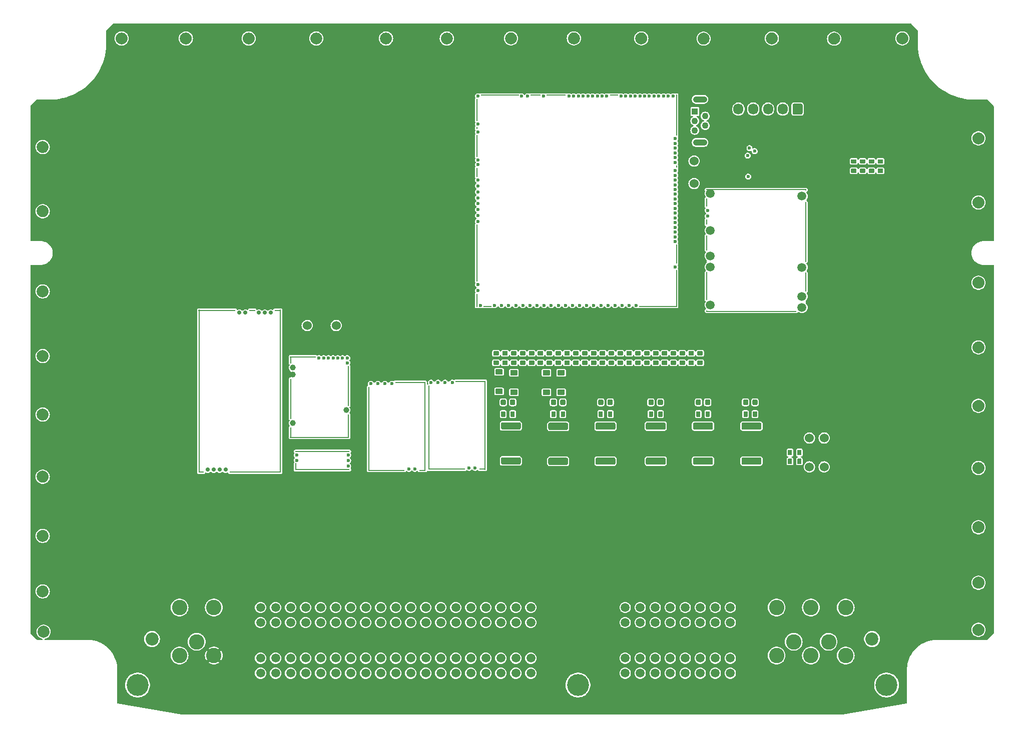
<source format=gbl>
G04 #@! TF.GenerationSoftware,KiCad,Pcbnew,8.0.9-8.0.9-0~ubuntu24.04.1*
G04 #@! TF.CreationDate,2025-12-25T16:20:24+00:00*
G04 #@! TF.ProjectId,greenenergyecu,67726565-6e65-46e6-9572-67796563752e,d*
G04 #@! TF.SameCoordinates,PX2b953a0PY6943058*
G04 #@! TF.FileFunction,Copper,L4,Bot*
G04 #@! TF.FilePolarity,Positive*
%FSLAX46Y46*%
G04 Gerber Fmt 4.6, Leading zero omitted, Abs format (unit mm)*
G04 Created by KiCad (PCBNEW 8.0.9-8.0.9-0~ubuntu24.04.1) date 2025-12-25 16:20:24*
%MOMM*%
%LPD*%
G01*
G04 APERTURE LIST*
G04 #@! TA.AperFunction,ComponentPad*
%ADD10C,3.700000*%
G04 #@! TD*
G04 #@! TA.AperFunction,ComponentPad*
%ADD11C,2.200000*%
G04 #@! TD*
G04 #@! TA.AperFunction,ComponentPad*
%ADD12C,2.600000*%
G04 #@! TD*
G04 #@! TA.AperFunction,ComponentPad*
%ADD13C,1.500000*%
G04 #@! TD*
G04 #@! TA.AperFunction,ComponentPad*
%ADD14C,0.599999*%
G04 #@! TD*
G04 #@! TA.AperFunction,ComponentPad*
%ADD15R,1.100000X1.100000*%
G04 #@! TD*
G04 #@! TA.AperFunction,ComponentPad*
%ADD16C,1.100000*%
G04 #@! TD*
G04 #@! TA.AperFunction,ComponentPad*
%ADD17O,2.400000X1.100000*%
G04 #@! TD*
G04 #@! TA.AperFunction,ComponentPad*
%ADD18C,1.524000*%
G04 #@! TD*
G04 #@! TA.AperFunction,ComponentPad*
%ADD19C,0.700000*%
G04 #@! TD*
G04 #@! TA.AperFunction,SMDPad,CuDef*
%ADD20R,1.100000X0.250000*%
G04 #@! TD*
G04 #@! TA.AperFunction,SMDPad,CuDef*
%ADD21R,0.980000X0.250000*%
G04 #@! TD*
G04 #@! TA.AperFunction,SMDPad,CuDef*
%ADD22R,6.300000X0.250000*%
G04 #@! TD*
G04 #@! TA.AperFunction,SMDPad,CuDef*
%ADD23R,0.250000X27.600000*%
G04 #@! TD*
G04 #@! TA.AperFunction,SMDPad,CuDef*
%ADD24R,8.750000X0.250000*%
G04 #@! TD*
G04 #@! TA.AperFunction,SMDPad,CuDef*
%ADD25R,0.950000X0.250000*%
G04 #@! TD*
G04 #@! TA.AperFunction,SMDPad,CuDef*
%ADD26R,4.400000X0.200000*%
G04 #@! TD*
G04 #@! TA.AperFunction,SMDPad,CuDef*
%ADD27R,0.200000X1.200000*%
G04 #@! TD*
G04 #@! TA.AperFunction,SMDPad,CuDef*
%ADD28R,0.200000X6.800000*%
G04 #@! TD*
G04 #@! TA.AperFunction,SMDPad,CuDef*
%ADD29R,0.200000X4.000000*%
G04 #@! TD*
G04 #@! TA.AperFunction,SMDPad,CuDef*
%ADD30R,0.200000X1.800000*%
G04 #@! TD*
G04 #@! TA.AperFunction,SMDPad,CuDef*
%ADD31R,10.000000X0.200000*%
G04 #@! TD*
G04 #@! TA.AperFunction,ComponentPad*
%ADD32C,0.600000*%
G04 #@! TD*
G04 #@! TA.AperFunction,ComponentPad*
%ADD33C,1.000000*%
G04 #@! TD*
G04 #@! TA.AperFunction,ComponentPad*
%ADD34O,1.700000X1.850000*%
G04 #@! TD*
G04 #@! TA.AperFunction,SMDPad,CuDef*
%ADD35R,6.185000X0.250000*%
G04 #@! TD*
G04 #@! TA.AperFunction,SMDPad,CuDef*
%ADD36R,1.115000X0.250000*%
G04 #@! TD*
G04 #@! TA.AperFunction,SMDPad,CuDef*
%ADD37R,0.250000X14.275000*%
G04 #@! TD*
G04 #@! TA.AperFunction,SMDPad,CuDef*
%ADD38R,0.250000X15.100000*%
G04 #@! TD*
G04 #@! TA.AperFunction,SMDPad,CuDef*
%ADD39R,5.175000X0.250000*%
G04 #@! TD*
G04 #@! TA.AperFunction,SMDPad,CuDef*
%ADD40O,0.200000X3.300000*%
G04 #@! TD*
G04 #@! TA.AperFunction,SMDPad,CuDef*
%ADD41O,0.200000X10.200000*%
G04 #@! TD*
G04 #@! TA.AperFunction,SMDPad,CuDef*
%ADD42O,0.200000X0.300000*%
G04 #@! TD*
G04 #@! TA.AperFunction,SMDPad,CuDef*
%ADD43O,17.000000X0.200000*%
G04 #@! TD*
G04 #@! TA.AperFunction,SMDPad,CuDef*
%ADD44O,15.400000X0.200000*%
G04 #@! TD*
G04 #@! TA.AperFunction,SMDPad,CuDef*
%ADD45O,0.200000X4.800000*%
G04 #@! TD*
G04 #@! TA.AperFunction,SMDPad,CuDef*
%ADD46O,0.200000X2.600000*%
G04 #@! TD*
G04 #@! TA.AperFunction,SMDPad,CuDef*
%ADD47O,0.200000X1.000000*%
G04 #@! TD*
G04 #@! TA.AperFunction,SMDPad,CuDef*
%ADD48O,0.200000X1.500000*%
G04 #@! TD*
G04 #@! TA.AperFunction,SMDPad,CuDef*
%ADD49R,0.200000X3.700000*%
G04 #@! TD*
G04 #@! TA.AperFunction,SMDPad,CuDef*
%ADD50R,0.200000X0.400000*%
G04 #@! TD*
G04 #@! TA.AperFunction,SMDPad,CuDef*
%ADD51R,0.200000X1.600000*%
G04 #@! TD*
G04 #@! TA.AperFunction,SMDPad,CuDef*
%ADD52R,0.200000X9.700000*%
G04 #@! TD*
G04 #@! TA.AperFunction,SMDPad,CuDef*
%ADD53R,0.200000X2.300000*%
G04 #@! TD*
G04 #@! TA.AperFunction,SMDPad,CuDef*
%ADD54R,1.400000X0.200000*%
G04 #@! TD*
G04 #@! TA.AperFunction,SMDPad,CuDef*
%ADD55R,6.400000X0.200000*%
G04 #@! TD*
G04 #@! TA.AperFunction,SMDPad,CuDef*
%ADD56R,1.700000X0.200000*%
G04 #@! TD*
G04 #@! TA.AperFunction,SMDPad,CuDef*
%ADD57R,3.300000X0.200000*%
G04 #@! TD*
G04 #@! TA.AperFunction,SMDPad,CuDef*
%ADD58R,0.200000X7.000000*%
G04 #@! TD*
G04 #@! TA.AperFunction,SMDPad,CuDef*
%ADD59R,0.200000X3.300000*%
G04 #@! TD*
G04 #@! TA.AperFunction,SMDPad,CuDef*
%ADD60R,0.200000X6.300000*%
G04 #@! TD*
G04 #@! TA.AperFunction,SMDPad,CuDef*
%ADD61O,0.200000X1.225000*%
G04 #@! TD*
G04 #@! TA.AperFunction,SMDPad,CuDef*
%ADD62O,9.300000X0.200000*%
G04 #@! TD*
G04 #@! TA.AperFunction,ViaPad*
%ADD63C,2.000000*%
G04 #@! TD*
G04 APERTURE END LIST*
D10*
G04 #@! TO.P,P1,*
G04 #@! TO.N,*
X18648000Y5492000D03*
D11*
X21098000Y13292000D03*
D10*
X93148000Y5492000D03*
D11*
X142898000Y13292000D03*
D10*
X145348000Y5492000D03*
D12*
G04 #@! TO.P,P1,1,1*
G04 #@! TO.N,OUT_DC1+*
X25748000Y10492000D03*
G04 #@! TO.P,P1,2,2*
G04 #@! TO.N,OUT_DC1-*
X31548000Y10492000D03*
G04 #@! TO.P,P1,3,3*
G04 #@! TO.N,GND*
X28648000Y12822000D03*
G04 #@! TO.P,P1,4,4*
G04 #@! TO.N,OUT_DC2+*
X25748000Y18622000D03*
G04 #@! TO.P,P1,5,5*
G04 #@! TO.N,OUT_DC2-*
X31548000Y18622000D03*
D13*
G04 #@! TO.P,P1,6,6*
G04 #@! TO.N,UART_RX*
X85168000Y18622000D03*
G04 #@! TO.P,P1,7,7*
G04 #@! TO.N,UART_TX*
X82628000Y18622000D03*
G04 #@! TO.P,P1,8,8*
G04 #@! TO.N,OUT_IGN6*
X80088000Y18622000D03*
G04 #@! TO.P,P1,9,9*
G04 #@! TO.N,OUT_IGN5*
X77548000Y18622000D03*
G04 #@! TO.P,P1,10,10*
G04 #@! TO.N,OUT_IGN4*
X75008000Y18622000D03*
G04 #@! TO.P,P1,11,11*
G04 #@! TO.N,OUT_IGN3*
X72468000Y18622000D03*
G04 #@! TO.P,P1,12,12*
G04 #@! TO.N,OUT_IGN2*
X69928000Y18622000D03*
G04 #@! TO.P,P1,13,13*
G04 #@! TO.N,OUT_IGN1*
X67388000Y18622000D03*
G04 #@! TO.P,P1,14,14*
G04 #@! TO.N,OUT_LS1*
X64848000Y18622000D03*
G04 #@! TO.P,P1,15,15*
G04 #@! TO.N,OUT_LS2*
X62308000Y18622000D03*
G04 #@! TO.P,P1,16,16*
X59768000Y18622000D03*
G04 #@! TO.P,P1,17,17*
G04 #@! TO.N,VR_DISCRETE+*
X57228000Y18622000D03*
G04 #@! TO.P,P1,18,18*
G04 #@! TO.N,VR_DISCRETE-*
X54688000Y18622000D03*
G04 #@! TO.P,P1,19,19*
G04 #@! TO.N,VR_MAX9924+*
X52148000Y18622000D03*
G04 #@! TO.P,P1,20,20*
G04 #@! TO.N,VR_MAX9924-*
X49608000Y18622000D03*
G04 #@! TO.P,P1,21,21*
G04 #@! TO.N,EGT+*
X47068000Y18622000D03*
G04 #@! TO.P,P1,22,22*
G04 #@! TO.N,EGT-*
X44528000Y18622000D03*
G04 #@! TO.P,P1,23,23*
G04 #@! TO.N,+12V*
X41988000Y18622000D03*
G04 #@! TO.P,P1,24,24*
X39448000Y18622000D03*
G04 #@! TO.P,P1,25,25*
G04 #@! TO.N,LIBRE*
X85168000Y16082000D03*
G04 #@! TO.P,P1,26,26*
X82628000Y16082000D03*
G04 #@! TO.P,P1,27,27*
G04 #@! TO.N,OUT_IGN6*
X80088000Y16082000D03*
G04 #@! TO.P,P1,28,28*
G04 #@! TO.N,OUT_IGN5*
X77548000Y16082000D03*
G04 #@! TO.P,P1,29,29*
G04 #@! TO.N,OUT_IGN4*
X75008000Y16082000D03*
G04 #@! TO.P,P1,30,30*
G04 #@! TO.N,OUT_IGN3*
X72468000Y16082000D03*
G04 #@! TO.P,P1,31,31*
G04 #@! TO.N,OUT_IGN2*
X69928000Y16082000D03*
G04 #@! TO.P,P1,32,32*
G04 #@! TO.N,OUT_IGN1*
X67388000Y16082000D03*
G04 #@! TO.P,P1,33,33*
G04 #@! TO.N,DIS*
X64848000Y16082000D03*
G04 #@! TO.P,P1,34,34*
G04 #@! TO.N,IN_HALL3*
X62308000Y16082000D03*
G04 #@! TO.P,P1,35,35*
G04 #@! TO.N,IN_HALL2*
X59768000Y16082000D03*
G04 #@! TO.P,P1,36,36*
G04 #@! TO.N,IN_HALL1*
X57228000Y16082000D03*
G04 #@! TO.P,P1,37,37*
G04 #@! TO.N,IN_MAP*
X54688000Y16082000D03*
G04 #@! TO.P,P1,38,38*
G04 #@! TO.N,IN_TPS1*
X52148000Y16082000D03*
G04 #@! TO.P,P1,39,39*
G04 #@! TO.N,IN_TPS2*
X49608000Y16082000D03*
G04 #@! TO.P,P1,40,40*
G04 #@! TO.N,IN_AUX1*
X47068000Y16082000D03*
G04 #@! TO.P,P1,41,41*
G04 #@! TO.N,IN_AUX2*
X44528000Y16082000D03*
G04 #@! TO.P,P1,42,42*
G04 #@! TO.N,IN_FLEX*
X41988000Y16082000D03*
G04 #@! TO.P,P1,43,43*
G04 #@! TO.N,HSO*
X39448000Y16082000D03*
G04 #@! TO.P,P1,44,44*
G04 #@! TO.N,OUT_INJ1*
X85168000Y10032000D03*
G04 #@! TO.P,P1,45,45*
G04 #@! TO.N,OUT_INJ2*
X82628000Y10032000D03*
G04 #@! TO.P,P1,46,46*
G04 #@! TO.N,OUT_INJ3*
X80088000Y10032000D03*
G04 #@! TO.P,P1,47,47*
G04 #@! TO.N,OUT_INJ4*
X77548000Y10032000D03*
G04 #@! TO.P,P1,48,48*
G04 #@! TO.N,OUT_INJ5*
X75008000Y10032000D03*
G04 #@! TO.P,P1,49,49*
G04 #@! TO.N,OUT_INJ6*
X72468000Y10032000D03*
G04 #@! TO.P,P1,50,50*
G04 #@! TO.N,OUT_INJ7*
X69928000Y10032000D03*
G04 #@! TO.P,P1,51,51*
G04 #@! TO.N,OUT_INJ8*
X67388000Y10032000D03*
G04 #@! TO.P,P1,52,52*
G04 #@! TO.N,GNDA*
X64848000Y10032000D03*
G04 #@! TO.P,P1,53,53*
X62308000Y10032000D03*
G04 #@! TO.P,P1,54,54*
X59768000Y10032000D03*
G04 #@! TO.P,P1,55,55*
X57228000Y10032000D03*
G04 #@! TO.P,P1,56,56*
X54688000Y10032000D03*
G04 #@! TO.P,P1,57,57*
X52148000Y10032000D03*
G04 #@! TO.P,P1,58,58*
X49608000Y10032000D03*
G04 #@! TO.P,P1,59,59*
X47068000Y10032000D03*
G04 #@! TO.P,P1,60,60*
X44528000Y10032000D03*
G04 #@! TO.P,P1,61,61*
X41988000Y10032000D03*
G04 #@! TO.P,P1,62,62*
X39448000Y10032000D03*
G04 #@! TO.P,P1,63,63*
G04 #@! TO.N,IN_IAT*
X85168000Y7492000D03*
G04 #@! TO.P,P1,64,64*
G04 #@! TO.N,GNDA*
X82628000Y7492000D03*
G04 #@! TO.P,P1,65,65*
G04 #@! TO.N,IN_CLT*
X80088000Y7492000D03*
G04 #@! TO.P,P1,66,66*
G04 #@! TO.N,GNDA*
X77548000Y7492000D03*
G04 #@! TO.P,P1,67,67*
G04 #@! TO.N,LIBRE*
X75008000Y7492000D03*
G04 #@! TO.P,P1,68,68*
G04 #@! TO.N,GNDA*
X72468000Y7492000D03*
G04 #@! TO.P,P1,69,69*
G04 #@! TO.N,LIBRE*
X69928000Y7492000D03*
G04 #@! TO.P,P1,70,70*
X67388000Y7492000D03*
G04 #@! TO.P,P1,71,71*
G04 #@! TO.N,+5VP*
X64848000Y7492000D03*
G04 #@! TO.P,P1,72,72*
X62308000Y7492000D03*
G04 #@! TO.P,P1,73,73*
X59768000Y7492000D03*
G04 #@! TO.P,P1,74,74*
X57228000Y7492000D03*
G04 #@! TO.P,P1,75,75*
X54688000Y7492000D03*
G04 #@! TO.P,P1,76,76*
X52148000Y7492000D03*
G04 #@! TO.P,P1,77,77*
X49608000Y7492000D03*
G04 #@! TO.P,P1,78,78*
X47068000Y7492000D03*
G04 #@! TO.P,P1,79,79*
X44528000Y7492000D03*
G04 #@! TO.P,P1,80,80*
X41988000Y7492000D03*
G04 #@! TO.P,P1,81,81*
G04 #@! TO.N,IN_KNOCK_RAW*
X39448000Y7492000D03*
G04 #@! TO.P,P1,82,82*
G04 #@! TO.N,CAN+*
X101138000Y7492000D03*
G04 #@! TO.P,P1,83,83*
G04 #@! TO.N,CAN-*
X103678000Y7492000D03*
G04 #@! TO.P,P1,84,84*
G04 #@! TO.N,IN_BUTTON1*
X106218000Y7492000D03*
G04 #@! TO.P,P1,85,85*
G04 #@! TO.N,IN_BUTTON2*
X108758000Y7492000D03*
G04 #@! TO.P,P1,86,86*
G04 #@! TO.N,OUT_LS_HOT5*
X111298000Y7492000D03*
G04 #@! TO.P,P1,87,87*
G04 #@! TO.N,OUT_LS_HOT6*
X113838000Y7492000D03*
G04 #@! TO.P,P1,88,88*
G04 #@! TO.N,OUT_LS4*
X116378000Y7492000D03*
G04 #@! TO.P,P1,89,89*
G04 #@! TO.N,IN_BUTTON3*
X118918000Y7492000D03*
G04 #@! TO.P,P1,90,90*
G04 #@! TO.N,IN_PPS1*
X101138000Y10032000D03*
G04 #@! TO.P,P1,91,91*
G04 #@! TO.N,IN_PPS2*
X103678000Y10032000D03*
G04 #@! TO.P,P1,92,92*
G04 #@! TO.N,LIBRE*
X106218000Y10032000D03*
G04 #@! TO.P,P1,93,93*
X108758000Y10032000D03*
G04 #@! TO.P,P1,94,94*
X111298000Y10032000D03*
G04 #@! TO.P,P1,95,95*
X113838000Y10032000D03*
G04 #@! TO.P,P1,96,96*
X116378000Y10032000D03*
G04 #@! TO.P,P1,97,97*
X118918000Y10032000D03*
G04 #@! TO.P,P1,98,98*
G04 #@! TO.N,GNDA*
X101138000Y16082000D03*
G04 #@! TO.P,P1,99,99*
X103678000Y16082000D03*
G04 #@! TO.P,P1,100,100*
G04 #@! TO.N,WBO1_SWD*
X106218000Y16082000D03*
G04 #@! TO.P,P1,101,101*
G04 #@! TO.N,WBO1_SWC*
X108758000Y16082000D03*
G04 #@! TO.P,P1,102,102*
G04 #@! TO.N,5_WBO_Rtrim*
X111298000Y16082000D03*
G04 #@! TO.P,P1,103,103*
G04 #@! TO.N,1_WBO_Ip*
X113838000Y16082000D03*
G04 #@! TO.P,P1,104,104*
G04 #@! TO.N,2_WBO_Vm*
X116378000Y16082000D03*
G04 #@! TO.P,P1,105,105*
G04 #@! TO.N,6_WBO_Un*
X118918000Y16082000D03*
G04 #@! TO.P,P1,106,106*
G04 #@! TO.N,+5VP*
X101138000Y18622000D03*
G04 #@! TO.P,P1,107,107*
X103678000Y18622000D03*
G04 #@! TO.P,P1,108,108*
G04 #@! TO.N,12V_KEY*
X106218000Y18622000D03*
G04 #@! TO.P,P1,109,109*
G04 #@! TO.N,LIBRE*
X108758000Y18622000D03*
G04 #@! TO.P,P1,110,110*
G04 #@! TO.N,P_VBUS*
X111298000Y18622000D03*
G04 #@! TO.P,P1,111,111*
G04 #@! TO.N,P_USB-*
X113838000Y18622000D03*
G04 #@! TO.P,P1,112,112*
G04 #@! TO.N,P_USB+*
X116378000Y18622000D03*
G04 #@! TO.P,P1,113,113*
G04 #@! TO.N,GND*
X118918000Y18622000D03*
D12*
G04 #@! TO.P,P1,114,114*
X126748000Y10492000D03*
G04 #@! TO.P,P1,115,115*
X132548000Y10492000D03*
G04 #@! TO.P,P1,116,116*
G04 #@! TO.N,+12V_PERM*
X138448000Y10492000D03*
G04 #@! TO.P,P1,117,117*
G04 #@! TO.N,+12V_RAW*
X129648000Y12822000D03*
G04 #@! TO.P,P1,118,118*
G04 #@! TO.N,LIBRE*
X135548000Y12822000D03*
G04 #@! TO.P,P1,119,119*
G04 #@! TO.N,3_WBO_Heater*
X126748000Y18622000D03*
G04 #@! TO.P,P1,120,120*
G04 #@! TO.N,+12V*
X132548000Y18622000D03*
G04 #@! TO.P,P1,121,121*
G04 #@! TO.N,LIBRE*
X138448000Y18622000D03*
G04 #@! TD*
D14*
G04 #@! TO.P,M7,V1,V5*
G04 #@! TO.N,+5VA*
X122162501Y96418338D03*
G04 #@! TO.P,M7,V2,CAN_VIO*
G04 #@! TO.N,+3.3VA*
X123037503Y95893338D03*
G04 #@! TO.P,M7,V5,CAN_TX*
G04 #@! TO.N,E7INJ8CANTX*
X121862499Y95143340D03*
G04 #@! TO.P,M7,V6,CAN_RX*
G04 #@! TO.N,E6INJ7CANRX*
X121937502Y91593339D03*
G04 #@! TD*
D15*
G04 #@! TO.P,J22,1,VBUS*
G04 #@! TO.N,P_VBUS*
X112925000Y102625000D03*
D16*
G04 #@! TO.P,J22,2,D-*
G04 #@! TO.N,P_USB-*
X114675000Y101825000D03*
G04 #@! TO.P,J22,3,D+*
G04 #@! TO.N,P_USB+*
X112925000Y101025000D03*
G04 #@! TO.P,J22,4,ID*
G04 #@! TO.N,unconnected-(J22-ID-Pad4)*
X114675000Y100225000D03*
G04 #@! TO.P,J22,5,GND*
G04 #@! TO.N,GND*
X112925000Y99425000D03*
D17*
G04 #@! TO.P,J22,6,Shield*
X113800000Y104675000D03*
X113800000Y97375000D03*
G04 #@! TD*
D18*
G04 #@! TO.P,F842,1,1*
G04 #@! TO.N,12V_KEY*
X134800000Y42425000D03*
G04 #@! TO.P,F842,2,2*
G04 #@! TO.N,/IN_VIGN*
X134800000Y47325000D03*
G04 #@! TD*
G04 #@! TO.P,F843,1,1*
G04 #@! TO.N,+12V*
X47350000Y66375000D03*
G04 #@! TO.P,F843,2,2*
G04 #@! TO.N,Net-(F843-Pad2)*
X52250000Y66375000D03*
G04 #@! TD*
G04 #@! TO.P,F841,1,1*
G04 #@! TO.N,+12V*
X132300000Y42425000D03*
G04 #@! TO.P,F841,2,2*
G04 #@! TO.N,+12V_RAW*
X132300000Y47325000D03*
G04 #@! TD*
D19*
G04 #@! TO.P,M5,E1,LSU_Un*
G04 #@! TO.N,6_WBO_Un*
X30525000Y41950000D03*
G04 #@! TO.P,M5,E2,LSU_Vm*
G04 #@! TO.N,2_WBO_Vm*
X33525000Y41950000D03*
G04 #@! TO.P,M5,E3,LSU_Ip*
G04 #@! TO.N,1_WBO_Ip*
X32525000Y41950000D03*
G04 #@! TO.P,M5,E4,LSU_Rtrim*
G04 #@! TO.N,5_WBO_Rtrim*
X31525000Y41950000D03*
D20*
G04 #@! TO.P,M5,G,GND*
G04 #@! TO.N,GND*
X42375000Y68925000D03*
D21*
X38035000Y68925000D03*
D22*
X32075000Y68925000D03*
D23*
X42800000Y55250000D03*
X29050000Y55250000D03*
D24*
X38550000Y41575000D03*
D25*
X29400000Y41575000D03*
D19*
G04 #@! TO.P,M5,W1,V5_IN*
G04 #@! TO.N,+5VA*
X40175000Y68541200D03*
G04 #@! TO.P,M5,W2,CAN_VIO*
G04 #@! TO.N,unconnected-(M5-CAN_VIO-PadW2)*
X39175000Y68541200D03*
G04 #@! TO.P,M5,W3,CANL*
G04 #@! TO.N,CAN-*
X35879000Y68541200D03*
G04 #@! TO.P,M5,W4,CANH*
G04 #@! TO.N,CAN+*
X36895000Y68541200D03*
G04 #@! TO.P,M5,W9,VDDA*
G04 #@! TO.N,unconnected-(M5-VDDA-PadW9)*
X41175000Y68541200D03*
G04 #@! TD*
D26*
G04 #@! TO.P,M8,G,GND*
G04 #@! TO.N,GND*
X46625000Y61050000D03*
D27*
X44525000Y60550000D03*
D28*
X54325000Y56150000D03*
X44525000Y53950000D03*
D29*
X54325000Y49350000D03*
D30*
X44525000Y48250000D03*
D31*
X49425000Y47450000D03*
D32*
G04 #@! TO.P,M8,N1,MOSI*
G04 #@! TO.N,unconnected-(M8-MOSI-PadN1)*
X54125000Y60050000D03*
D33*
G04 #@! TO.P,M8,N2,12V_IN*
G04 #@! TO.N,Net-(F843-Pad2)*
X53925000Y52050000D03*
G04 #@! TO.P,M8,S1,12V_IN*
X44925000Y59250000D03*
G04 #@! TO.P,M8,S2,OUT-*
G04 #@! TO.N,OUT_DC1-*
X44925000Y58050000D03*
G04 #@! TO.P,M8,S3,OUT+*
G04 #@! TO.N,OUT_DC1+*
X44925000Y49850000D03*
D32*
G04 #@! TO.P,M8,W1,DIS*
G04 #@! TO.N,DC1_DIS_W1*
X54125000Y60850000D03*
G04 #@! TO.P,M8,W2,PWM*
G04 #@! TO.N,/DC1_PWM*
X53325000Y60850000D03*
G04 #@! TO.P,M8,W3,SCLK*
G04 #@! TO.N,unconnected-(M8-SCLK-PadW3)*
X52525000Y60850000D03*
G04 #@! TO.P,M8,W4,DIR*
G04 #@! TO.N,/DC1_DIR*
X51725000Y60850000D03*
G04 #@! TO.P,M8,W5,3V3_IN*
G04 #@! TO.N,+3.3V*
X50925000Y60850000D03*
G04 #@! TO.P,M8,W6,MISO*
G04 #@! TO.N,unconnected-(M8-MISO-PadW6)*
X50125000Y60850000D03*
G04 #@! TO.P,M8,W7,~CS*
G04 #@! TO.N,unconnected-(M8-~CS-PadW7)*
X49325000Y60850000D03*
G04 #@! TD*
G04 #@! TO.P,J21,1,Pin_1*
G04 #@! TO.N,P_VBUS*
G04 #@! TA.AperFunction,ComponentPad*
G36*
G01*
X131150000Y103700000D02*
X131150000Y102350000D01*
G75*
G02*
X130900000Y102100000I-250000J0D01*
G01*
X129700000Y102100000D01*
G75*
G02*
X129450000Y102350000I0J250000D01*
G01*
X129450000Y103700000D01*
G75*
G02*
X129700000Y103950000I250000J0D01*
G01*
X130900000Y103950000D01*
G75*
G02*
X131150000Y103700000I0J-250000D01*
G01*
G37*
G04 #@! TD.AperFunction*
D34*
G04 #@! TO.P,J21,2,Pin_2*
G04 #@! TO.N,P_USB-*
X127800000Y103025000D03*
G04 #@! TO.P,J21,3,Pin_3*
G04 #@! TO.N,P_USB+*
X125300000Y103025000D03*
G04 #@! TO.P,J21,4,Pin_4*
G04 #@! TO.N,GND*
X122800000Y103025000D03*
G04 #@! TO.P,J21,5,Pin_5*
X120300000Y103025000D03*
G04 #@! TD*
D32*
G04 #@! TO.P,M3,E1,Thresh_IN*
G04 #@! TO.N,/VR_DISCRETE_THR*
X70675000Y56700000D03*
G04 #@! TO.P,M3,E2,OUT_A*
G04 #@! TO.N,/VR_DISCRETE_A*
X71875000Y56700000D03*
G04 #@! TO.P,M3,E3,OUT*
G04 #@! TO.N,/VR_DISCRETE*
X69475000Y56700000D03*
G04 #@! TO.P,M3,E4,V5_IN*
G04 #@! TO.N,+5VA*
X68275000Y56700000D03*
D35*
G04 #@! TO.P,M3,G,GND*
G04 #@! TO.N,GND*
X70942500Y42050000D03*
D36*
X76992500Y42050000D03*
D37*
X67975000Y49062500D03*
D38*
X77425000Y49475000D03*
D39*
X74962500Y56900000D03*
D32*
G04 #@! TO.P,M3,W1,VR-*
G04 #@! TO.N,VR_DISCRETE-*
X74735000Y42275000D03*
G04 #@! TO.P,M3,W2,VR+*
G04 #@! TO.N,VR_DISCRETE+*
X75735000Y42275000D03*
G04 #@! TD*
D13*
G04 #@! TO.P,M1,E1,VBAT*
G04 #@! TO.N,/VBAT*
X115550002Y69875003D03*
G04 #@! TO.P,M1,E2,V12*
G04 #@! TO.N,unconnected-(M1-V12-PadE2)*
X115550002Y76275000D03*
G04 #@! TO.P,M1,E3,VIGN*
G04 #@! TO.N,/VIGN*
X115550002Y78175003D03*
G04 #@! TO.P,M1,E4,V5*
G04 #@! TO.N,+5V*
X115550002Y82475003D03*
D32*
G04 #@! TO.P,M1,E5,EN_5VP*
G04 #@! TO.N,/PWR_EN*
X115100003Y84875000D03*
G04 #@! TO.P,M1,E6,PG_5VP*
G04 #@! TO.N,Net-(M1-PG_5VP)*
X115100003Y85875001D03*
D40*
G04 #@! TO.P,M1,S1,GND*
G04 #@! TO.N,GND*
X131699998Y73725003D03*
D41*
X131699998Y82225001D03*
D42*
X131699998Y89325003D03*
D43*
X123300000Y89375003D03*
D44*
X122499999Y68775003D03*
D13*
X115550002Y88725003D03*
D42*
X114900001Y68825003D03*
D45*
X114900001Y73025001D03*
D46*
X114900001Y80375003D03*
D47*
X114900001Y83875000D03*
D48*
X114900001Y87175001D03*
D13*
G04 #@! TO.P,M1,V1,V12_PERM*
G04 #@! TO.N,+12V_PERM*
X131049999Y69425001D03*
G04 #@! TO.P,M1,V2,IN_VIGN*
G04 #@! TO.N,/IN_VIGN*
X131049999Y71275000D03*
G04 #@! TO.P,M1,V3,V12_RAW*
G04 #@! TO.N,+12V_RAW*
X131049999Y76225003D03*
G04 #@! TO.P,M1,V4,5VP*
G04 #@! TO.N,+5VP*
X131049999Y88275001D03*
G04 #@! TD*
D32*
G04 #@! TO.P,M4,E1,NC*
G04 #@! TO.N,unconnected-(M4-NC-PadE1)*
X60500000Y56512500D03*
G04 #@! TO.P,M4,E2,NC*
G04 #@! TO.N,unconnected-(M4-NC-PadE2)*
X61700000Y56512500D03*
G04 #@! TO.P,M4,E3,OUT*
G04 #@! TO.N,/VR_MAX9924*
X59300000Y56512500D03*
G04 #@! TO.P,M4,E4,V5_IN*
G04 #@! TO.N,+5VA*
X58100000Y56512500D03*
D35*
G04 #@! TO.P,M4,G,GND*
G04 #@! TO.N,GND*
X60767500Y41862500D03*
D36*
X66817500Y41862500D03*
D37*
X57800000Y48875000D03*
D38*
X67250000Y49287500D03*
D39*
X64787500Y56712500D03*
D32*
G04 #@! TO.P,M4,W1,VR-*
G04 #@! TO.N,VR_MAX9924-*
X64560000Y42087500D03*
G04 #@! TO.P,M4,W2,VR+*
G04 #@! TO.N,VR_MAX9924+*
X65560000Y42087500D03*
G04 #@! TD*
D18*
G04 #@! TO.P,R846,1,1*
G04 #@! TO.N,Net-(M1-PG_5VP)*
X112800000Y90420001D03*
G04 #@! TO.P,R846,2,2*
G04 #@! TO.N,/PG_5VP*
X112800000Y94230001D03*
G04 #@! TD*
D32*
G04 #@! TO.P,M6,E1,V5A_SWITCHABLE*
G04 #@! TO.N,+5VA*
X109624995Y76299995D03*
G04 #@! TO.P,M6,E2,GNDA*
G04 #@! TO.N,unconnected-(M6-GNDA-PadE2)*
X109625005Y80599995D03*
G04 #@! TO.P,M6,E3,I2C_SCL_(PB10)*
G04 #@! TO.N,unconnected-(M6-I2C_SCL_(PB10)-PadE3)*
X109625005Y81399985D03*
G04 #@! TO.P,M6,E4,I2C_SDA_(PB11)*
G04 #@! TO.N,unconnected-(M6-I2C_SDA_(PB11)-PadE4)*
X109625005Y82199995D03*
G04 #@! TO.P,M6,E5,IN_VIGN_(PA5)*
G04 #@! TO.N,/VIGN*
X109625005Y82999995D03*
G04 #@! TO.P,M6,E6,SPI2_CS_/_CAN2_RX_(PB12)*
G04 #@! TO.N,E6INJ7CANRX*
X109625005Y83799995D03*
G04 #@! TO.P,M6,E7,SPI2_SCK_/_CAN2_TX_(PB13)*
G04 #@! TO.N,E7INJ8CANTX*
X109625005Y84599995D03*
G04 #@! TO.P,M6,E8,SPI2_MISO_(PB14)*
G04 #@! TO.N,DC1_DIS_W1*
X109625005Y85399995D03*
G04 #@! TO.P,M6,E9,SPI2_MOSI_(PB15)*
G04 #@! TO.N,/DC2_DIR*
X109625005Y86199995D03*
G04 #@! TO.P,M6,E10,OUT_INJ8_(PD12)*
G04 #@! TO.N,/LS2*
X109625005Y86999995D03*
G04 #@! TO.P,M6,E11,OUT_INJ7_(PD15)*
G04 #@! TO.N,/LS1*
X109625005Y87799995D03*
G04 #@! TO.P,M6,E12,OUT_INJ6_(PA8)*
G04 #@! TO.N,/INJ6*
X109625005Y88599995D03*
G04 #@! TO.P,M6,E13,OUT_INJ5_(PD2)*
G04 #@! TO.N,/INJ5*
X109625005Y89399995D03*
G04 #@! TO.P,M6,E14,OUT_INJ4_(PD10)*
G04 #@! TO.N,/INJ4*
X109625005Y90199995D03*
G04 #@! TO.P,M6,E15,OUT_INJ3_(PD11)*
G04 #@! TO.N,/INJ3*
X109625005Y90999995D03*
G04 #@! TO.P,M6,E16,OUT_INJ2_(PA9)*
G04 #@! TO.N,/INJ2*
X109624995Y91799985D03*
G04 #@! TO.P,M6,E17,OUT_INJ1_(PD3)*
G04 #@! TO.N,/INJ1*
X109625005Y92599995D03*
G04 #@! TO.P,M6,E18,OUT_PWM1_(PD13)*
G04 #@! TO.N,/LS3*
X109625005Y93999995D03*
G04 #@! TO.P,M6,E19,OUT_PWM2_(PC6)*
G04 #@! TO.N,/LS4*
X109625005Y94799985D03*
G04 #@! TO.P,M6,E20,OUT_PWM3_(PC7)*
G04 #@! TO.N,/DC1_PWM*
X109625005Y95599985D03*
G04 #@! TO.P,M6,E21,OUT_PWM4_(PC8)*
G04 #@! TO.N,/DC1_DIR*
X109625005Y96399985D03*
G04 #@! TO.P,M6,E22,OUT_PWM5_(PC9)*
G04 #@! TO.N,/DC2_PWM*
X109625005Y97199985D03*
G04 #@! TO.P,M6,E23,OUT_PWM6_(PD14)*
G04 #@! TO.N,/VR_DISCRETE_THR*
X109625005Y97999995D03*
D49*
G04 #@! TO.P,M6,G,GND*
G04 #@! TO.N,GND*
X76024995Y102849985D03*
D50*
X76024995Y99799995D03*
D49*
X76024995Y96749985D03*
D51*
X76024995Y92299995D03*
D52*
X76024995Y78649995D03*
D53*
X76024995Y70649995D03*
D54*
X77825005Y69599985D03*
D55*
X79924995Y105399985D03*
D56*
X85974995Y105399985D03*
D57*
X89474995Y105399985D03*
D54*
X99224995Y105399985D03*
D55*
X106724995Y69599985D03*
D58*
X109825005Y102000005D03*
D50*
X109825005Y93299985D03*
D59*
X109825005Y78449985D03*
D60*
X109825005Y72649985D03*
D32*
G04 #@! TO.P,M6,N1,VBUS*
G04 #@! TO.N,P_VBUS*
X109225005Y105199995D03*
G04 #@! TO.P,M6,N2,USBM_(PA11)*
G04 #@! TO.N,P_USB-*
X108425005Y105199995D03*
G04 #@! TO.P,M6,N3,USBP_(PA12)*
G04 #@! TO.N,P_USB+*
X107625005Y105199995D03*
G04 #@! TO.P,M6,N4,USBID_(PA10)*
G04 #@! TO.N,/DC2_DIS*
X106824995Y105199995D03*
G04 #@! TO.P,M6,N5,SWDIO_(PA13)*
G04 #@! TO.N,unconnected-(M6-SWDIO_(PA13)-PadN5)*
X106025005Y105199995D03*
G04 #@! TO.P,M6,N6,SWCLK_(PA14)*
G04 #@! TO.N,unconnected-(M6-SWCLK_(PA14)-PadN6)*
X105225005Y105199995D03*
G04 #@! TO.P,M6,N7,nReset*
G04 #@! TO.N,unconnected-(M6-nReset-PadN7)*
X104425005Y105199995D03*
G04 #@! TO.P,M6,N8,SWO_(PB3)*
G04 #@! TO.N,unconnected-(M6-SWO_(PB3)-PadN8)*
X103624995Y105199995D03*
G04 #@! TO.P,M6,N9,SPI3_CS_(PA15)*
G04 #@! TO.N,/EGT/SPI_CS*
X102825005Y105199985D03*
G04 #@! TO.P,M6,N10,SPI3_SCK_(PC10)*
G04 #@! TO.N,/SCK3*
X102025005Y105199985D03*
G04 #@! TO.P,M6,N11,SPI3_MISO_(PC11)*
G04 #@! TO.N,/MISO3*
X101225005Y105199985D03*
G04 #@! TO.P,M6,N12,SPI3_MOSI_(PC12)*
G04 #@! TO.N,/PG_5VP*
X100425005Y105199985D03*
G04 #@! TO.P,M6,N13,UART2_TX_(PD5)*
G04 #@! TO.N,UART_TX*
X98024995Y105199985D03*
G04 #@! TO.P,M6,N14,UART2_RX_(PD6)*
G04 #@! TO.N,UART_RX*
X97224995Y105199985D03*
G04 #@! TO.P,M6,N14a,LED_GREEN*
G04 #@! TO.N,Net-(M6-LED_GREEN)*
X96425005Y105199995D03*
G04 #@! TO.P,M6,N14b,LED_YELLOW*
G04 #@! TO.N,unconnected-(M6-LED_YELLOW-PadN14b)*
X95624995Y105199995D03*
G04 #@! TO.P,M6,N15,V33_SWITCHABLE*
G04 #@! TO.N,+3.3VA*
X94824995Y105199995D03*
G04 #@! TO.P,M6,N16,BOOT0*
G04 #@! TO.N,unconnected-(M6-BOOT0-PadN16)*
X94024995Y105199995D03*
G04 #@! TO.P,M6,N17,VBAT*
G04 #@! TO.N,/VBAT*
X93224995Y105199995D03*
G04 #@! TO.P,M6,N18,UART8_RX_(PE0)*
G04 #@! TO.N,/VR_DISCRETE*
X92424995Y105199985D03*
G04 #@! TO.P,M6,N19,UART8_TX_(PE1)*
G04 #@! TO.N,/VR_MAX9924*
X91624995Y105199985D03*
G04 #@! TO.P,M6,N20,OUT_PWR_EN_(PE10)*
G04 #@! TO.N,/PWR_EN*
X87324995Y105199985D03*
G04 #@! TO.P,M6,N21,V33*
G04 #@! TO.N,+3.3V*
X84624995Y105199985D03*
G04 #@! TO.P,M6,N22,VCC*
G04 #@! TO.N,+5V*
X83625005Y105199985D03*
G04 #@! TO.P,M6,N23,V33*
G04 #@! TO.N,unconnected-(M6-V33-PadN23)*
X76224995Y105199985D03*
G04 #@! TO.P,M6,S1,IN_D4_(PE15)*
G04 #@! TO.N,IN_BUTTON3*
X103025015Y69799985D03*
G04 #@! TO.P,M6,S2,IN_D3_(PE14)*
G04 #@! TO.N,IN_HALL3*
X101825005Y69799985D03*
G04 #@! TO.P,M6,S3,IN_D2_(PE13)*
G04 #@! TO.N,IN_HALL2*
X100625005Y69799985D03*
G04 #@! TO.P,M6,S4,IN_D1_(PE12)*
G04 #@! TO.N,IN_HALL1*
X99425005Y69799985D03*
G04 #@! TO.P,M6,S5,VREF2*
G04 #@! TO.N,unconnected-(M6-VREF2-PadS5)*
X98225005Y69799985D03*
G04 #@! TO.P,M6,S6,IN_AUX4_(PC5)*
G04 #@! TO.N,/IN_VMAIN*
X97025005Y69799985D03*
G04 #@! TO.P,M6,S7,IN_AUX3_(PA7)*
G04 #@! TO.N,/IN_AUX3*
X95825005Y69799985D03*
G04 #@! TO.P,M6,S8,IN_AUX2_(PC4/PE9)*
G04 #@! TO.N,IN_PPS2*
X94625005Y69799985D03*
G04 #@! TO.P,M6,S9,IN_AUX1_(PB0)*
G04 #@! TO.N,IN_TPS2*
X93425005Y69799985D03*
G04 #@! TO.P,M6,S10,IN_O2S2_(PA1)*
G04 #@! TO.N,IN_AUX2*
X92225005Y69799985D03*
G04 #@! TO.P,M6,S11,IN_O2S_/_CAN_WAKEUP_(PA0)*
G04 #@! TO.N,IN_AUX1*
X91025005Y69799985D03*
G04 #@! TO.P,M6,S12,IN_MAP2_(PC1)*
G04 #@! TO.N,/INTERNAL_MAP*
X89825005Y69799985D03*
G04 #@! TO.P,M6,S13,IN_MAP1_(PC0)*
G04 #@! TO.N,IN_MAP*
X88625005Y69799985D03*
G04 #@! TO.P,M6,S14,IN_CRANK_(PB1)*
G04 #@! TO.N,IN_BUTTON1*
X87425005Y69799985D03*
G04 #@! TO.P,M6,S15,IN_KNOCK_(PA2)*
G04 #@! TO.N,/ADC3*
X86225005Y69799985D03*
G04 #@! TO.P,M6,S16,IN_CAM_(PA6)*
G04 #@! TO.N,IN_BUTTON2*
X85025005Y69799985D03*
G04 #@! TO.P,M6,S17,IN_VSS_(PE11)*
G04 #@! TO.N,IN_FLEX*
X83825005Y69799985D03*
G04 #@! TO.P,M6,S18,IN_TPS_(PA4)*
G04 #@! TO.N,IN_TPS1*
X82624995Y69799985D03*
G04 #@! TO.P,M6,S19,IN_PPS_(PA3)*
G04 #@! TO.N,IN_PPS1*
X81424995Y69799985D03*
G04 #@! TO.P,M6,S20,IN_IAT_(PC3)*
G04 #@! TO.N,IN_IAT*
X80224995Y69799985D03*
G04 #@! TO.P,M6,S21,IN_CLT_(PC2)*
G04 #@! TO.N,IN_CLT*
X79024995Y69799985D03*
G04 #@! TO.P,M6,S22,VREF1*
G04 #@! TO.N,/VREF1*
X76624995Y69799985D03*
G04 #@! TO.P,M6,W1,GNDA*
G04 #@! TO.N,GNDA*
X76224995Y72299995D03*
G04 #@! TO.P,M6,W2,V5A_SWITCHABLE*
G04 #@! TO.N,+5VA*
X76224995Y73299995D03*
G04 #@! TO.P,M6,W3,IGN8_(PE6)*
G04 #@! TO.N,/LS_HOT2*
X76224995Y83999985D03*
G04 #@! TO.P,M6,W4,IGN7_(PB9)*
G04 #@! TO.N,/LS_HOT1*
X76224995Y84999995D03*
G04 #@! TO.P,M6,W5,IGN6_(PB8)*
G04 #@! TO.N,/IGN6*
X76224995Y85999985D03*
G04 #@! TO.P,M6,W6,IGN5_(PE2)*
G04 #@! TO.N,/IGN5*
X76224995Y86999985D03*
G04 #@! TO.P,M6,W7,IGN4_(PE3)*
G04 #@! TO.N,/IGN4*
X76224995Y87999985D03*
G04 #@! TO.P,M6,W8,IGN3_(PE4)*
G04 #@! TO.N,/IGN3*
X76224995Y88999985D03*
G04 #@! TO.P,M6,W9,IGN2_(PE5)*
G04 #@! TO.N,/IGN2*
X76224995Y89999985D03*
G04 #@! TO.P,M6,W10,IGN1_(PC13)*
G04 #@! TO.N,/IGN1*
X76224995Y90999985D03*
G04 #@! TO.P,M6,W11,CANH*
G04 #@! TO.N,CAN+*
X76224995Y93599985D03*
G04 #@! TO.P,M6,W12,CANL*
G04 #@! TO.N,CAN-*
X76224995Y94399985D03*
G04 #@! TO.P,M6,W13,V33_REF*
G04 #@! TO.N,unconnected-(M6-V33_REF-PadW13)*
X76224995Y99099995D03*
G04 #@! TO.P,M6,W14,V5A_SWITCHABLE*
G04 #@! TO.N,unconnected-(M6-V5A_SWITCHABLE-PadW14)*
X76224995Y100499985D03*
G04 #@! TD*
G04 #@! TO.P,M2,E1,V5A*
G04 #@! TO.N,+5VA*
X54275000Y44449998D03*
D61*
G04 #@! TO.P,M2,E2,GND*
G04 #@! TO.N,GND*
X45375000Y42474998D03*
D62*
X49925000Y45049998D03*
X49925000Y41949998D03*
D32*
X54275000Y43499998D03*
G04 #@! TO.P,M2,E3,OUT_KNOCK*
G04 #@! TO.N,/IN_KNOCK*
X54275000Y42550000D03*
G04 #@! TO.P,M2,W1,IN_KNOCK*
G04 #@! TO.N,IN_KNOCK_RAW*
X45575000Y43549998D03*
G04 #@! TO.P,M2,W2,VREF*
G04 #@! TO.N,/VREF1*
X45575000Y44449998D03*
G04 #@! TD*
G04 #@! TO.P,R314,1*
G04 #@! TO.N,/INJ6*
G04 #@! TA.AperFunction,SMDPad,CuDef*
G36*
G01*
X92410000Y62025000D02*
X93190000Y62025000D01*
G75*
G02*
X93260000Y61955000I0J-70000D01*
G01*
X93260000Y61395000D01*
G75*
G02*
X93190000Y61325000I-70000J0D01*
G01*
X92410000Y61325000D01*
G75*
G02*
X92340000Y61395000I0J70000D01*
G01*
X92340000Y61955000D01*
G75*
G02*
X92410000Y62025000I70000J0D01*
G01*
G37*
G04 #@! TD.AperFunction*
G04 #@! TO.P,R314,2*
G04 #@! TO.N,Net-(U849-IN2)*
G04 #@! TA.AperFunction,SMDPad,CuDef*
G36*
G01*
X92410000Y60425000D02*
X93190000Y60425000D01*
G75*
G02*
X93260000Y60355000I0J-70000D01*
G01*
X93260000Y59795000D01*
G75*
G02*
X93190000Y59725000I-70000J0D01*
G01*
X92410000Y59725000D01*
G75*
G02*
X92340000Y59795000I0J70000D01*
G01*
X92340000Y60355000D01*
G75*
G02*
X92410000Y60425000I70000J0D01*
G01*
G37*
G04 #@! TD.AperFunction*
G04 #@! TD*
G04 #@! TO.P,R878,1*
G04 #@! TO.N,Net-(F849-Pad1)*
G04 #@! TA.AperFunction,SMDPad,CuDef*
G36*
G01*
X121070000Y49950000D02*
X123920000Y49950000D01*
G75*
G02*
X124170000Y49700000I0J-250000D01*
G01*
X124170000Y48975000D01*
G75*
G02*
X123920000Y48725000I-250000J0D01*
G01*
X121070000Y48725000D01*
G75*
G02*
X120820000Y48975000I0J250000D01*
G01*
X120820000Y49700000D01*
G75*
G02*
X121070000Y49950000I250000J0D01*
G01*
G37*
G04 #@! TD.AperFunction*
G04 #@! TO.P,R878,2*
G04 #@! TO.N,OUT_IGN6*
G04 #@! TA.AperFunction,SMDPad,CuDef*
G36*
G01*
X121070000Y44025000D02*
X123920000Y44025000D01*
G75*
G02*
X124170000Y43775000I0J-250000D01*
G01*
X124170000Y43050000D01*
G75*
G02*
X123920000Y42800000I-250000J0D01*
G01*
X121070000Y42800000D01*
G75*
G02*
X120820000Y43050000I0J250000D01*
G01*
X120820000Y43775000D01*
G75*
G02*
X121070000Y44025000I250000J0D01*
G01*
G37*
G04 #@! TD.AperFunction*
G04 #@! TD*
G04 #@! TO.P,R868,1*
G04 #@! TO.N,Net-(Q842-G)*
G04 #@! TA.AperFunction,SMDPad,CuDef*
G36*
G01*
X90950000Y51765000D02*
X90950000Y50985000D01*
G75*
G02*
X90880000Y50915000I-70000J0D01*
G01*
X90320000Y50915000D01*
G75*
G02*
X90250000Y50985000I0J70000D01*
G01*
X90250000Y51765000D01*
G75*
G02*
X90320000Y51835000I70000J0D01*
G01*
X90880000Y51835000D01*
G75*
G02*
X90950000Y51765000I0J-70000D01*
G01*
G37*
G04 #@! TD.AperFunction*
G04 #@! TO.P,R868,2*
G04 #@! TO.N,Net-(F845-Pad1)*
G04 #@! TA.AperFunction,SMDPad,CuDef*
G36*
G01*
X89350000Y51765000D02*
X89350000Y50985000D01*
G75*
G02*
X89280000Y50915000I-70000J0D01*
G01*
X88720000Y50915000D01*
G75*
G02*
X88650000Y50985000I0J70000D01*
G01*
X88650000Y51765000D01*
G75*
G02*
X88720000Y51835000I70000J0D01*
G01*
X89280000Y51835000D01*
G75*
G02*
X89350000Y51765000I0J-70000D01*
G01*
G37*
G04 #@! TD.AperFunction*
G04 #@! TD*
G04 #@! TO.P,R309,1*
G04 #@! TO.N,/INJ3*
G04 #@! TA.AperFunction,SMDPad,CuDef*
G36*
G01*
X99910000Y62025000D02*
X100690000Y62025000D01*
G75*
G02*
X100760000Y61955000I0J-70000D01*
G01*
X100760000Y61395000D01*
G75*
G02*
X100690000Y61325000I-70000J0D01*
G01*
X99910000Y61325000D01*
G75*
G02*
X99840000Y61395000I0J70000D01*
G01*
X99840000Y61955000D01*
G75*
G02*
X99910000Y62025000I70000J0D01*
G01*
G37*
G04 #@! TD.AperFunction*
G04 #@! TO.P,R309,2*
G04 #@! TO.N,GND*
G04 #@! TA.AperFunction,SMDPad,CuDef*
G36*
G01*
X99910000Y60425000D02*
X100690000Y60425000D01*
G75*
G02*
X100760000Y60355000I0J-70000D01*
G01*
X100760000Y59795000D01*
G75*
G02*
X100690000Y59725000I-70000J0D01*
G01*
X99910000Y59725000D01*
G75*
G02*
X99840000Y59795000I0J70000D01*
G01*
X99840000Y60355000D01*
G75*
G02*
X99910000Y60425000I70000J0D01*
G01*
G37*
G04 #@! TD.AperFunction*
G04 #@! TD*
G04 #@! TO.P,R304,1*
G04 #@! TO.N,/INJ1*
G04 #@! TA.AperFunction,SMDPad,CuDef*
G36*
G01*
X107410000Y62025000D02*
X108190000Y62025000D01*
G75*
G02*
X108260000Y61955000I0J-70000D01*
G01*
X108260000Y61395000D01*
G75*
G02*
X108190000Y61325000I-70000J0D01*
G01*
X107410000Y61325000D01*
G75*
G02*
X107340000Y61395000I0J70000D01*
G01*
X107340000Y61955000D01*
G75*
G02*
X107410000Y62025000I70000J0D01*
G01*
G37*
G04 #@! TD.AperFunction*
G04 #@! TO.P,R304,2*
G04 #@! TO.N,Net-(U847-IN1)*
G04 #@! TA.AperFunction,SMDPad,CuDef*
G36*
G01*
X107410000Y60425000D02*
X108190000Y60425000D01*
G75*
G02*
X108260000Y60355000I0J-70000D01*
G01*
X108260000Y59795000D01*
G75*
G02*
X108190000Y59725000I-70000J0D01*
G01*
X107410000Y59725000D01*
G75*
G02*
X107340000Y59795000I0J70000D01*
G01*
X107340000Y60355000D01*
G75*
G02*
X107410000Y60425000I70000J0D01*
G01*
G37*
G04 #@! TD.AperFunction*
G04 #@! TD*
G04 #@! TO.P,D842,1,K*
G04 #@! TO.N,+12V_RAW*
G04 #@! TA.AperFunction,SMDPad,CuDef*
G36*
G01*
X89790000Y58825000D02*
X90810000Y58825000D01*
G75*
G02*
X90900000Y58735000I0J-90000D01*
G01*
X90900000Y58015000D01*
G75*
G02*
X90810000Y57925000I-90000J0D01*
G01*
X89790000Y57925000D01*
G75*
G02*
X89700000Y58015000I0J90000D01*
G01*
X89700000Y58735000D01*
G75*
G02*
X89790000Y58825000I90000J0D01*
G01*
G37*
G04 #@! TD.AperFunction*
G04 #@! TO.P,D842,2,A*
G04 #@! TO.N,OUT_LS1*
G04 #@! TA.AperFunction,SMDPad,CuDef*
G36*
G01*
X89790000Y55525000D02*
X90810000Y55525000D01*
G75*
G02*
X90900000Y55435000I0J-90000D01*
G01*
X90900000Y54715000D01*
G75*
G02*
X90810000Y54625000I-90000J0D01*
G01*
X89790000Y54625000D01*
G75*
G02*
X89700000Y54715000I0J90000D01*
G01*
X89700000Y55435000D01*
G75*
G02*
X89790000Y55525000I90000J0D01*
G01*
G37*
G04 #@! TD.AperFunction*
G04 #@! TD*
G04 #@! TO.P,F849,1*
G04 #@! TO.N,Net-(F849-Pad1)*
G04 #@! TA.AperFunction,SMDPad,CuDef*
G36*
G01*
X121075000Y53118750D02*
X121075000Y53631250D01*
G75*
G02*
X121293750Y53850000I218750J0D01*
G01*
X121731250Y53850000D01*
G75*
G02*
X121950000Y53631250I0J-218750D01*
G01*
X121950000Y53118750D01*
G75*
G02*
X121731250Y52900000I-218750J0D01*
G01*
X121293750Y52900000D01*
G75*
G02*
X121075000Y53118750I0J218750D01*
G01*
G37*
G04 #@! TD.AperFunction*
G04 #@! TO.P,F849,2*
G04 #@! TO.N,/IGN6*
G04 #@! TA.AperFunction,SMDPad,CuDef*
G36*
G01*
X122650000Y53118750D02*
X122650000Y53631250D01*
G75*
G02*
X122868750Y53850000I218750J0D01*
G01*
X123306250Y53850000D01*
G75*
G02*
X123525000Y53631250I0J-218750D01*
G01*
X123525000Y53118750D01*
G75*
G02*
X123306250Y52900000I-218750J0D01*
G01*
X122868750Y52900000D01*
G75*
G02*
X122650000Y53118750I0J218750D01*
G01*
G37*
G04 #@! TD.AperFunction*
G04 #@! TD*
G04 #@! TO.P,R310,1*
G04 #@! TO.N,/INJ4*
G04 #@! TA.AperFunction,SMDPad,CuDef*
G36*
G01*
X98410000Y62025000D02*
X99190000Y62025000D01*
G75*
G02*
X99260000Y61955000I0J-70000D01*
G01*
X99260000Y61395000D01*
G75*
G02*
X99190000Y61325000I-70000J0D01*
G01*
X98410000Y61325000D01*
G75*
G02*
X98340000Y61395000I0J70000D01*
G01*
X98340000Y61955000D01*
G75*
G02*
X98410000Y62025000I70000J0D01*
G01*
G37*
G04 #@! TD.AperFunction*
G04 #@! TO.P,R310,2*
G04 #@! TO.N,Net-(U848-IN2)*
G04 #@! TA.AperFunction,SMDPad,CuDef*
G36*
G01*
X98410000Y60425000D02*
X99190000Y60425000D01*
G75*
G02*
X99260000Y60355000I0J-70000D01*
G01*
X99260000Y59795000D01*
G75*
G02*
X99190000Y59725000I-70000J0D01*
G01*
X98410000Y59725000D01*
G75*
G02*
X98340000Y59795000I0J70000D01*
G01*
X98340000Y60355000D01*
G75*
G02*
X98410000Y60425000I70000J0D01*
G01*
G37*
G04 #@! TD.AperFunction*
G04 #@! TD*
G04 #@! TO.P,R311,1*
G04 #@! TO.N,/INJ4*
G04 #@! TA.AperFunction,SMDPad,CuDef*
G36*
G01*
X96910000Y62025000D02*
X97690000Y62025000D01*
G75*
G02*
X97760000Y61955000I0J-70000D01*
G01*
X97760000Y61395000D01*
G75*
G02*
X97690000Y61325000I-70000J0D01*
G01*
X96910000Y61325000D01*
G75*
G02*
X96840000Y61395000I0J70000D01*
G01*
X96840000Y61955000D01*
G75*
G02*
X96910000Y62025000I70000J0D01*
G01*
G37*
G04 #@! TD.AperFunction*
G04 #@! TO.P,R311,2*
G04 #@! TO.N,GND*
G04 #@! TA.AperFunction,SMDPad,CuDef*
G36*
G01*
X96910000Y60425000D02*
X97690000Y60425000D01*
G75*
G02*
X97760000Y60355000I0J-70000D01*
G01*
X97760000Y59795000D01*
G75*
G02*
X97690000Y59725000I-70000J0D01*
G01*
X96910000Y59725000D01*
G75*
G02*
X96840000Y59795000I0J70000D01*
G01*
X96840000Y60355000D01*
G75*
G02*
X96910000Y60425000I70000J0D01*
G01*
G37*
G04 #@! TD.AperFunction*
G04 #@! TD*
G04 #@! TO.P,R869,1*
G04 #@! TO.N,Net-(Q843-G)*
G04 #@! TA.AperFunction,SMDPad,CuDef*
G36*
G01*
X98950000Y51765000D02*
X98950000Y50985000D01*
G75*
G02*
X98880000Y50915000I-70000J0D01*
G01*
X98320000Y50915000D01*
G75*
G02*
X98250000Y50985000I0J70000D01*
G01*
X98250000Y51765000D01*
G75*
G02*
X98320000Y51835000I70000J0D01*
G01*
X98880000Y51835000D01*
G75*
G02*
X98950000Y51765000I0J-70000D01*
G01*
G37*
G04 #@! TD.AperFunction*
G04 #@! TO.P,R869,2*
G04 #@! TO.N,Net-(F846-Pad1)*
G04 #@! TA.AperFunction,SMDPad,CuDef*
G36*
G01*
X97350000Y51765000D02*
X97350000Y50985000D01*
G75*
G02*
X97280000Y50915000I-70000J0D01*
G01*
X96720000Y50915000D01*
G75*
G02*
X96650000Y50985000I0J70000D01*
G01*
X96650000Y51765000D01*
G75*
G02*
X96720000Y51835000I70000J0D01*
G01*
X97280000Y51835000D01*
G75*
G02*
X97350000Y51765000I0J-70000D01*
G01*
G37*
G04 #@! TD.AperFunction*
G04 #@! TD*
G04 #@! TO.P,R317,1*
G04 #@! TO.N,/LS1*
G04 #@! TA.AperFunction,SMDPad,CuDef*
G36*
G01*
X87910000Y62025000D02*
X88690000Y62025000D01*
G75*
G02*
X88760000Y61955000I0J-70000D01*
G01*
X88760000Y61395000D01*
G75*
G02*
X88690000Y61325000I-70000J0D01*
G01*
X87910000Y61325000D01*
G75*
G02*
X87840000Y61395000I0J70000D01*
G01*
X87840000Y61955000D01*
G75*
G02*
X87910000Y62025000I70000J0D01*
G01*
G37*
G04 #@! TD.AperFunction*
G04 #@! TO.P,R317,2*
G04 #@! TO.N,GND*
G04 #@! TA.AperFunction,SMDPad,CuDef*
G36*
G01*
X87910000Y60425000D02*
X88690000Y60425000D01*
G75*
G02*
X88760000Y60355000I0J-70000D01*
G01*
X88760000Y59795000D01*
G75*
G02*
X88690000Y59725000I-70000J0D01*
G01*
X87910000Y59725000D01*
G75*
G02*
X87840000Y59795000I0J70000D01*
G01*
X87840000Y60355000D01*
G75*
G02*
X87910000Y60425000I70000J0D01*
G01*
G37*
G04 #@! TD.AperFunction*
G04 #@! TD*
G04 #@! TO.P,R318,1*
G04 #@! TO.N,/LS2*
G04 #@! TA.AperFunction,SMDPad,CuDef*
G36*
G01*
X86410000Y62025000D02*
X87190000Y62025000D01*
G75*
G02*
X87260000Y61955000I0J-70000D01*
G01*
X87260000Y61395000D01*
G75*
G02*
X87190000Y61325000I-70000J0D01*
G01*
X86410000Y61325000D01*
G75*
G02*
X86340000Y61395000I0J70000D01*
G01*
X86340000Y61955000D01*
G75*
G02*
X86410000Y62025000I70000J0D01*
G01*
G37*
G04 #@! TD.AperFunction*
G04 #@! TO.P,R318,2*
G04 #@! TO.N,Net-(U842-IN2)*
G04 #@! TA.AperFunction,SMDPad,CuDef*
G36*
G01*
X86410000Y60425000D02*
X87190000Y60425000D01*
G75*
G02*
X87260000Y60355000I0J-70000D01*
G01*
X87260000Y59795000D01*
G75*
G02*
X87190000Y59725000I-70000J0D01*
G01*
X86410000Y59725000D01*
G75*
G02*
X86340000Y59795000I0J70000D01*
G01*
X86340000Y60355000D01*
G75*
G02*
X86410000Y60425000I70000J0D01*
G01*
G37*
G04 #@! TD.AperFunction*
G04 #@! TD*
G04 #@! TO.P,D845,1,K*
G04 #@! TO.N,+12V_RAW*
G04 #@! TA.AperFunction,SMDPad,CuDef*
G36*
G01*
X79290000Y58975000D02*
X80310000Y58975000D01*
G75*
G02*
X80400000Y58885000I0J-90000D01*
G01*
X80400000Y58165000D01*
G75*
G02*
X80310000Y58075000I-90000J0D01*
G01*
X79290000Y58075000D01*
G75*
G02*
X79200000Y58165000I0J90000D01*
G01*
X79200000Y58885000D01*
G75*
G02*
X79290000Y58975000I90000J0D01*
G01*
G37*
G04 #@! TD.AperFunction*
G04 #@! TO.P,D845,2,A*
G04 #@! TO.N,OUT_LS4*
G04 #@! TA.AperFunction,SMDPad,CuDef*
G36*
G01*
X79290000Y55675000D02*
X80310000Y55675000D01*
G75*
G02*
X80400000Y55585000I0J-90000D01*
G01*
X80400000Y54865000D01*
G75*
G02*
X80310000Y54775000I-90000J0D01*
G01*
X79290000Y54775000D01*
G75*
G02*
X79200000Y54865000I0J90000D01*
G01*
X79200000Y55585000D01*
G75*
G02*
X79290000Y55675000I90000J0D01*
G01*
G37*
G04 #@! TD.AperFunction*
G04 #@! TD*
G04 #@! TO.P,R301,1*
G04 #@! TO.N,/LS_HOT2*
G04 #@! TA.AperFunction,SMDPad,CuDef*
G36*
G01*
X111910000Y62025000D02*
X112690000Y62025000D01*
G75*
G02*
X112760000Y61955000I0J-70000D01*
G01*
X112760000Y61395000D01*
G75*
G02*
X112690000Y61325000I-70000J0D01*
G01*
X111910000Y61325000D01*
G75*
G02*
X111840000Y61395000I0J70000D01*
G01*
X111840000Y61955000D01*
G75*
G02*
X111910000Y62025000I70000J0D01*
G01*
G37*
G04 #@! TD.AperFunction*
G04 #@! TO.P,R301,2*
G04 #@! TO.N,GND*
G04 #@! TA.AperFunction,SMDPad,CuDef*
G36*
G01*
X111910000Y60425000D02*
X112690000Y60425000D01*
G75*
G02*
X112760000Y60355000I0J-70000D01*
G01*
X112760000Y59795000D01*
G75*
G02*
X112690000Y59725000I-70000J0D01*
G01*
X111910000Y59725000D01*
G75*
G02*
X111840000Y59795000I0J70000D01*
G01*
X111840000Y60355000D01*
G75*
G02*
X111910000Y60425000I70000J0D01*
G01*
G37*
G04 #@! TD.AperFunction*
G04 #@! TD*
G04 #@! TO.P,R867,1*
G04 #@! TO.N,Net-(Q841-G)*
G04 #@! TA.AperFunction,SMDPad,CuDef*
G36*
G01*
X82450000Y51765000D02*
X82450000Y50985000D01*
G75*
G02*
X82380000Y50915000I-70000J0D01*
G01*
X81820000Y50915000D01*
G75*
G02*
X81750000Y50985000I0J70000D01*
G01*
X81750000Y51765000D01*
G75*
G02*
X81820000Y51835000I70000J0D01*
G01*
X82380000Y51835000D01*
G75*
G02*
X82450000Y51765000I0J-70000D01*
G01*
G37*
G04 #@! TD.AperFunction*
G04 #@! TO.P,R867,2*
G04 #@! TO.N,Net-(F844-Pad1)*
G04 #@! TA.AperFunction,SMDPad,CuDef*
G36*
G01*
X80850000Y51765000D02*
X80850000Y50985000D01*
G75*
G02*
X80780000Y50915000I-70000J0D01*
G01*
X80220000Y50915000D01*
G75*
G02*
X80150000Y50985000I0J70000D01*
G01*
X80150000Y51765000D01*
G75*
G02*
X80220000Y51835000I70000J0D01*
G01*
X80780000Y51835000D01*
G75*
G02*
X80850000Y51765000I0J-70000D01*
G01*
G37*
G04 #@! TD.AperFunction*
G04 #@! TD*
G04 #@! TO.P,R873,1*
G04 #@! TO.N,Net-(Q844-G)*
G04 #@! TA.AperFunction,SMDPad,CuDef*
G36*
G01*
X107450000Y51765000D02*
X107450000Y50985000D01*
G75*
G02*
X107380000Y50915000I-70000J0D01*
G01*
X106820000Y50915000D01*
G75*
G02*
X106750000Y50985000I0J70000D01*
G01*
X106750000Y51765000D01*
G75*
G02*
X106820000Y51835000I70000J0D01*
G01*
X107380000Y51835000D01*
G75*
G02*
X107450000Y51765000I0J-70000D01*
G01*
G37*
G04 #@! TD.AperFunction*
G04 #@! TO.P,R873,2*
G04 #@! TO.N,Net-(F847-Pad1)*
G04 #@! TA.AperFunction,SMDPad,CuDef*
G36*
G01*
X105850000Y51765000D02*
X105850000Y50985000D01*
G75*
G02*
X105780000Y50915000I-70000J0D01*
G01*
X105220000Y50915000D01*
G75*
G02*
X105150000Y50985000I0J70000D01*
G01*
X105150000Y51765000D01*
G75*
G02*
X105220000Y51835000I70000J0D01*
G01*
X105780000Y51835000D01*
G75*
G02*
X105850000Y51765000I0J-70000D01*
G01*
G37*
G04 #@! TD.AperFunction*
G04 #@! TD*
G04 #@! TO.P,R306,1*
G04 #@! TO.N,/INJ2*
G04 #@! TA.AperFunction,SMDPad,CuDef*
G36*
G01*
X104410000Y62025000D02*
X105190000Y62025000D01*
G75*
G02*
X105260000Y61955000I0J-70000D01*
G01*
X105260000Y61395000D01*
G75*
G02*
X105190000Y61325000I-70000J0D01*
G01*
X104410000Y61325000D01*
G75*
G02*
X104340000Y61395000I0J70000D01*
G01*
X104340000Y61955000D01*
G75*
G02*
X104410000Y62025000I70000J0D01*
G01*
G37*
G04 #@! TD.AperFunction*
G04 #@! TO.P,R306,2*
G04 #@! TO.N,Net-(U847-IN2)*
G04 #@! TA.AperFunction,SMDPad,CuDef*
G36*
G01*
X104410000Y60425000D02*
X105190000Y60425000D01*
G75*
G02*
X105260000Y60355000I0J-70000D01*
G01*
X105260000Y59795000D01*
G75*
G02*
X105190000Y59725000I-70000J0D01*
G01*
X104410000Y59725000D01*
G75*
G02*
X104340000Y59795000I0J70000D01*
G01*
X104340000Y60355000D01*
G75*
G02*
X104410000Y60425000I70000J0D01*
G01*
G37*
G04 #@! TD.AperFunction*
G04 #@! TD*
G04 #@! TO.P,R326,1*
G04 #@! TO.N,E7INJ8CANTX*
G04 #@! TA.AperFunction,SMDPad,CuDef*
G36*
G01*
X140910000Y94525000D02*
X141690000Y94525000D01*
G75*
G02*
X141760000Y94455000I0J-70000D01*
G01*
X141760000Y93895000D01*
G75*
G02*
X141690000Y93825000I-70000J0D01*
G01*
X140910000Y93825000D01*
G75*
G02*
X140840000Y93895000I0J70000D01*
G01*
X140840000Y94455000D01*
G75*
G02*
X140910000Y94525000I70000J0D01*
G01*
G37*
G04 #@! TD.AperFunction*
G04 #@! TO.P,R326,2*
G04 #@! TO.N,Net-(U2-IN2)*
G04 #@! TA.AperFunction,SMDPad,CuDef*
G36*
G01*
X140910000Y92925000D02*
X141690000Y92925000D01*
G75*
G02*
X141760000Y92855000I0J-70000D01*
G01*
X141760000Y92295000D01*
G75*
G02*
X141690000Y92225000I-70000J0D01*
G01*
X140910000Y92225000D01*
G75*
G02*
X140840000Y92295000I0J70000D01*
G01*
X140840000Y92855000D01*
G75*
G02*
X140910000Y92925000I70000J0D01*
G01*
G37*
G04 #@! TD.AperFunction*
G04 #@! TD*
G04 #@! TO.P,R323,1*
G04 #@! TO.N,/LS4*
G04 #@! TA.AperFunction,SMDPad,CuDef*
G36*
G01*
X78910000Y62025000D02*
X79690000Y62025000D01*
G75*
G02*
X79760000Y61955000I0J-70000D01*
G01*
X79760000Y61395000D01*
G75*
G02*
X79690000Y61325000I-70000J0D01*
G01*
X78910000Y61325000D01*
G75*
G02*
X78840000Y61395000I0J70000D01*
G01*
X78840000Y61955000D01*
G75*
G02*
X78910000Y62025000I70000J0D01*
G01*
G37*
G04 #@! TD.AperFunction*
G04 #@! TO.P,R323,2*
G04 #@! TO.N,GND*
G04 #@! TA.AperFunction,SMDPad,CuDef*
G36*
G01*
X78910000Y60425000D02*
X79690000Y60425000D01*
G75*
G02*
X79760000Y60355000I0J-70000D01*
G01*
X79760000Y59795000D01*
G75*
G02*
X79690000Y59725000I-70000J0D01*
G01*
X78910000Y59725000D01*
G75*
G02*
X78840000Y59795000I0J70000D01*
G01*
X78840000Y60355000D01*
G75*
G02*
X78910000Y60425000I70000J0D01*
G01*
G37*
G04 #@! TD.AperFunction*
G04 #@! TD*
G04 #@! TO.P,R322,1*
G04 #@! TO.N,/LS4*
G04 #@! TA.AperFunction,SMDPad,CuDef*
G36*
G01*
X80410000Y62025000D02*
X81190000Y62025000D01*
G75*
G02*
X81260000Y61955000I0J-70000D01*
G01*
X81260000Y61395000D01*
G75*
G02*
X81190000Y61325000I-70000J0D01*
G01*
X80410000Y61325000D01*
G75*
G02*
X80340000Y61395000I0J70000D01*
G01*
X80340000Y61955000D01*
G75*
G02*
X80410000Y62025000I70000J0D01*
G01*
G37*
G04 #@! TD.AperFunction*
G04 #@! TO.P,R322,2*
G04 #@! TO.N,Net-(U843-IN2)*
G04 #@! TA.AperFunction,SMDPad,CuDef*
G36*
G01*
X80410000Y60425000D02*
X81190000Y60425000D01*
G75*
G02*
X81260000Y60355000I0J-70000D01*
G01*
X81260000Y59795000D01*
G75*
G02*
X81190000Y59725000I-70000J0D01*
G01*
X80410000Y59725000D01*
G75*
G02*
X80340000Y59795000I0J70000D01*
G01*
X80340000Y60355000D01*
G75*
G02*
X80410000Y60425000I70000J0D01*
G01*
G37*
G04 #@! TD.AperFunction*
G04 #@! TD*
G04 #@! TO.P,D844,1,K*
G04 #@! TO.N,+12V_RAW*
G04 #@! TA.AperFunction,SMDPad,CuDef*
G36*
G01*
X81790000Y58825000D02*
X82810000Y58825000D01*
G75*
G02*
X82900000Y58735000I0J-90000D01*
G01*
X82900000Y58015000D01*
G75*
G02*
X82810000Y57925000I-90000J0D01*
G01*
X81790000Y57925000D01*
G75*
G02*
X81700000Y58015000I0J90000D01*
G01*
X81700000Y58735000D01*
G75*
G02*
X81790000Y58825000I90000J0D01*
G01*
G37*
G04 #@! TD.AperFunction*
G04 #@! TO.P,D844,2,A*
G04 #@! TO.N,OUT_LS2*
G04 #@! TA.AperFunction,SMDPad,CuDef*
G36*
G01*
X81790000Y55525000D02*
X82810000Y55525000D01*
G75*
G02*
X82900000Y55435000I0J-90000D01*
G01*
X82900000Y54715000D01*
G75*
G02*
X82810000Y54625000I-90000J0D01*
G01*
X81790000Y54625000D01*
G75*
G02*
X81700000Y54715000I0J90000D01*
G01*
X81700000Y55435000D01*
G75*
G02*
X81790000Y55525000I90000J0D01*
G01*
G37*
G04 #@! TD.AperFunction*
G04 #@! TD*
G04 #@! TO.P,R327,1*
G04 #@! TO.N,E7INJ8CANTX*
G04 #@! TA.AperFunction,SMDPad,CuDef*
G36*
G01*
X139410000Y94525000D02*
X140190000Y94525000D01*
G75*
G02*
X140260000Y94455000I0J-70000D01*
G01*
X140260000Y93895000D01*
G75*
G02*
X140190000Y93825000I-70000J0D01*
G01*
X139410000Y93825000D01*
G75*
G02*
X139340000Y93895000I0J70000D01*
G01*
X139340000Y94455000D01*
G75*
G02*
X139410000Y94525000I70000J0D01*
G01*
G37*
G04 #@! TD.AperFunction*
G04 #@! TO.P,R327,2*
G04 #@! TO.N,GND*
G04 #@! TA.AperFunction,SMDPad,CuDef*
G36*
G01*
X139410000Y92925000D02*
X140190000Y92925000D01*
G75*
G02*
X140260000Y92855000I0J-70000D01*
G01*
X140260000Y92295000D01*
G75*
G02*
X140190000Y92225000I-70000J0D01*
G01*
X139410000Y92225000D01*
G75*
G02*
X139340000Y92295000I0J70000D01*
G01*
X139340000Y92855000D01*
G75*
G02*
X139410000Y92925000I70000J0D01*
G01*
G37*
G04 #@! TD.AperFunction*
G04 #@! TD*
G04 #@! TO.P,R870,1*
G04 #@! TO.N,Net-(F844-Pad1)*
G04 #@! TA.AperFunction,SMDPad,CuDef*
G36*
G01*
X80375000Y49987500D02*
X83225000Y49987500D01*
G75*
G02*
X83475000Y49737500I0J-250000D01*
G01*
X83475000Y49012500D01*
G75*
G02*
X83225000Y48762500I-250000J0D01*
G01*
X80375000Y48762500D01*
G75*
G02*
X80125000Y49012500I0J250000D01*
G01*
X80125000Y49737500D01*
G75*
G02*
X80375000Y49987500I250000J0D01*
G01*
G37*
G04 #@! TD.AperFunction*
G04 #@! TO.P,R870,2*
G04 #@! TO.N,OUT_IGN1*
G04 #@! TA.AperFunction,SMDPad,CuDef*
G36*
G01*
X80375000Y44062500D02*
X83225000Y44062500D01*
G75*
G02*
X83475000Y43812500I0J-250000D01*
G01*
X83475000Y43087500D01*
G75*
G02*
X83225000Y42837500I-250000J0D01*
G01*
X80375000Y42837500D01*
G75*
G02*
X80125000Y43087500I0J250000D01*
G01*
X80125000Y43812500D01*
G75*
G02*
X80375000Y44062500I250000J0D01*
G01*
G37*
G04 #@! TD.AperFunction*
G04 #@! TD*
G04 #@! TO.P,R325,1*
G04 #@! TO.N,E6INJ7CANRX*
G04 #@! TA.AperFunction,SMDPad,CuDef*
G36*
G01*
X142410000Y94525000D02*
X143190000Y94525000D01*
G75*
G02*
X143260000Y94455000I0J-70000D01*
G01*
X143260000Y93895000D01*
G75*
G02*
X143190000Y93825000I-70000J0D01*
G01*
X142410000Y93825000D01*
G75*
G02*
X142340000Y93895000I0J70000D01*
G01*
X142340000Y94455000D01*
G75*
G02*
X142410000Y94525000I70000J0D01*
G01*
G37*
G04 #@! TD.AperFunction*
G04 #@! TO.P,R325,2*
G04 #@! TO.N,GND*
G04 #@! TA.AperFunction,SMDPad,CuDef*
G36*
G01*
X142410000Y92925000D02*
X143190000Y92925000D01*
G75*
G02*
X143260000Y92855000I0J-70000D01*
G01*
X143260000Y92295000D01*
G75*
G02*
X143190000Y92225000I-70000J0D01*
G01*
X142410000Y92225000D01*
G75*
G02*
X142340000Y92295000I0J70000D01*
G01*
X142340000Y92855000D01*
G75*
G02*
X142410000Y92925000I70000J0D01*
G01*
G37*
G04 #@! TD.AperFunction*
G04 #@! TD*
G04 #@! TO.P,R320,1*
G04 #@! TO.N,/LS3*
G04 #@! TA.AperFunction,SMDPad,CuDef*
G36*
G01*
X83410000Y62025000D02*
X84190000Y62025000D01*
G75*
G02*
X84260000Y61955000I0J-70000D01*
G01*
X84260000Y61395000D01*
G75*
G02*
X84190000Y61325000I-70000J0D01*
G01*
X83410000Y61325000D01*
G75*
G02*
X83340000Y61395000I0J70000D01*
G01*
X83340000Y61955000D01*
G75*
G02*
X83410000Y62025000I70000J0D01*
G01*
G37*
G04 #@! TD.AperFunction*
G04 #@! TO.P,R320,2*
G04 #@! TO.N,Net-(U843-IN1)*
G04 #@! TA.AperFunction,SMDPad,CuDef*
G36*
G01*
X83410000Y60425000D02*
X84190000Y60425000D01*
G75*
G02*
X84260000Y60355000I0J-70000D01*
G01*
X84260000Y59795000D01*
G75*
G02*
X84190000Y59725000I-70000J0D01*
G01*
X83410000Y59725000D01*
G75*
G02*
X83340000Y59795000I0J70000D01*
G01*
X83340000Y60355000D01*
G75*
G02*
X83410000Y60425000I70000J0D01*
G01*
G37*
G04 #@! TD.AperFunction*
G04 #@! TD*
G04 #@! TO.P,F847,1*
G04 #@! TO.N,Net-(F847-Pad1)*
G04 #@! TA.AperFunction,SMDPad,CuDef*
G36*
G01*
X105075000Y53118750D02*
X105075000Y53631250D01*
G75*
G02*
X105293750Y53850000I218750J0D01*
G01*
X105731250Y53850000D01*
G75*
G02*
X105950000Y53631250I0J-218750D01*
G01*
X105950000Y53118750D01*
G75*
G02*
X105731250Y52900000I-218750J0D01*
G01*
X105293750Y52900000D01*
G75*
G02*
X105075000Y53118750I0J218750D01*
G01*
G37*
G04 #@! TD.AperFunction*
G04 #@! TO.P,F847,2*
G04 #@! TO.N,/IGN4*
G04 #@! TA.AperFunction,SMDPad,CuDef*
G36*
G01*
X106650000Y53118750D02*
X106650000Y53631250D01*
G75*
G02*
X106868750Y53850000I218750J0D01*
G01*
X107306250Y53850000D01*
G75*
G02*
X107525000Y53631250I0J-218750D01*
G01*
X107525000Y53118750D01*
G75*
G02*
X107306250Y52900000I-218750J0D01*
G01*
X106868750Y52900000D01*
G75*
G02*
X106650000Y53118750I0J218750D01*
G01*
G37*
G04 #@! TD.AperFunction*
G04 #@! TD*
G04 #@! TO.P,R842,1*
G04 #@! TO.N,GND*
G04 #@! TA.AperFunction,SMDPad,CuDef*
G36*
G01*
X128650000Y44485000D02*
X128650000Y45265000D01*
G75*
G02*
X128720000Y45335000I70000J0D01*
G01*
X129280000Y45335000D01*
G75*
G02*
X129350000Y45265000I0J-70000D01*
G01*
X129350000Y44485000D01*
G75*
G02*
X129280000Y44415000I-70000J0D01*
G01*
X128720000Y44415000D01*
G75*
G02*
X128650000Y44485000I0J70000D01*
G01*
G37*
G04 #@! TD.AperFunction*
G04 #@! TO.P,R842,2*
G04 #@! TO.N,/IN_VMAIN*
G04 #@! TA.AperFunction,SMDPad,CuDef*
G36*
G01*
X130250000Y44485000D02*
X130250000Y45265000D01*
G75*
G02*
X130320000Y45335000I70000J0D01*
G01*
X130880000Y45335000D01*
G75*
G02*
X130950000Y45265000I0J-70000D01*
G01*
X130950000Y44485000D01*
G75*
G02*
X130880000Y44415000I-70000J0D01*
G01*
X130320000Y44415000D01*
G75*
G02*
X130250000Y44485000I0J70000D01*
G01*
G37*
G04 #@! TD.AperFunction*
G04 #@! TD*
G04 #@! TO.P,R876,1*
G04 #@! TO.N,Net-(F847-Pad1)*
G04 #@! TA.AperFunction,SMDPad,CuDef*
G36*
G01*
X104875000Y49950000D02*
X107725000Y49950000D01*
G75*
G02*
X107975000Y49700000I0J-250000D01*
G01*
X107975000Y48975000D01*
G75*
G02*
X107725000Y48725000I-250000J0D01*
G01*
X104875000Y48725000D01*
G75*
G02*
X104625000Y48975000I0J250000D01*
G01*
X104625000Y49700000D01*
G75*
G02*
X104875000Y49950000I250000J0D01*
G01*
G37*
G04 #@! TD.AperFunction*
G04 #@! TO.P,R876,2*
G04 #@! TO.N,OUT_IGN4*
G04 #@! TA.AperFunction,SMDPad,CuDef*
G36*
G01*
X104875000Y44025000D02*
X107725000Y44025000D01*
G75*
G02*
X107975000Y43775000I0J-250000D01*
G01*
X107975000Y43050000D01*
G75*
G02*
X107725000Y42800000I-250000J0D01*
G01*
X104875000Y42800000D01*
G75*
G02*
X104625000Y43050000I0J250000D01*
G01*
X104625000Y43775000D01*
G75*
G02*
X104875000Y44025000I250000J0D01*
G01*
G37*
G04 #@! TD.AperFunction*
G04 #@! TD*
G04 #@! TO.P,R308,1*
G04 #@! TO.N,/INJ3*
G04 #@! TA.AperFunction,SMDPad,CuDef*
G36*
G01*
X101410000Y62025000D02*
X102190000Y62025000D01*
G75*
G02*
X102260000Y61955000I0J-70000D01*
G01*
X102260000Y61395000D01*
G75*
G02*
X102190000Y61325000I-70000J0D01*
G01*
X101410000Y61325000D01*
G75*
G02*
X101340000Y61395000I0J70000D01*
G01*
X101340000Y61955000D01*
G75*
G02*
X101410000Y62025000I70000J0D01*
G01*
G37*
G04 #@! TD.AperFunction*
G04 #@! TO.P,R308,2*
G04 #@! TO.N,Net-(U848-IN1)*
G04 #@! TA.AperFunction,SMDPad,CuDef*
G36*
G01*
X101410000Y60425000D02*
X102190000Y60425000D01*
G75*
G02*
X102260000Y60355000I0J-70000D01*
G01*
X102260000Y59795000D01*
G75*
G02*
X102190000Y59725000I-70000J0D01*
G01*
X101410000Y59725000D01*
G75*
G02*
X101340000Y59795000I0J70000D01*
G01*
X101340000Y60355000D01*
G75*
G02*
X101410000Y60425000I70000J0D01*
G01*
G37*
G04 #@! TD.AperFunction*
G04 #@! TD*
G04 #@! TO.P,R302,1*
G04 #@! TO.N,/LS_HOT1*
G04 #@! TA.AperFunction,SMDPad,CuDef*
G36*
G01*
X110410000Y62025000D02*
X111190000Y62025000D01*
G75*
G02*
X111260000Y61955000I0J-70000D01*
G01*
X111260000Y61395000D01*
G75*
G02*
X111190000Y61325000I-70000J0D01*
G01*
X110410000Y61325000D01*
G75*
G02*
X110340000Y61395000I0J70000D01*
G01*
X110340000Y61955000D01*
G75*
G02*
X110410000Y62025000I70000J0D01*
G01*
G37*
G04 #@! TD.AperFunction*
G04 #@! TO.P,R302,2*
G04 #@! TO.N,Net-(U844-IN2)*
G04 #@! TA.AperFunction,SMDPad,CuDef*
G36*
G01*
X110410000Y60425000D02*
X111190000Y60425000D01*
G75*
G02*
X111260000Y60355000I0J-70000D01*
G01*
X111260000Y59795000D01*
G75*
G02*
X111190000Y59725000I-70000J0D01*
G01*
X110410000Y59725000D01*
G75*
G02*
X110340000Y59795000I0J70000D01*
G01*
X110340000Y60355000D01*
G75*
G02*
X110410000Y60425000I70000J0D01*
G01*
G37*
G04 #@! TD.AperFunction*
G04 #@! TD*
G04 #@! TO.P,R313,1*
G04 #@! TO.N,/INJ5*
G04 #@! TA.AperFunction,SMDPad,CuDef*
G36*
G01*
X93910000Y62025000D02*
X94690000Y62025000D01*
G75*
G02*
X94760000Y61955000I0J-70000D01*
G01*
X94760000Y61395000D01*
G75*
G02*
X94690000Y61325000I-70000J0D01*
G01*
X93910000Y61325000D01*
G75*
G02*
X93840000Y61395000I0J70000D01*
G01*
X93840000Y61955000D01*
G75*
G02*
X93910000Y62025000I70000J0D01*
G01*
G37*
G04 #@! TD.AperFunction*
G04 #@! TO.P,R313,2*
G04 #@! TO.N,GND*
G04 #@! TA.AperFunction,SMDPad,CuDef*
G36*
G01*
X93910000Y60425000D02*
X94690000Y60425000D01*
G75*
G02*
X94760000Y60355000I0J-70000D01*
G01*
X94760000Y59795000D01*
G75*
G02*
X94690000Y59725000I-70000J0D01*
G01*
X93910000Y59725000D01*
G75*
G02*
X93840000Y59795000I0J70000D01*
G01*
X93840000Y60355000D01*
G75*
G02*
X93910000Y60425000I70000J0D01*
G01*
G37*
G04 #@! TD.AperFunction*
G04 #@! TD*
G04 #@! TO.P,R324,1*
G04 #@! TO.N,E6INJ7CANRX*
G04 #@! TA.AperFunction,SMDPad,CuDef*
G36*
G01*
X143910000Y94525000D02*
X144690000Y94525000D01*
G75*
G02*
X144760000Y94455000I0J-70000D01*
G01*
X144760000Y93895000D01*
G75*
G02*
X144690000Y93825000I-70000J0D01*
G01*
X143910000Y93825000D01*
G75*
G02*
X143840000Y93895000I0J70000D01*
G01*
X143840000Y94455000D01*
G75*
G02*
X143910000Y94525000I70000J0D01*
G01*
G37*
G04 #@! TD.AperFunction*
G04 #@! TO.P,R324,2*
G04 #@! TO.N,Net-(U2-IN1)*
G04 #@! TA.AperFunction,SMDPad,CuDef*
G36*
G01*
X143910000Y92925000D02*
X144690000Y92925000D01*
G75*
G02*
X144760000Y92855000I0J-70000D01*
G01*
X144760000Y92295000D01*
G75*
G02*
X144690000Y92225000I-70000J0D01*
G01*
X143910000Y92225000D01*
G75*
G02*
X143840000Y92295000I0J70000D01*
G01*
X143840000Y92855000D01*
G75*
G02*
X143910000Y92925000I70000J0D01*
G01*
G37*
G04 #@! TD.AperFunction*
G04 #@! TD*
G04 #@! TO.P,R841,1*
G04 #@! TO.N,/IN_VMAIN*
G04 #@! TA.AperFunction,SMDPad,CuDef*
G36*
G01*
X130950000Y43765000D02*
X130950000Y42985000D01*
G75*
G02*
X130880000Y42915000I-70000J0D01*
G01*
X130320000Y42915000D01*
G75*
G02*
X130250000Y42985000I0J70000D01*
G01*
X130250000Y43765000D01*
G75*
G02*
X130320000Y43835000I70000J0D01*
G01*
X130880000Y43835000D01*
G75*
G02*
X130950000Y43765000I0J-70000D01*
G01*
G37*
G04 #@! TD.AperFunction*
G04 #@! TO.P,R841,2*
G04 #@! TO.N,+12V*
G04 #@! TA.AperFunction,SMDPad,CuDef*
G36*
G01*
X129350000Y43765000D02*
X129350000Y42985000D01*
G75*
G02*
X129280000Y42915000I-70000J0D01*
G01*
X128720000Y42915000D01*
G75*
G02*
X128650000Y42985000I0J70000D01*
G01*
X128650000Y43765000D01*
G75*
G02*
X128720000Y43835000I70000J0D01*
G01*
X129280000Y43835000D01*
G75*
G02*
X129350000Y43765000I0J-70000D01*
G01*
G37*
G04 #@! TD.AperFunction*
G04 #@! TD*
G04 #@! TO.P,R315,1*
G04 #@! TO.N,/INJ6*
G04 #@! TA.AperFunction,SMDPad,CuDef*
G36*
G01*
X90910000Y62025000D02*
X91690000Y62025000D01*
G75*
G02*
X91760000Y61955000I0J-70000D01*
G01*
X91760000Y61395000D01*
G75*
G02*
X91690000Y61325000I-70000J0D01*
G01*
X90910000Y61325000D01*
G75*
G02*
X90840000Y61395000I0J70000D01*
G01*
X90840000Y61955000D01*
G75*
G02*
X90910000Y62025000I70000J0D01*
G01*
G37*
G04 #@! TD.AperFunction*
G04 #@! TO.P,R315,2*
G04 #@! TO.N,GND*
G04 #@! TA.AperFunction,SMDPad,CuDef*
G36*
G01*
X90910000Y60425000D02*
X91690000Y60425000D01*
G75*
G02*
X91760000Y60355000I0J-70000D01*
G01*
X91760000Y59795000D01*
G75*
G02*
X91690000Y59725000I-70000J0D01*
G01*
X90910000Y59725000D01*
G75*
G02*
X90840000Y59795000I0J70000D01*
G01*
X90840000Y60355000D01*
G75*
G02*
X90910000Y60425000I70000J0D01*
G01*
G37*
G04 #@! TD.AperFunction*
G04 #@! TD*
G04 #@! TO.P,R307,1*
G04 #@! TO.N,/INJ2*
G04 #@! TA.AperFunction,SMDPad,CuDef*
G36*
G01*
X102910000Y62025000D02*
X103690000Y62025000D01*
G75*
G02*
X103760000Y61955000I0J-70000D01*
G01*
X103760000Y61395000D01*
G75*
G02*
X103690000Y61325000I-70000J0D01*
G01*
X102910000Y61325000D01*
G75*
G02*
X102840000Y61395000I0J70000D01*
G01*
X102840000Y61955000D01*
G75*
G02*
X102910000Y62025000I70000J0D01*
G01*
G37*
G04 #@! TD.AperFunction*
G04 #@! TO.P,R307,2*
G04 #@! TO.N,GND*
G04 #@! TA.AperFunction,SMDPad,CuDef*
G36*
G01*
X102910000Y60425000D02*
X103690000Y60425000D01*
G75*
G02*
X103760000Y60355000I0J-70000D01*
G01*
X103760000Y59795000D01*
G75*
G02*
X103690000Y59725000I-70000J0D01*
G01*
X102910000Y59725000D01*
G75*
G02*
X102840000Y59795000I0J70000D01*
G01*
X102840000Y60355000D01*
G75*
G02*
X102910000Y60425000I70000J0D01*
G01*
G37*
G04 #@! TD.AperFunction*
G04 #@! TD*
G04 #@! TO.P,F845,1*
G04 #@! TO.N,Net-(F845-Pad1)*
G04 #@! TA.AperFunction,SMDPad,CuDef*
G36*
G01*
X88575000Y53118750D02*
X88575000Y53631250D01*
G75*
G02*
X88793750Y53850000I218750J0D01*
G01*
X89231250Y53850000D01*
G75*
G02*
X89450000Y53631250I0J-218750D01*
G01*
X89450000Y53118750D01*
G75*
G02*
X89231250Y52900000I-218750J0D01*
G01*
X88793750Y52900000D01*
G75*
G02*
X88575000Y53118750I0J218750D01*
G01*
G37*
G04 #@! TD.AperFunction*
G04 #@! TO.P,F845,2*
G04 #@! TO.N,/IGN2*
G04 #@! TA.AperFunction,SMDPad,CuDef*
G36*
G01*
X90150000Y53118750D02*
X90150000Y53631250D01*
G75*
G02*
X90368750Y53850000I218750J0D01*
G01*
X90806250Y53850000D01*
G75*
G02*
X91025000Y53631250I0J-218750D01*
G01*
X91025000Y53118750D01*
G75*
G02*
X90806250Y52900000I-218750J0D01*
G01*
X90368750Y52900000D01*
G75*
G02*
X90150000Y53118750I0J218750D01*
G01*
G37*
G04 #@! TD.AperFunction*
G04 #@! TD*
G04 #@! TO.P,F844,1*
G04 #@! TO.N,Net-(F844-Pad1)*
G04 #@! TA.AperFunction,SMDPad,CuDef*
G36*
G01*
X80075000Y53118750D02*
X80075000Y53631250D01*
G75*
G02*
X80293750Y53850000I218750J0D01*
G01*
X80731250Y53850000D01*
G75*
G02*
X80950000Y53631250I0J-218750D01*
G01*
X80950000Y53118750D01*
G75*
G02*
X80731250Y52900000I-218750J0D01*
G01*
X80293750Y52900000D01*
G75*
G02*
X80075000Y53118750I0J218750D01*
G01*
G37*
G04 #@! TD.AperFunction*
G04 #@! TO.P,F844,2*
G04 #@! TO.N,/IGN1*
G04 #@! TA.AperFunction,SMDPad,CuDef*
G36*
G01*
X81650000Y53118750D02*
X81650000Y53631250D01*
G75*
G02*
X81868750Y53850000I218750J0D01*
G01*
X82306250Y53850000D01*
G75*
G02*
X82525000Y53631250I0J-218750D01*
G01*
X82525000Y53118750D01*
G75*
G02*
X82306250Y52900000I-218750J0D01*
G01*
X81868750Y52900000D01*
G75*
G02*
X81650000Y53118750I0J218750D01*
G01*
G37*
G04 #@! TD.AperFunction*
G04 #@! TD*
G04 #@! TO.P,F848,1*
G04 #@! TO.N,Net-(F848-Pad1)*
G04 #@! TA.AperFunction,SMDPad,CuDef*
G36*
G01*
X113075000Y53118750D02*
X113075000Y53631250D01*
G75*
G02*
X113293750Y53850000I218750J0D01*
G01*
X113731250Y53850000D01*
G75*
G02*
X113950000Y53631250I0J-218750D01*
G01*
X113950000Y53118750D01*
G75*
G02*
X113731250Y52900000I-218750J0D01*
G01*
X113293750Y52900000D01*
G75*
G02*
X113075000Y53118750I0J218750D01*
G01*
G37*
G04 #@! TD.AperFunction*
G04 #@! TO.P,F848,2*
G04 #@! TO.N,/IGN5*
G04 #@! TA.AperFunction,SMDPad,CuDef*
G36*
G01*
X114650000Y53118750D02*
X114650000Y53631250D01*
G75*
G02*
X114868750Y53850000I218750J0D01*
G01*
X115306250Y53850000D01*
G75*
G02*
X115525000Y53631250I0J-218750D01*
G01*
X115525000Y53118750D01*
G75*
G02*
X115306250Y52900000I-218750J0D01*
G01*
X114868750Y52900000D01*
G75*
G02*
X114650000Y53118750I0J218750D01*
G01*
G37*
G04 #@! TD.AperFunction*
G04 #@! TD*
G04 #@! TO.P,R300,1*
G04 #@! TO.N,/LS_HOT2*
G04 #@! TA.AperFunction,SMDPad,CuDef*
G36*
G01*
X113410000Y62025000D02*
X114190000Y62025000D01*
G75*
G02*
X114260000Y61955000I0J-70000D01*
G01*
X114260000Y61395000D01*
G75*
G02*
X114190000Y61325000I-70000J0D01*
G01*
X113410000Y61325000D01*
G75*
G02*
X113340000Y61395000I0J70000D01*
G01*
X113340000Y61955000D01*
G75*
G02*
X113410000Y62025000I70000J0D01*
G01*
G37*
G04 #@! TD.AperFunction*
G04 #@! TO.P,R300,2*
G04 #@! TO.N,Net-(U844-IN1)*
G04 #@! TA.AperFunction,SMDPad,CuDef*
G36*
G01*
X113410000Y60425000D02*
X114190000Y60425000D01*
G75*
G02*
X114260000Y60355000I0J-70000D01*
G01*
X114260000Y59795000D01*
G75*
G02*
X114190000Y59725000I-70000J0D01*
G01*
X113410000Y59725000D01*
G75*
G02*
X113340000Y59795000I0J70000D01*
G01*
X113340000Y60355000D01*
G75*
G02*
X113410000Y60425000I70000J0D01*
G01*
G37*
G04 #@! TD.AperFunction*
G04 #@! TD*
G04 #@! TO.P,R305,1*
G04 #@! TO.N,/INJ1*
G04 #@! TA.AperFunction,SMDPad,CuDef*
G36*
G01*
X105910000Y62025000D02*
X106690000Y62025000D01*
G75*
G02*
X106760000Y61955000I0J-70000D01*
G01*
X106760000Y61395000D01*
G75*
G02*
X106690000Y61325000I-70000J0D01*
G01*
X105910000Y61325000D01*
G75*
G02*
X105840000Y61395000I0J70000D01*
G01*
X105840000Y61955000D01*
G75*
G02*
X105910000Y62025000I70000J0D01*
G01*
G37*
G04 #@! TD.AperFunction*
G04 #@! TO.P,R305,2*
G04 #@! TO.N,GND*
G04 #@! TA.AperFunction,SMDPad,CuDef*
G36*
G01*
X105910000Y60425000D02*
X106690000Y60425000D01*
G75*
G02*
X106760000Y60355000I0J-70000D01*
G01*
X106760000Y59795000D01*
G75*
G02*
X106690000Y59725000I-70000J0D01*
G01*
X105910000Y59725000D01*
G75*
G02*
X105840000Y59795000I0J70000D01*
G01*
X105840000Y60355000D01*
G75*
G02*
X105910000Y60425000I70000J0D01*
G01*
G37*
G04 #@! TD.AperFunction*
G04 #@! TD*
G04 #@! TO.P,R303,1*
G04 #@! TO.N,/LS_HOT1*
G04 #@! TA.AperFunction,SMDPad,CuDef*
G36*
G01*
X108910000Y62025000D02*
X109690000Y62025000D01*
G75*
G02*
X109760000Y61955000I0J-70000D01*
G01*
X109760000Y61395000D01*
G75*
G02*
X109690000Y61325000I-70000J0D01*
G01*
X108910000Y61325000D01*
G75*
G02*
X108840000Y61395000I0J70000D01*
G01*
X108840000Y61955000D01*
G75*
G02*
X108910000Y62025000I70000J0D01*
G01*
G37*
G04 #@! TD.AperFunction*
G04 #@! TO.P,R303,2*
G04 #@! TO.N,GND*
G04 #@! TA.AperFunction,SMDPad,CuDef*
G36*
G01*
X108910000Y60425000D02*
X109690000Y60425000D01*
G75*
G02*
X109760000Y60355000I0J-70000D01*
G01*
X109760000Y59795000D01*
G75*
G02*
X109690000Y59725000I-70000J0D01*
G01*
X108910000Y59725000D01*
G75*
G02*
X108840000Y59795000I0J70000D01*
G01*
X108840000Y60355000D01*
G75*
G02*
X108910000Y60425000I70000J0D01*
G01*
G37*
G04 #@! TD.AperFunction*
G04 #@! TD*
G04 #@! TO.P,D843,1,K*
G04 #@! TO.N,+12V_RAW*
G04 #@! TA.AperFunction,SMDPad,CuDef*
G36*
G01*
X87290000Y58825000D02*
X88310000Y58825000D01*
G75*
G02*
X88400000Y58735000I0J-90000D01*
G01*
X88400000Y58015000D01*
G75*
G02*
X88310000Y57925000I-90000J0D01*
G01*
X87290000Y57925000D01*
G75*
G02*
X87200000Y58015000I0J90000D01*
G01*
X87200000Y58735000D01*
G75*
G02*
X87290000Y58825000I90000J0D01*
G01*
G37*
G04 #@! TD.AperFunction*
G04 #@! TO.P,D843,2,A*
G04 #@! TO.N,OUT_LS2*
G04 #@! TA.AperFunction,SMDPad,CuDef*
G36*
G01*
X87290000Y55525000D02*
X88310000Y55525000D01*
G75*
G02*
X88400000Y55435000I0J-90000D01*
G01*
X88400000Y54715000D01*
G75*
G02*
X88310000Y54625000I-90000J0D01*
G01*
X87290000Y54625000D01*
G75*
G02*
X87200000Y54715000I0J90000D01*
G01*
X87200000Y55435000D01*
G75*
G02*
X87290000Y55525000I90000J0D01*
G01*
G37*
G04 #@! TD.AperFunction*
G04 #@! TD*
G04 #@! TO.P,R874,1*
G04 #@! TO.N,Net-(Q845-G)*
G04 #@! TA.AperFunction,SMDPad,CuDef*
G36*
G01*
X115450000Y51765000D02*
X115450000Y50985000D01*
G75*
G02*
X115380000Y50915000I-70000J0D01*
G01*
X114820000Y50915000D01*
G75*
G02*
X114750000Y50985000I0J70000D01*
G01*
X114750000Y51765000D01*
G75*
G02*
X114820000Y51835000I70000J0D01*
G01*
X115380000Y51835000D01*
G75*
G02*
X115450000Y51765000I0J-70000D01*
G01*
G37*
G04 #@! TD.AperFunction*
G04 #@! TO.P,R874,2*
G04 #@! TO.N,Net-(F848-Pad1)*
G04 #@! TA.AperFunction,SMDPad,CuDef*
G36*
G01*
X113850000Y51765000D02*
X113850000Y50985000D01*
G75*
G02*
X113780000Y50915000I-70000J0D01*
G01*
X113220000Y50915000D01*
G75*
G02*
X113150000Y50985000I0J70000D01*
G01*
X113150000Y51765000D01*
G75*
G02*
X113220000Y51835000I70000J0D01*
G01*
X113780000Y51835000D01*
G75*
G02*
X113850000Y51765000I0J-70000D01*
G01*
G37*
G04 #@! TD.AperFunction*
G04 #@! TD*
G04 #@! TO.P,R312,1*
G04 #@! TO.N,/INJ5*
G04 #@! TA.AperFunction,SMDPad,CuDef*
G36*
G01*
X95410000Y62025000D02*
X96190000Y62025000D01*
G75*
G02*
X96260000Y61955000I0J-70000D01*
G01*
X96260000Y61395000D01*
G75*
G02*
X96190000Y61325000I-70000J0D01*
G01*
X95410000Y61325000D01*
G75*
G02*
X95340000Y61395000I0J70000D01*
G01*
X95340000Y61955000D01*
G75*
G02*
X95410000Y62025000I70000J0D01*
G01*
G37*
G04 #@! TD.AperFunction*
G04 #@! TO.P,R312,2*
G04 #@! TO.N,Net-(U849-IN1)*
G04 #@! TA.AperFunction,SMDPad,CuDef*
G36*
G01*
X95410000Y60425000D02*
X96190000Y60425000D01*
G75*
G02*
X96260000Y60355000I0J-70000D01*
G01*
X96260000Y59795000D01*
G75*
G02*
X96190000Y59725000I-70000J0D01*
G01*
X95410000Y59725000D01*
G75*
G02*
X95340000Y59795000I0J70000D01*
G01*
X95340000Y60355000D01*
G75*
G02*
X95410000Y60425000I70000J0D01*
G01*
G37*
G04 #@! TD.AperFunction*
G04 #@! TD*
G04 #@! TO.P,F846,1*
G04 #@! TO.N,Net-(F846-Pad1)*
G04 #@! TA.AperFunction,SMDPad,CuDef*
G36*
G01*
X96575000Y53118750D02*
X96575000Y53631250D01*
G75*
G02*
X96793750Y53850000I218750J0D01*
G01*
X97231250Y53850000D01*
G75*
G02*
X97450000Y53631250I0J-218750D01*
G01*
X97450000Y53118750D01*
G75*
G02*
X97231250Y52900000I-218750J0D01*
G01*
X96793750Y52900000D01*
G75*
G02*
X96575000Y53118750I0J218750D01*
G01*
G37*
G04 #@! TD.AperFunction*
G04 #@! TO.P,F846,2*
G04 #@! TO.N,/IGN3*
G04 #@! TA.AperFunction,SMDPad,CuDef*
G36*
G01*
X98150000Y53118750D02*
X98150000Y53631250D01*
G75*
G02*
X98368750Y53850000I218750J0D01*
G01*
X98806250Y53850000D01*
G75*
G02*
X99025000Y53631250I0J-218750D01*
G01*
X99025000Y53118750D01*
G75*
G02*
X98806250Y52900000I-218750J0D01*
G01*
X98368750Y52900000D01*
G75*
G02*
X98150000Y53118750I0J218750D01*
G01*
G37*
G04 #@! TD.AperFunction*
G04 #@! TD*
G04 #@! TO.P,R316,1*
G04 #@! TO.N,/LS1*
G04 #@! TA.AperFunction,SMDPad,CuDef*
G36*
G01*
X89410000Y62025000D02*
X90190000Y62025000D01*
G75*
G02*
X90260000Y61955000I0J-70000D01*
G01*
X90260000Y61395000D01*
G75*
G02*
X90190000Y61325000I-70000J0D01*
G01*
X89410000Y61325000D01*
G75*
G02*
X89340000Y61395000I0J70000D01*
G01*
X89340000Y61955000D01*
G75*
G02*
X89410000Y62025000I70000J0D01*
G01*
G37*
G04 #@! TD.AperFunction*
G04 #@! TO.P,R316,2*
G04 #@! TO.N,Net-(U842-IN1)*
G04 #@! TA.AperFunction,SMDPad,CuDef*
G36*
G01*
X89410000Y60425000D02*
X90190000Y60425000D01*
G75*
G02*
X90260000Y60355000I0J-70000D01*
G01*
X90260000Y59795000D01*
G75*
G02*
X90190000Y59725000I-70000J0D01*
G01*
X89410000Y59725000D01*
G75*
G02*
X89340000Y59795000I0J70000D01*
G01*
X89340000Y60355000D01*
G75*
G02*
X89410000Y60425000I70000J0D01*
G01*
G37*
G04 #@! TD.AperFunction*
G04 #@! TD*
G04 #@! TO.P,R321,1*
G04 #@! TO.N,/LS3*
G04 #@! TA.AperFunction,SMDPad,CuDef*
G36*
G01*
X81910000Y62025000D02*
X82690000Y62025000D01*
G75*
G02*
X82760000Y61955000I0J-70000D01*
G01*
X82760000Y61395000D01*
G75*
G02*
X82690000Y61325000I-70000J0D01*
G01*
X81910000Y61325000D01*
G75*
G02*
X81840000Y61395000I0J70000D01*
G01*
X81840000Y61955000D01*
G75*
G02*
X81910000Y62025000I70000J0D01*
G01*
G37*
G04 #@! TD.AperFunction*
G04 #@! TO.P,R321,2*
G04 #@! TO.N,GND*
G04 #@! TA.AperFunction,SMDPad,CuDef*
G36*
G01*
X81910000Y60425000D02*
X82690000Y60425000D01*
G75*
G02*
X82760000Y60355000I0J-70000D01*
G01*
X82760000Y59795000D01*
G75*
G02*
X82690000Y59725000I-70000J0D01*
G01*
X81910000Y59725000D01*
G75*
G02*
X81840000Y59795000I0J70000D01*
G01*
X81840000Y60355000D01*
G75*
G02*
X81910000Y60425000I70000J0D01*
G01*
G37*
G04 #@! TD.AperFunction*
G04 #@! TD*
G04 #@! TO.P,R872,1*
G04 #@! TO.N,Net-(F846-Pad1)*
G04 #@! TA.AperFunction,SMDPad,CuDef*
G36*
G01*
X96375000Y49950000D02*
X99225000Y49950000D01*
G75*
G02*
X99475000Y49700000I0J-250000D01*
G01*
X99475000Y48975000D01*
G75*
G02*
X99225000Y48725000I-250000J0D01*
G01*
X96375000Y48725000D01*
G75*
G02*
X96125000Y48975000I0J250000D01*
G01*
X96125000Y49700000D01*
G75*
G02*
X96375000Y49950000I250000J0D01*
G01*
G37*
G04 #@! TD.AperFunction*
G04 #@! TO.P,R872,2*
G04 #@! TO.N,OUT_IGN3*
G04 #@! TA.AperFunction,SMDPad,CuDef*
G36*
G01*
X96375000Y44025000D02*
X99225000Y44025000D01*
G75*
G02*
X99475000Y43775000I0J-250000D01*
G01*
X99475000Y43050000D01*
G75*
G02*
X99225000Y42800000I-250000J0D01*
G01*
X96375000Y42800000D01*
G75*
G02*
X96125000Y43050000I0J250000D01*
G01*
X96125000Y43775000D01*
G75*
G02*
X96375000Y44025000I250000J0D01*
G01*
G37*
G04 #@! TD.AperFunction*
G04 #@! TD*
G04 #@! TO.P,R319,1*
G04 #@! TO.N,/LS2*
G04 #@! TA.AperFunction,SMDPad,CuDef*
G36*
G01*
X84910000Y62025000D02*
X85690000Y62025000D01*
G75*
G02*
X85760000Y61955000I0J-70000D01*
G01*
X85760000Y61395000D01*
G75*
G02*
X85690000Y61325000I-70000J0D01*
G01*
X84910000Y61325000D01*
G75*
G02*
X84840000Y61395000I0J70000D01*
G01*
X84840000Y61955000D01*
G75*
G02*
X84910000Y62025000I70000J0D01*
G01*
G37*
G04 #@! TD.AperFunction*
G04 #@! TO.P,R319,2*
G04 #@! TO.N,GND*
G04 #@! TA.AperFunction,SMDPad,CuDef*
G36*
G01*
X84910000Y60425000D02*
X85690000Y60425000D01*
G75*
G02*
X85760000Y60355000I0J-70000D01*
G01*
X85760000Y59795000D01*
G75*
G02*
X85690000Y59725000I-70000J0D01*
G01*
X84910000Y59725000D01*
G75*
G02*
X84840000Y59795000I0J70000D01*
G01*
X84840000Y60355000D01*
G75*
G02*
X84910000Y60425000I70000J0D01*
G01*
G37*
G04 #@! TD.AperFunction*
G04 #@! TD*
G04 #@! TO.P,R877,1*
G04 #@! TO.N,Net-(F848-Pad1)*
G04 #@! TA.AperFunction,SMDPad,CuDef*
G36*
G01*
X112875000Y49950000D02*
X115725000Y49950000D01*
G75*
G02*
X115975000Y49700000I0J-250000D01*
G01*
X115975000Y48975000D01*
G75*
G02*
X115725000Y48725000I-250000J0D01*
G01*
X112875000Y48725000D01*
G75*
G02*
X112625000Y48975000I0J250000D01*
G01*
X112625000Y49700000D01*
G75*
G02*
X112875000Y49950000I250000J0D01*
G01*
G37*
G04 #@! TD.AperFunction*
G04 #@! TO.P,R877,2*
G04 #@! TO.N,OUT_IGN5*
G04 #@! TA.AperFunction,SMDPad,CuDef*
G36*
G01*
X112875000Y44025000D02*
X115725000Y44025000D01*
G75*
G02*
X115975000Y43775000I0J-250000D01*
G01*
X115975000Y43050000D01*
G75*
G02*
X115725000Y42800000I-250000J0D01*
G01*
X112875000Y42800000D01*
G75*
G02*
X112625000Y43050000I0J250000D01*
G01*
X112625000Y43775000D01*
G75*
G02*
X112875000Y44025000I250000J0D01*
G01*
G37*
G04 #@! TD.AperFunction*
G04 #@! TD*
G04 #@! TO.P,R871,1*
G04 #@! TO.N,Net-(F845-Pad1)*
G04 #@! TA.AperFunction,SMDPad,CuDef*
G36*
G01*
X88375000Y49912500D02*
X91225000Y49912500D01*
G75*
G02*
X91475000Y49662500I0J-250000D01*
G01*
X91475000Y48937500D01*
G75*
G02*
X91225000Y48687500I-250000J0D01*
G01*
X88375000Y48687500D01*
G75*
G02*
X88125000Y48937500I0J250000D01*
G01*
X88125000Y49662500D01*
G75*
G02*
X88375000Y49912500I250000J0D01*
G01*
G37*
G04 #@! TD.AperFunction*
G04 #@! TO.P,R871,2*
G04 #@! TO.N,OUT_IGN2*
G04 #@! TA.AperFunction,SMDPad,CuDef*
G36*
G01*
X88375000Y43987500D02*
X91225000Y43987500D01*
G75*
G02*
X91475000Y43737500I0J-250000D01*
G01*
X91475000Y43012500D01*
G75*
G02*
X91225000Y42762500I-250000J0D01*
G01*
X88375000Y42762500D01*
G75*
G02*
X88125000Y43012500I0J250000D01*
G01*
X88125000Y43737500D01*
G75*
G02*
X88375000Y43987500I250000J0D01*
G01*
G37*
G04 #@! TD.AperFunction*
G04 #@! TD*
G04 #@! TO.P,R875,1*
G04 #@! TO.N,Net-(Q846-G)*
G04 #@! TA.AperFunction,SMDPad,CuDef*
G36*
G01*
X123450000Y51765000D02*
X123450000Y50985000D01*
G75*
G02*
X123380000Y50915000I-70000J0D01*
G01*
X122820000Y50915000D01*
G75*
G02*
X122750000Y50985000I0J70000D01*
G01*
X122750000Y51765000D01*
G75*
G02*
X122820000Y51835000I70000J0D01*
G01*
X123380000Y51835000D01*
G75*
G02*
X123450000Y51765000I0J-70000D01*
G01*
G37*
G04 #@! TD.AperFunction*
G04 #@! TO.P,R875,2*
G04 #@! TO.N,Net-(F849-Pad1)*
G04 #@! TA.AperFunction,SMDPad,CuDef*
G36*
G01*
X121850000Y51765000D02*
X121850000Y50985000D01*
G75*
G02*
X121780000Y50915000I-70000J0D01*
G01*
X121220000Y50915000D01*
G75*
G02*
X121150000Y50985000I0J70000D01*
G01*
X121150000Y51765000D01*
G75*
G02*
X121220000Y51835000I70000J0D01*
G01*
X121780000Y51835000D01*
G75*
G02*
X121850000Y51765000I0J-70000D01*
G01*
G37*
G04 #@! TD.AperFunction*
G04 #@! TD*
D63*
G04 #@! TO.N,GND*
X2600000Y30750000D03*
X2600000Y21350000D03*
X2600000Y85725000D03*
X2600000Y72150000D03*
X2600000Y96600000D03*
X114400000Y114950000D03*
X2750000Y14525000D03*
X103875000Y115000000D03*
X160900000Y32225000D03*
X2600000Y40775000D03*
X160900000Y42250000D03*
X26825000Y114975000D03*
X70950000Y114975000D03*
X48875000Y114975000D03*
X148025000Y115000000D03*
X160900000Y87200000D03*
X125950000Y115000000D03*
X160900000Y52775000D03*
X160900000Y14850000D03*
X160900000Y98075000D03*
X160900000Y62675000D03*
X15950000Y114975000D03*
X60675000Y114975000D03*
X2600000Y51300000D03*
X160900000Y22825000D03*
X81825000Y115000000D03*
X136475000Y114950000D03*
X92450000Y115000000D03*
X2600000Y61200000D03*
X37450000Y114975000D03*
X160900000Y73625000D03*
G04 #@! TD*
G04 #@! TA.AperFunction,Conductor*
G04 #@! TO.N,OUT_DC1-*
G36*
X149535655Y117480593D02*
G01*
X149547468Y117470504D01*
X150610504Y116407468D01*
X150638281Y116352951D01*
X150639500Y116337464D01*
X150639500Y114068047D01*
X150639501Y114068029D01*
X150639501Y113841436D01*
X150655691Y113584107D01*
X150676995Y113245482D01*
X150676996Y113245472D01*
X150751835Y112653069D01*
X150751840Y112653036D01*
X150863726Y112066509D01*
X150863727Y112066505D01*
X151012225Y111488145D01*
X151012227Y111488138D01*
X151038290Y111407925D01*
X151196750Y110920233D01*
X151416571Y110365030D01*
X151670814Y109824735D01*
X151670821Y109824721D01*
X151670822Y109824720D01*
X151958484Y109301466D01*
X151958485Y109301465D01*
X151958489Y109301458D01*
X151958492Y109301453D01*
X152278440Y108797295D01*
X152278442Y108797292D01*
X152629427Y108314203D01*
X153010052Y107854106D01*
X153418816Y107418817D01*
X153854105Y107010053D01*
X154314202Y106629428D01*
X154797291Y106278443D01*
X155301465Y105958485D01*
X155725455Y105725394D01*
X155791928Y105688850D01*
X155824734Y105670815D01*
X156365034Y105416569D01*
X156920232Y105196751D01*
X157488137Y105012227D01*
X158066507Y104863727D01*
X158653061Y104751836D01*
X159245483Y104676995D01*
X159841435Y104639501D01*
X160074108Y104639501D01*
X162337465Y104639501D01*
X162395656Y104620594D01*
X162407469Y104610505D01*
X163470504Y103547470D01*
X163498281Y103492953D01*
X163499500Y103477466D01*
X163499500Y80749501D01*
X163480593Y80691310D01*
X163431093Y80655346D01*
X163400500Y80650501D01*
X161627223Y80650501D01*
X161627195Y80650499D01*
X161563162Y80650499D01*
X161292040Y80613235D01*
X161292031Y80613233D01*
X161244777Y80599993D01*
X161028508Y80539397D01*
X161028506Y80539397D01*
X161028505Y80539396D01*
X160777494Y80430367D01*
X160543651Y80288164D01*
X160543646Y80288160D01*
X160331367Y80115458D01*
X160331366Y80115457D01*
X160144563Y79915440D01*
X160144557Y79915433D01*
X159986738Y79691855D01*
X159860834Y79448870D01*
X159769181Y79190985D01*
X159713503Y78923044D01*
X159713501Y78923035D01*
X159694826Y78650004D01*
X159694826Y78649997D01*
X159713501Y78376966D01*
X159713503Y78376957D01*
X159769181Y78109016D01*
X159860834Y77851131D01*
X159986738Y77608146D01*
X160144557Y77384568D01*
X160144560Y77384564D01*
X160144564Y77384559D01*
X160331362Y77184547D01*
X160543656Y77011833D01*
X160777490Y76869636D01*
X160777492Y76869635D01*
X160777494Y76869634D01*
X160777660Y76869562D01*
X161028508Y76760603D01*
X161292035Y76686766D01*
X161563162Y76649501D01*
X161634108Y76649501D01*
X163400500Y76649501D01*
X163458691Y76630594D01*
X163494655Y76581094D01*
X163499500Y76550501D01*
X163499500Y14312536D01*
X163480593Y14254345D01*
X163470504Y14242532D01*
X162407468Y13179496D01*
X162352951Y13151719D01*
X162337464Y13150500D01*
X153880515Y13150500D01*
X153880132Y13150501D01*
X153679175Y13151280D01*
X153679156Y13151279D01*
X153260487Y13118195D01*
X153260479Y13118194D01*
X152845955Y13050594D01*
X152438439Y12948942D01*
X152040739Y12813939D01*
X152040726Y12813934D01*
X151655547Y12646500D01*
X151285533Y12447783D01*
X151285517Y12447774D01*
X150933231Y12219154D01*
X150601019Y11962150D01*
X150291228Y11678576D01*
X150291213Y11678561D01*
X150005932Y11370334D01*
X150005930Y11370332D01*
X149747105Y11039553D01*
X149516528Y10688506D01*
X149315778Y10319602D01*
X149315775Y10319597D01*
X149146215Y9935333D01*
X149009024Y9538394D01*
X149009023Y9538390D01*
X148905125Y9131440D01*
X148860023Y8864157D01*
X148835241Y8717295D01*
X148806241Y8374395D01*
X148799847Y8298798D01*
X148799846Y8298783D01*
X148799619Y8161019D01*
X148799327Y8156527D01*
X148799498Y8087822D01*
X148799498Y8087421D01*
X148799390Y8018954D01*
X148799681Y8014552D01*
X148813442Y2503165D01*
X148794680Y2444927D01*
X148745270Y2408840D01*
X148731615Y2405419D01*
X137924783Y502001D01*
X137907610Y500500D01*
X26092457Y500500D01*
X26075262Y502005D01*
X15282305Y2405526D01*
X15228283Y2434253D01*
X15201463Y2489247D01*
X15200500Y2503021D01*
X15200500Y5629674D01*
X16547500Y5629674D01*
X16547500Y5354326D01*
X16583440Y5081334D01*
X16622253Y4936479D01*
X16654704Y4815369D01*
X16760074Y4560984D01*
X16760077Y4560979D01*
X16897751Y4322521D01*
X17065372Y4104072D01*
X17260072Y3909372D01*
X17478521Y3741751D01*
X17716979Y3604077D01*
X17716980Y3604077D01*
X17716983Y3604075D01*
X17971368Y3498705D01*
X18237334Y3427440D01*
X18510326Y3391500D01*
X18510327Y3391500D01*
X18785673Y3391500D01*
X18785674Y3391500D01*
X19058666Y3427440D01*
X19324632Y3498705D01*
X19579021Y3604077D01*
X19817479Y3741751D01*
X20035928Y3909372D01*
X20230628Y4104072D01*
X20398249Y4322521D01*
X20535923Y4560979D01*
X20641295Y4815368D01*
X20712560Y5081334D01*
X20748500Y5354326D01*
X20748500Y5629674D01*
X91047500Y5629674D01*
X91047500Y5354326D01*
X91083440Y5081334D01*
X91122253Y4936479D01*
X91154704Y4815369D01*
X91260074Y4560984D01*
X91260077Y4560979D01*
X91397751Y4322521D01*
X91565372Y4104072D01*
X91760072Y3909372D01*
X91978521Y3741751D01*
X92216979Y3604077D01*
X92216980Y3604077D01*
X92216983Y3604075D01*
X92471368Y3498705D01*
X92737334Y3427440D01*
X93010326Y3391500D01*
X93010327Y3391500D01*
X93285673Y3391500D01*
X93285674Y3391500D01*
X93558666Y3427440D01*
X93824632Y3498705D01*
X94079021Y3604077D01*
X94317479Y3741751D01*
X94535928Y3909372D01*
X94730628Y4104072D01*
X94898249Y4322521D01*
X95035923Y4560979D01*
X95141295Y4815368D01*
X95212560Y5081334D01*
X95248500Y5354326D01*
X95248500Y5629674D01*
X143247500Y5629674D01*
X143247500Y5354326D01*
X143283440Y5081334D01*
X143322253Y4936479D01*
X143354704Y4815369D01*
X143460074Y4560984D01*
X143460077Y4560979D01*
X143597751Y4322521D01*
X143765372Y4104072D01*
X143960072Y3909372D01*
X144178521Y3741751D01*
X144416979Y3604077D01*
X144416980Y3604077D01*
X144416983Y3604075D01*
X144671368Y3498705D01*
X144937334Y3427440D01*
X145210326Y3391500D01*
X145210327Y3391500D01*
X145485673Y3391500D01*
X145485674Y3391500D01*
X145758666Y3427440D01*
X146024632Y3498705D01*
X146279021Y3604077D01*
X146517479Y3741751D01*
X146735928Y3909372D01*
X146930628Y4104072D01*
X147098249Y4322521D01*
X147235923Y4560979D01*
X147341295Y4815368D01*
X147412560Y5081334D01*
X147448500Y5354326D01*
X147448500Y5629674D01*
X147412560Y5902666D01*
X147341295Y6168632D01*
X147235923Y6423021D01*
X147098249Y6661479D01*
X146930628Y6879928D01*
X146735928Y7074628D01*
X146517479Y7242249D01*
X146279021Y7379923D01*
X146279016Y7379926D01*
X146024631Y7485296D01*
X145903521Y7517747D01*
X145758666Y7556560D01*
X145758659Y7556561D01*
X145485675Y7592500D01*
X145485674Y7592500D01*
X145210326Y7592500D01*
X145210324Y7592500D01*
X144937340Y7556561D01*
X144937338Y7556561D01*
X144937334Y7556560D01*
X144836805Y7529624D01*
X144671368Y7485296D01*
X144416983Y7379926D01*
X144178517Y7242247D01*
X143960075Y7074631D01*
X143765369Y6879925D01*
X143597753Y6661483D01*
X143460074Y6423017D01*
X143354704Y6168632D01*
X143310376Y6003195D01*
X143283440Y5902666D01*
X143247500Y5629674D01*
X95248500Y5629674D01*
X95212560Y5902666D01*
X95141295Y6168632D01*
X95035923Y6423021D01*
X94898249Y6661479D01*
X94730628Y6879928D01*
X94535928Y7074628D01*
X94317479Y7242249D01*
X94079021Y7379923D01*
X94079016Y7379926D01*
X93824631Y7485296D01*
X93799592Y7492005D01*
X100182901Y7492005D01*
X100182901Y7491996D01*
X100201251Y7305675D01*
X100201252Y7305672D01*
X100255605Y7126496D01*
X100255606Y7126494D01*
X100343859Y6961383D01*
X100343862Y6961378D01*
X100343864Y6961375D01*
X100393395Y6901022D01*
X100462638Y6816648D01*
X100462647Y6816639D01*
X100530145Y6761245D01*
X100607375Y6697864D01*
X100607380Y6697862D01*
X100607382Y6697860D01*
X100675447Y6661479D01*
X100772499Y6609604D01*
X100951669Y6555253D01*
X100951671Y6555253D01*
X100951674Y6555252D01*
X101137996Y6536901D01*
X101138000Y6536901D01*
X101138004Y6536901D01*
X101324325Y6555252D01*
X101324326Y6555253D01*
X101324331Y6555253D01*
X101503501Y6609604D01*
X101668625Y6697864D01*
X101813357Y6816643D01*
X101932136Y6961375D01*
X102020396Y7126499D01*
X102074747Y7305669D01*
X102082061Y7379923D01*
X102093099Y7491996D01*
X102093099Y7492005D01*
X102722901Y7492005D01*
X102722901Y7491996D01*
X102741251Y7305675D01*
X102741252Y7305672D01*
X102795605Y7126496D01*
X102795606Y7126494D01*
X102883859Y6961383D01*
X102883862Y6961378D01*
X102883864Y6961375D01*
X102933395Y6901022D01*
X103002638Y6816648D01*
X103002647Y6816639D01*
X103070145Y6761245D01*
X103147375Y6697864D01*
X103147380Y6697862D01*
X103147382Y6697860D01*
X103215447Y6661479D01*
X103312499Y6609604D01*
X103491669Y6555253D01*
X103491671Y6555253D01*
X103491674Y6555252D01*
X103677996Y6536901D01*
X103678000Y6536901D01*
X103678004Y6536901D01*
X103864325Y6555252D01*
X103864326Y6555253D01*
X103864331Y6555253D01*
X104043501Y6609604D01*
X104208625Y6697864D01*
X104353357Y6816643D01*
X104472136Y6961375D01*
X104560396Y7126499D01*
X104614747Y7305669D01*
X104622061Y7379923D01*
X104633099Y7491996D01*
X104633099Y7492005D01*
X105262901Y7492005D01*
X105262901Y7491996D01*
X105281251Y7305675D01*
X105281252Y7305672D01*
X105335605Y7126496D01*
X105335606Y7126494D01*
X105423859Y6961383D01*
X105423862Y6961378D01*
X105423864Y6961375D01*
X105473395Y6901022D01*
X105542638Y6816648D01*
X105542647Y6816639D01*
X105610145Y6761245D01*
X105687375Y6697864D01*
X105687380Y6697862D01*
X105687382Y6697860D01*
X105755447Y6661479D01*
X105852499Y6609604D01*
X106031669Y6555253D01*
X106031671Y6555253D01*
X106031674Y6555252D01*
X106217996Y6536901D01*
X106218000Y6536901D01*
X106218004Y6536901D01*
X106404325Y6555252D01*
X106404326Y6555253D01*
X106404331Y6555253D01*
X106583501Y6609604D01*
X106748625Y6697864D01*
X106893357Y6816643D01*
X107012136Y6961375D01*
X107100396Y7126499D01*
X107154747Y7305669D01*
X107162061Y7379923D01*
X107173099Y7491996D01*
X107173099Y7492005D01*
X107802901Y7492005D01*
X107802901Y7491996D01*
X107821251Y7305675D01*
X107821252Y7305672D01*
X107875605Y7126496D01*
X107875606Y7126494D01*
X107963859Y6961383D01*
X107963862Y6961378D01*
X107963864Y6961375D01*
X108013395Y6901022D01*
X108082638Y6816648D01*
X108082647Y6816639D01*
X108150145Y6761245D01*
X108227375Y6697864D01*
X108227380Y6697862D01*
X108227382Y6697860D01*
X108295447Y6661479D01*
X108392499Y6609604D01*
X108571669Y6555253D01*
X108571671Y6555253D01*
X108571674Y6555252D01*
X108757996Y6536901D01*
X108758000Y6536901D01*
X108758004Y6536901D01*
X108944325Y6555252D01*
X108944326Y6555253D01*
X108944331Y6555253D01*
X109123501Y6609604D01*
X109288625Y6697864D01*
X109433357Y6816643D01*
X109552136Y6961375D01*
X109640396Y7126499D01*
X109694747Y7305669D01*
X109702061Y7379923D01*
X109713099Y7491996D01*
X109713099Y7492005D01*
X110342901Y7492005D01*
X110342901Y7491996D01*
X110361251Y7305675D01*
X110361252Y7305672D01*
X110415605Y7126496D01*
X110415606Y7126494D01*
X110503859Y6961383D01*
X110503862Y6961378D01*
X110503864Y6961375D01*
X110553395Y6901022D01*
X110622638Y6816648D01*
X110622647Y6816639D01*
X110690145Y6761245D01*
X110767375Y6697864D01*
X110767380Y6697862D01*
X110767382Y6697860D01*
X110835447Y6661479D01*
X110932499Y6609604D01*
X111111669Y6555253D01*
X111111671Y6555253D01*
X111111674Y6555252D01*
X111297996Y6536901D01*
X111298000Y6536901D01*
X111298004Y6536901D01*
X111484325Y6555252D01*
X111484326Y6555253D01*
X111484331Y6555253D01*
X111663501Y6609604D01*
X111828625Y6697864D01*
X111973357Y6816643D01*
X112092136Y6961375D01*
X112180396Y7126499D01*
X112234747Y7305669D01*
X112242061Y7379923D01*
X112253099Y7491996D01*
X112253099Y7492005D01*
X112882901Y7492005D01*
X112882901Y7491996D01*
X112901251Y7305675D01*
X112901252Y7305672D01*
X112955605Y7126496D01*
X112955606Y7126494D01*
X113043859Y6961383D01*
X113043862Y6961378D01*
X113043864Y6961375D01*
X113093395Y6901022D01*
X113162638Y6816648D01*
X113162647Y6816639D01*
X113230145Y6761245D01*
X113307375Y6697864D01*
X113307380Y6697862D01*
X113307382Y6697860D01*
X113375447Y6661479D01*
X113472499Y6609604D01*
X113651669Y6555253D01*
X113651671Y6555253D01*
X113651674Y6555252D01*
X113837996Y6536901D01*
X113838000Y6536901D01*
X113838004Y6536901D01*
X114024325Y6555252D01*
X114024326Y6555253D01*
X114024331Y6555253D01*
X114203501Y6609604D01*
X114368625Y6697864D01*
X114513357Y6816643D01*
X114632136Y6961375D01*
X114720396Y7126499D01*
X114774747Y7305669D01*
X114782061Y7379923D01*
X114793099Y7491996D01*
X114793099Y7492005D01*
X115422901Y7492005D01*
X115422901Y7491996D01*
X115441251Y7305675D01*
X115441252Y7305672D01*
X115495605Y7126496D01*
X115495606Y7126494D01*
X115583859Y6961383D01*
X115583862Y6961378D01*
X115583864Y6961375D01*
X115633395Y6901022D01*
X115702638Y6816648D01*
X115702647Y6816639D01*
X115770145Y6761245D01*
X115847375Y6697864D01*
X115847380Y6697862D01*
X115847382Y6697860D01*
X115915447Y6661479D01*
X116012499Y6609604D01*
X116191669Y6555253D01*
X116191671Y6555253D01*
X116191674Y6555252D01*
X116377996Y6536901D01*
X116378000Y6536901D01*
X116378004Y6536901D01*
X116564325Y6555252D01*
X116564326Y6555253D01*
X116564331Y6555253D01*
X116743501Y6609604D01*
X116908625Y6697864D01*
X117053357Y6816643D01*
X117172136Y6961375D01*
X117260396Y7126499D01*
X117314747Y7305669D01*
X117322061Y7379923D01*
X117333099Y7491996D01*
X117333099Y7492005D01*
X117962901Y7492005D01*
X117962901Y7491996D01*
X117981251Y7305675D01*
X117981252Y7305672D01*
X118035605Y7126496D01*
X118035606Y7126494D01*
X118123859Y6961383D01*
X118123862Y6961378D01*
X118123864Y6961375D01*
X118173395Y6901022D01*
X118242638Y6816648D01*
X118242647Y6816639D01*
X118310145Y6761245D01*
X118387375Y6697864D01*
X118387380Y6697862D01*
X118387382Y6697860D01*
X118455447Y6661479D01*
X118552499Y6609604D01*
X118731669Y6555253D01*
X118731671Y6555253D01*
X118731674Y6555252D01*
X118917996Y6536901D01*
X118918000Y6536901D01*
X118918004Y6536901D01*
X119104325Y6555252D01*
X119104326Y6555253D01*
X119104331Y6555253D01*
X119283501Y6609604D01*
X119448625Y6697864D01*
X119593357Y6816643D01*
X119712136Y6961375D01*
X119800396Y7126499D01*
X119854747Y7305669D01*
X119862061Y7379923D01*
X119873099Y7491996D01*
X119873099Y7492005D01*
X119854748Y7678326D01*
X119854747Y7678329D01*
X119854747Y7678331D01*
X119800396Y7857501D01*
X119712136Y8022625D01*
X119618957Y8136164D01*
X119593361Y8167353D01*
X119593352Y8167362D01*
X119508978Y8236605D01*
X119448625Y8286136D01*
X119448622Y8286138D01*
X119448617Y8286141D01*
X119283506Y8374394D01*
X119283504Y8374395D01*
X119104328Y8428748D01*
X119104325Y8428749D01*
X118918004Y8447099D01*
X118917996Y8447099D01*
X118731674Y8428749D01*
X118731671Y8428748D01*
X118552495Y8374395D01*
X118552493Y8374394D01*
X118387382Y8286141D01*
X118387376Y8286137D01*
X118242647Y8167362D01*
X118242638Y8167353D01*
X118123863Y8022624D01*
X118123859Y8022618D01*
X118035606Y7857507D01*
X118035605Y7857505D01*
X117981252Y7678329D01*
X117981251Y7678326D01*
X117962901Y7492005D01*
X117333099Y7492005D01*
X117314748Y7678326D01*
X117314747Y7678329D01*
X117314747Y7678331D01*
X117260396Y7857501D01*
X117172136Y8022625D01*
X117078957Y8136164D01*
X117053361Y8167353D01*
X117053352Y8167362D01*
X116968978Y8236605D01*
X116908625Y8286136D01*
X116908622Y8286138D01*
X116908617Y8286141D01*
X116743506Y8374394D01*
X116743504Y8374395D01*
X116564328Y8428748D01*
X116564325Y8428749D01*
X116378004Y8447099D01*
X116377996Y8447099D01*
X116191674Y8428749D01*
X116191671Y8428748D01*
X116012495Y8374395D01*
X116012493Y8374394D01*
X115847382Y8286141D01*
X115847376Y8286137D01*
X115702647Y8167362D01*
X115702638Y8167353D01*
X115583863Y8022624D01*
X115583859Y8022618D01*
X115495606Y7857507D01*
X115495605Y7857505D01*
X115441252Y7678329D01*
X115441251Y7678326D01*
X115422901Y7492005D01*
X114793099Y7492005D01*
X114774748Y7678326D01*
X114774747Y7678329D01*
X114774747Y7678331D01*
X114720396Y7857501D01*
X114632136Y8022625D01*
X114538957Y8136164D01*
X114513361Y8167353D01*
X114513352Y8167362D01*
X114428978Y8236605D01*
X114368625Y8286136D01*
X114368622Y8286138D01*
X114368617Y8286141D01*
X114203506Y8374394D01*
X114203504Y8374395D01*
X114024328Y8428748D01*
X114024325Y8428749D01*
X113838004Y8447099D01*
X113837996Y8447099D01*
X113651674Y8428749D01*
X113651671Y8428748D01*
X113472495Y8374395D01*
X113472493Y8374394D01*
X113307382Y8286141D01*
X113307376Y8286137D01*
X113162647Y8167362D01*
X113162638Y8167353D01*
X113043863Y8022624D01*
X113043859Y8022618D01*
X112955606Y7857507D01*
X112955605Y7857505D01*
X112901252Y7678329D01*
X112901251Y7678326D01*
X112882901Y7492005D01*
X112253099Y7492005D01*
X112234748Y7678326D01*
X112234747Y7678329D01*
X112234747Y7678331D01*
X112180396Y7857501D01*
X112092136Y8022625D01*
X111998957Y8136164D01*
X111973361Y8167353D01*
X111973352Y8167362D01*
X111888978Y8236605D01*
X111828625Y8286136D01*
X111828622Y8286138D01*
X111828617Y8286141D01*
X111663506Y8374394D01*
X111663504Y8374395D01*
X111484328Y8428748D01*
X111484325Y8428749D01*
X111298004Y8447099D01*
X111297996Y8447099D01*
X111111674Y8428749D01*
X111111671Y8428748D01*
X110932495Y8374395D01*
X110932493Y8374394D01*
X110767382Y8286141D01*
X110767376Y8286137D01*
X110622647Y8167362D01*
X110622638Y8167353D01*
X110503863Y8022624D01*
X110503859Y8022618D01*
X110415606Y7857507D01*
X110415605Y7857505D01*
X110361252Y7678329D01*
X110361251Y7678326D01*
X110342901Y7492005D01*
X109713099Y7492005D01*
X109694748Y7678326D01*
X109694747Y7678329D01*
X109694747Y7678331D01*
X109640396Y7857501D01*
X109552136Y8022625D01*
X109458957Y8136164D01*
X109433361Y8167353D01*
X109433352Y8167362D01*
X109348978Y8236605D01*
X109288625Y8286136D01*
X109288622Y8286138D01*
X109288617Y8286141D01*
X109123506Y8374394D01*
X109123504Y8374395D01*
X108944328Y8428748D01*
X108944325Y8428749D01*
X108758004Y8447099D01*
X108757996Y8447099D01*
X108571674Y8428749D01*
X108571671Y8428748D01*
X108392495Y8374395D01*
X108392493Y8374394D01*
X108227382Y8286141D01*
X108227376Y8286137D01*
X108082647Y8167362D01*
X108082638Y8167353D01*
X107963863Y8022624D01*
X107963859Y8022618D01*
X107875606Y7857507D01*
X107875605Y7857505D01*
X107821252Y7678329D01*
X107821251Y7678326D01*
X107802901Y7492005D01*
X107173099Y7492005D01*
X107154748Y7678326D01*
X107154747Y7678329D01*
X107154747Y7678331D01*
X107100396Y7857501D01*
X107012136Y8022625D01*
X106918957Y8136164D01*
X106893361Y8167353D01*
X106893352Y8167362D01*
X106808978Y8236605D01*
X106748625Y8286136D01*
X106748622Y8286138D01*
X106748617Y8286141D01*
X106583506Y8374394D01*
X106583504Y8374395D01*
X106404328Y8428748D01*
X106404325Y8428749D01*
X106218004Y8447099D01*
X106217996Y8447099D01*
X106031674Y8428749D01*
X106031671Y8428748D01*
X105852495Y8374395D01*
X105852493Y8374394D01*
X105687382Y8286141D01*
X105687376Y8286137D01*
X105542647Y8167362D01*
X105542638Y8167353D01*
X105423863Y8022624D01*
X105423859Y8022618D01*
X105335606Y7857507D01*
X105335605Y7857505D01*
X105281252Y7678329D01*
X105281251Y7678326D01*
X105262901Y7492005D01*
X104633099Y7492005D01*
X104614748Y7678326D01*
X104614747Y7678329D01*
X104614747Y7678331D01*
X104560396Y7857501D01*
X104472136Y8022625D01*
X104378957Y8136164D01*
X104353361Y8167353D01*
X104353352Y8167362D01*
X104268978Y8236605D01*
X104208625Y8286136D01*
X104208622Y8286138D01*
X104208617Y8286141D01*
X104043506Y8374394D01*
X104043504Y8374395D01*
X103864328Y8428748D01*
X103864325Y8428749D01*
X103678004Y8447099D01*
X103677996Y8447099D01*
X103491674Y8428749D01*
X103491671Y8428748D01*
X103312495Y8374395D01*
X103312493Y8374394D01*
X103147382Y8286141D01*
X103147376Y8286137D01*
X103002647Y8167362D01*
X103002638Y8167353D01*
X102883863Y8022624D01*
X102883859Y8022618D01*
X102795606Y7857507D01*
X102795605Y7857505D01*
X102741252Y7678329D01*
X102741251Y7678326D01*
X102722901Y7492005D01*
X102093099Y7492005D01*
X102074748Y7678326D01*
X102074747Y7678329D01*
X102074747Y7678331D01*
X102020396Y7857501D01*
X101932136Y8022625D01*
X101838957Y8136164D01*
X101813361Y8167353D01*
X101813352Y8167362D01*
X101728978Y8236605D01*
X101668625Y8286136D01*
X101668622Y8286138D01*
X101668617Y8286141D01*
X101503506Y8374394D01*
X101503504Y8374395D01*
X101324328Y8428748D01*
X101324325Y8428749D01*
X101138004Y8447099D01*
X101137996Y8447099D01*
X100951674Y8428749D01*
X100951671Y8428748D01*
X100772495Y8374395D01*
X100772493Y8374394D01*
X100607382Y8286141D01*
X100607376Y8286137D01*
X100462647Y8167362D01*
X100462638Y8167353D01*
X100343863Y8022624D01*
X100343859Y8022618D01*
X100255606Y7857507D01*
X100255605Y7857505D01*
X100201252Y7678329D01*
X100201251Y7678326D01*
X100182901Y7492005D01*
X93799592Y7492005D01*
X93703521Y7517747D01*
X93558666Y7556560D01*
X93558659Y7556561D01*
X93285675Y7592500D01*
X93285674Y7592500D01*
X93010326Y7592500D01*
X93010324Y7592500D01*
X92737340Y7556561D01*
X92737338Y7556561D01*
X92737334Y7556560D01*
X92636805Y7529624D01*
X92471368Y7485296D01*
X92216983Y7379926D01*
X91978517Y7242247D01*
X91760075Y7074631D01*
X91565369Y6879925D01*
X91397753Y6661483D01*
X91260074Y6423017D01*
X91154704Y6168632D01*
X91110376Y6003195D01*
X91083440Y5902666D01*
X91047500Y5629674D01*
X20748500Y5629674D01*
X20712560Y5902666D01*
X20641295Y6168632D01*
X20535923Y6423021D01*
X20398249Y6661479D01*
X20230628Y6879928D01*
X20035928Y7074628D01*
X19817479Y7242249D01*
X19579021Y7379923D01*
X19579016Y7379926D01*
X19324631Y7485296D01*
X19299592Y7492005D01*
X38492901Y7492005D01*
X38492901Y7491996D01*
X38511251Y7305675D01*
X38511252Y7305672D01*
X38565605Y7126496D01*
X38565606Y7126494D01*
X38653859Y6961383D01*
X38653862Y6961378D01*
X38653864Y6961375D01*
X38703395Y6901022D01*
X38772638Y6816648D01*
X38772647Y6816639D01*
X38840145Y6761245D01*
X38917375Y6697864D01*
X38917380Y6697862D01*
X38917382Y6697860D01*
X38985447Y6661479D01*
X39082499Y6609604D01*
X39261669Y6555253D01*
X39261671Y6555253D01*
X39261674Y6555252D01*
X39447996Y6536901D01*
X39448000Y6536901D01*
X39448004Y6536901D01*
X39634325Y6555252D01*
X39634326Y6555253D01*
X39634331Y6555253D01*
X39813501Y6609604D01*
X39978625Y6697864D01*
X40123357Y6816643D01*
X40242136Y6961375D01*
X40330396Y7126499D01*
X40384747Y7305669D01*
X40392061Y7379923D01*
X40403099Y7491996D01*
X40403099Y7492005D01*
X41032901Y7492005D01*
X41032901Y7491996D01*
X41051251Y7305675D01*
X41051252Y7305672D01*
X41105605Y7126496D01*
X41105606Y7126494D01*
X41193859Y6961383D01*
X41193862Y6961378D01*
X41193864Y6961375D01*
X41243395Y6901022D01*
X41312638Y6816648D01*
X41312647Y6816639D01*
X41380145Y6761245D01*
X41457375Y6697864D01*
X41457380Y6697862D01*
X41457382Y6697860D01*
X41525447Y6661479D01*
X41622499Y6609604D01*
X41801669Y6555253D01*
X41801671Y6555253D01*
X41801674Y6555252D01*
X41987996Y6536901D01*
X41988000Y6536901D01*
X41988004Y6536901D01*
X42174325Y6555252D01*
X42174326Y6555253D01*
X42174331Y6555253D01*
X42353501Y6609604D01*
X42518625Y6697864D01*
X42663357Y6816643D01*
X42782136Y6961375D01*
X42870396Y7126499D01*
X42924747Y7305669D01*
X42932061Y7379923D01*
X42943099Y7491996D01*
X42943099Y7492005D01*
X43572901Y7492005D01*
X43572901Y7491996D01*
X43591251Y7305675D01*
X43591252Y7305672D01*
X43645605Y7126496D01*
X43645606Y7126494D01*
X43733859Y6961383D01*
X43733862Y6961378D01*
X43733864Y6961375D01*
X43783395Y6901022D01*
X43852638Y6816648D01*
X43852647Y6816639D01*
X43920145Y6761245D01*
X43997375Y6697864D01*
X43997380Y6697862D01*
X43997382Y6697860D01*
X44065447Y6661479D01*
X44162499Y6609604D01*
X44341669Y6555253D01*
X44341671Y6555253D01*
X44341674Y6555252D01*
X44527996Y6536901D01*
X44528000Y6536901D01*
X44528004Y6536901D01*
X44714325Y6555252D01*
X44714326Y6555253D01*
X44714331Y6555253D01*
X44893501Y6609604D01*
X45058625Y6697864D01*
X45203357Y6816643D01*
X45322136Y6961375D01*
X45410396Y7126499D01*
X45464747Y7305669D01*
X45472061Y7379923D01*
X45483099Y7491996D01*
X45483099Y7492005D01*
X46112901Y7492005D01*
X46112901Y7491996D01*
X46131251Y7305675D01*
X46131252Y7305672D01*
X46185605Y7126496D01*
X46185606Y7126494D01*
X46273859Y6961383D01*
X46273862Y6961378D01*
X46273864Y6961375D01*
X46323395Y6901022D01*
X46392638Y6816648D01*
X46392647Y6816639D01*
X46460145Y6761245D01*
X46537375Y6697864D01*
X46537380Y6697862D01*
X46537382Y6697860D01*
X46605447Y6661479D01*
X46702499Y6609604D01*
X46881669Y6555253D01*
X46881671Y6555253D01*
X46881674Y6555252D01*
X47067996Y6536901D01*
X47068000Y6536901D01*
X47068004Y6536901D01*
X47254325Y6555252D01*
X47254326Y6555253D01*
X47254331Y6555253D01*
X47433501Y6609604D01*
X47598625Y6697864D01*
X47743357Y6816643D01*
X47862136Y6961375D01*
X47950396Y7126499D01*
X48004747Y7305669D01*
X48012061Y7379923D01*
X48023099Y7491996D01*
X48023099Y7492005D01*
X48652901Y7492005D01*
X48652901Y7491996D01*
X48671251Y7305675D01*
X48671252Y7305672D01*
X48725605Y7126496D01*
X48725606Y7126494D01*
X48813859Y6961383D01*
X48813862Y6961378D01*
X48813864Y6961375D01*
X48863395Y6901022D01*
X48932638Y6816648D01*
X48932647Y6816639D01*
X49000145Y6761245D01*
X49077375Y6697864D01*
X49077380Y6697862D01*
X49077382Y6697860D01*
X49145447Y6661479D01*
X49242499Y6609604D01*
X49421669Y6555253D01*
X49421671Y6555253D01*
X49421674Y6555252D01*
X49607996Y6536901D01*
X49608000Y6536901D01*
X49608004Y6536901D01*
X49794325Y6555252D01*
X49794326Y6555253D01*
X49794331Y6555253D01*
X49973501Y6609604D01*
X50138625Y6697864D01*
X50283357Y6816643D01*
X50402136Y6961375D01*
X50490396Y7126499D01*
X50544747Y7305669D01*
X50552061Y7379923D01*
X50563099Y7491996D01*
X50563099Y7492005D01*
X51192901Y7492005D01*
X51192901Y7491996D01*
X51211251Y7305675D01*
X51211252Y7305672D01*
X51265605Y7126496D01*
X51265606Y7126494D01*
X51353859Y6961383D01*
X51353862Y6961378D01*
X51353864Y6961375D01*
X51403395Y6901022D01*
X51472638Y6816648D01*
X51472647Y6816639D01*
X51540145Y6761245D01*
X51617375Y6697864D01*
X51617380Y6697862D01*
X51617382Y6697860D01*
X51685447Y6661479D01*
X51782499Y6609604D01*
X51961669Y6555253D01*
X51961671Y6555253D01*
X51961674Y6555252D01*
X52147996Y6536901D01*
X52148000Y6536901D01*
X52148004Y6536901D01*
X52334325Y6555252D01*
X52334326Y6555253D01*
X52334331Y6555253D01*
X52513501Y6609604D01*
X52678625Y6697864D01*
X52823357Y6816643D01*
X52942136Y6961375D01*
X53030396Y7126499D01*
X53084747Y7305669D01*
X53092061Y7379923D01*
X53103099Y7491996D01*
X53103099Y7492005D01*
X53732901Y7492005D01*
X53732901Y7491996D01*
X53751251Y7305675D01*
X53751252Y7305672D01*
X53805605Y7126496D01*
X53805606Y7126494D01*
X53893859Y6961383D01*
X53893862Y6961378D01*
X53893864Y6961375D01*
X53943395Y6901022D01*
X54012638Y6816648D01*
X54012647Y6816639D01*
X54080145Y6761245D01*
X54157375Y6697864D01*
X54157380Y6697862D01*
X54157382Y6697860D01*
X54225447Y6661479D01*
X54322499Y6609604D01*
X54501669Y6555253D01*
X54501671Y6555253D01*
X54501674Y6555252D01*
X54687996Y6536901D01*
X54688000Y6536901D01*
X54688004Y6536901D01*
X54874325Y6555252D01*
X54874326Y6555253D01*
X54874331Y6555253D01*
X55053501Y6609604D01*
X55218625Y6697864D01*
X55363357Y6816643D01*
X55482136Y6961375D01*
X55570396Y7126499D01*
X55624747Y7305669D01*
X55632061Y7379923D01*
X55643099Y7491996D01*
X55643099Y7492005D01*
X56272901Y7492005D01*
X56272901Y7491996D01*
X56291251Y7305675D01*
X56291252Y7305672D01*
X56345605Y7126496D01*
X56345606Y7126494D01*
X56433859Y6961383D01*
X56433862Y6961378D01*
X56433864Y6961375D01*
X56483395Y6901022D01*
X56552638Y6816648D01*
X56552647Y6816639D01*
X56620145Y6761245D01*
X56697375Y6697864D01*
X56697380Y6697862D01*
X56697382Y6697860D01*
X56765447Y6661479D01*
X56862499Y6609604D01*
X57041669Y6555253D01*
X57041671Y6555253D01*
X57041674Y6555252D01*
X57227996Y6536901D01*
X57228000Y6536901D01*
X57228004Y6536901D01*
X57414325Y6555252D01*
X57414326Y6555253D01*
X57414331Y6555253D01*
X57593501Y6609604D01*
X57758625Y6697864D01*
X57903357Y6816643D01*
X58022136Y6961375D01*
X58110396Y7126499D01*
X58164747Y7305669D01*
X58172061Y7379923D01*
X58183099Y7491996D01*
X58183099Y7492005D01*
X58812901Y7492005D01*
X58812901Y7491996D01*
X58831251Y7305675D01*
X58831252Y7305672D01*
X58885605Y7126496D01*
X58885606Y7126494D01*
X58973859Y6961383D01*
X58973862Y6961378D01*
X58973864Y6961375D01*
X59023395Y6901022D01*
X59092638Y6816648D01*
X59092647Y6816639D01*
X59160145Y6761245D01*
X59237375Y6697864D01*
X59237380Y6697862D01*
X59237382Y6697860D01*
X59305447Y6661479D01*
X59402499Y6609604D01*
X59581669Y6555253D01*
X59581671Y6555253D01*
X59581674Y6555252D01*
X59767996Y6536901D01*
X59768000Y6536901D01*
X59768004Y6536901D01*
X59954325Y6555252D01*
X59954326Y6555253D01*
X59954331Y6555253D01*
X60133501Y6609604D01*
X60298625Y6697864D01*
X60443357Y6816643D01*
X60562136Y6961375D01*
X60650396Y7126499D01*
X60704747Y7305669D01*
X60712061Y7379923D01*
X60723099Y7491996D01*
X60723099Y7492005D01*
X61352901Y7492005D01*
X61352901Y7491996D01*
X61371251Y7305675D01*
X61371252Y7305672D01*
X61425605Y7126496D01*
X61425606Y7126494D01*
X61513859Y6961383D01*
X61513862Y6961378D01*
X61513864Y6961375D01*
X61563395Y6901022D01*
X61632638Y6816648D01*
X61632647Y6816639D01*
X61700145Y6761245D01*
X61777375Y6697864D01*
X61777380Y6697862D01*
X61777382Y6697860D01*
X61845447Y6661479D01*
X61942499Y6609604D01*
X62121669Y6555253D01*
X62121671Y6555253D01*
X62121674Y6555252D01*
X62307996Y6536901D01*
X62308000Y6536901D01*
X62308004Y6536901D01*
X62494325Y6555252D01*
X62494326Y6555253D01*
X62494331Y6555253D01*
X62673501Y6609604D01*
X62838625Y6697864D01*
X62983357Y6816643D01*
X63102136Y6961375D01*
X63190396Y7126499D01*
X63244747Y7305669D01*
X63252061Y7379923D01*
X63263099Y7491996D01*
X63263099Y7492005D01*
X63892901Y7492005D01*
X63892901Y7491996D01*
X63911251Y7305675D01*
X63911252Y7305672D01*
X63965605Y7126496D01*
X63965606Y7126494D01*
X64053859Y6961383D01*
X64053862Y6961378D01*
X64053864Y6961375D01*
X64103395Y6901022D01*
X64172638Y6816648D01*
X64172647Y6816639D01*
X64240145Y6761245D01*
X64317375Y6697864D01*
X64317380Y6697862D01*
X64317382Y6697860D01*
X64385447Y6661479D01*
X64482499Y6609604D01*
X64661669Y6555253D01*
X64661671Y6555253D01*
X64661674Y6555252D01*
X64847996Y6536901D01*
X64848000Y6536901D01*
X64848004Y6536901D01*
X65034325Y6555252D01*
X65034326Y6555253D01*
X65034331Y6555253D01*
X65213501Y6609604D01*
X65378625Y6697864D01*
X65523357Y6816643D01*
X65642136Y6961375D01*
X65730396Y7126499D01*
X65784747Y7305669D01*
X65792061Y7379923D01*
X65803099Y7491996D01*
X65803099Y7492005D01*
X66432901Y7492005D01*
X66432901Y7491996D01*
X66451251Y7305675D01*
X66451252Y7305672D01*
X66505605Y7126496D01*
X66505606Y7126494D01*
X66593859Y6961383D01*
X66593862Y6961378D01*
X66593864Y6961375D01*
X66643395Y6901022D01*
X66712638Y6816648D01*
X66712647Y6816639D01*
X66780145Y6761245D01*
X66857375Y6697864D01*
X66857380Y6697862D01*
X66857382Y6697860D01*
X66925447Y6661479D01*
X67022499Y6609604D01*
X67201669Y6555253D01*
X67201671Y6555253D01*
X67201674Y6555252D01*
X67387996Y6536901D01*
X67388000Y6536901D01*
X67388004Y6536901D01*
X67574325Y6555252D01*
X67574326Y6555253D01*
X67574331Y6555253D01*
X67753501Y6609604D01*
X67918625Y6697864D01*
X68063357Y6816643D01*
X68182136Y6961375D01*
X68270396Y7126499D01*
X68324747Y7305669D01*
X68332061Y7379923D01*
X68343099Y7491996D01*
X68343099Y7492005D01*
X68972901Y7492005D01*
X68972901Y7491996D01*
X68991251Y7305675D01*
X68991252Y7305672D01*
X69045605Y7126496D01*
X69045606Y7126494D01*
X69133859Y6961383D01*
X69133862Y6961378D01*
X69133864Y6961375D01*
X69183395Y6901022D01*
X69252638Y6816648D01*
X69252647Y6816639D01*
X69320145Y6761245D01*
X69397375Y6697864D01*
X69397380Y6697862D01*
X69397382Y6697860D01*
X69465447Y6661479D01*
X69562499Y6609604D01*
X69741669Y6555253D01*
X69741671Y6555253D01*
X69741674Y6555252D01*
X69927996Y6536901D01*
X69928000Y6536901D01*
X69928004Y6536901D01*
X70114325Y6555252D01*
X70114326Y6555253D01*
X70114331Y6555253D01*
X70293501Y6609604D01*
X70458625Y6697864D01*
X70603357Y6816643D01*
X70722136Y6961375D01*
X70810396Y7126499D01*
X70864747Y7305669D01*
X70872061Y7379923D01*
X70883099Y7491996D01*
X70883099Y7492005D01*
X71512901Y7492005D01*
X71512901Y7491996D01*
X71531251Y7305675D01*
X71531252Y7305672D01*
X71585605Y7126496D01*
X71585606Y7126494D01*
X71673859Y6961383D01*
X71673862Y6961378D01*
X71673864Y6961375D01*
X71723395Y6901022D01*
X71792638Y6816648D01*
X71792647Y6816639D01*
X71860145Y6761245D01*
X71937375Y6697864D01*
X71937380Y6697862D01*
X71937382Y6697860D01*
X72005447Y6661479D01*
X72102499Y6609604D01*
X72281669Y6555253D01*
X72281671Y6555253D01*
X72281674Y6555252D01*
X72467996Y6536901D01*
X72468000Y6536901D01*
X72468004Y6536901D01*
X72654325Y6555252D01*
X72654326Y6555253D01*
X72654331Y6555253D01*
X72833501Y6609604D01*
X72998625Y6697864D01*
X73143357Y6816643D01*
X73262136Y6961375D01*
X73350396Y7126499D01*
X73404747Y7305669D01*
X73412061Y7379923D01*
X73423099Y7491996D01*
X73423099Y7492005D01*
X74052901Y7492005D01*
X74052901Y7491996D01*
X74071251Y7305675D01*
X74071252Y7305672D01*
X74125605Y7126496D01*
X74125606Y7126494D01*
X74213859Y6961383D01*
X74213862Y6961378D01*
X74213864Y6961375D01*
X74263395Y6901022D01*
X74332638Y6816648D01*
X74332647Y6816639D01*
X74400145Y6761245D01*
X74477375Y6697864D01*
X74477380Y6697862D01*
X74477382Y6697860D01*
X74545447Y6661479D01*
X74642499Y6609604D01*
X74821669Y6555253D01*
X74821671Y6555253D01*
X74821674Y6555252D01*
X75007996Y6536901D01*
X75008000Y6536901D01*
X75008004Y6536901D01*
X75194325Y6555252D01*
X75194326Y6555253D01*
X75194331Y6555253D01*
X75373501Y6609604D01*
X75538625Y6697864D01*
X75683357Y6816643D01*
X75802136Y6961375D01*
X75890396Y7126499D01*
X75944747Y7305669D01*
X75952061Y7379923D01*
X75963099Y7491996D01*
X75963099Y7492005D01*
X76592901Y7492005D01*
X76592901Y7491996D01*
X76611251Y7305675D01*
X76611252Y7305672D01*
X76665605Y7126496D01*
X76665606Y7126494D01*
X76753859Y6961383D01*
X76753862Y6961378D01*
X76753864Y6961375D01*
X76803395Y6901022D01*
X76872638Y6816648D01*
X76872647Y6816639D01*
X76940145Y6761245D01*
X77017375Y6697864D01*
X77017380Y6697862D01*
X77017382Y6697860D01*
X77085447Y6661479D01*
X77182499Y6609604D01*
X77361669Y6555253D01*
X77361671Y6555253D01*
X77361674Y6555252D01*
X77547996Y6536901D01*
X77548000Y6536901D01*
X77548004Y6536901D01*
X77734325Y6555252D01*
X77734326Y6555253D01*
X77734331Y6555253D01*
X77913501Y6609604D01*
X78078625Y6697864D01*
X78223357Y6816643D01*
X78342136Y6961375D01*
X78430396Y7126499D01*
X78484747Y7305669D01*
X78492061Y7379923D01*
X78503099Y7491996D01*
X78503099Y7492005D01*
X79132901Y7492005D01*
X79132901Y7491996D01*
X79151251Y7305675D01*
X79151252Y7305672D01*
X79205605Y7126496D01*
X79205606Y7126494D01*
X79293859Y6961383D01*
X79293862Y6961378D01*
X79293864Y6961375D01*
X79343395Y6901022D01*
X79412638Y6816648D01*
X79412647Y6816639D01*
X79480145Y6761245D01*
X79557375Y6697864D01*
X79557380Y6697862D01*
X79557382Y6697860D01*
X79625447Y6661479D01*
X79722499Y6609604D01*
X79901669Y6555253D01*
X79901671Y6555253D01*
X79901674Y6555252D01*
X80087996Y6536901D01*
X80088000Y6536901D01*
X80088004Y6536901D01*
X80274325Y6555252D01*
X80274326Y6555253D01*
X80274331Y6555253D01*
X80453501Y6609604D01*
X80618625Y6697864D01*
X80763357Y6816643D01*
X80882136Y6961375D01*
X80970396Y7126499D01*
X81024747Y7305669D01*
X81032061Y7379923D01*
X81043099Y7491996D01*
X81043099Y7492005D01*
X81672901Y7492005D01*
X81672901Y7491996D01*
X81691251Y7305675D01*
X81691252Y7305672D01*
X81745605Y7126496D01*
X81745606Y7126494D01*
X81833859Y6961383D01*
X81833862Y6961378D01*
X81833864Y6961375D01*
X81883395Y6901022D01*
X81952638Y6816648D01*
X81952647Y6816639D01*
X82020145Y6761245D01*
X82097375Y6697864D01*
X82097380Y6697862D01*
X82097382Y6697860D01*
X82165447Y6661479D01*
X82262499Y6609604D01*
X82441669Y6555253D01*
X82441671Y6555253D01*
X82441674Y6555252D01*
X82627996Y6536901D01*
X82628000Y6536901D01*
X82628004Y6536901D01*
X82814325Y6555252D01*
X82814326Y6555253D01*
X82814331Y6555253D01*
X82993501Y6609604D01*
X83158625Y6697864D01*
X83303357Y6816643D01*
X83422136Y6961375D01*
X83510396Y7126499D01*
X83564747Y7305669D01*
X83572061Y7379923D01*
X83583099Y7491996D01*
X83583099Y7492005D01*
X84212901Y7492005D01*
X84212901Y7491996D01*
X84231251Y7305675D01*
X84231252Y7305672D01*
X84285605Y7126496D01*
X84285606Y7126494D01*
X84373859Y6961383D01*
X84373862Y6961378D01*
X84373864Y6961375D01*
X84423395Y6901022D01*
X84492638Y6816648D01*
X84492647Y6816639D01*
X84560145Y6761245D01*
X84637375Y6697864D01*
X84637380Y6697862D01*
X84637382Y6697860D01*
X84705447Y6661479D01*
X84802499Y6609604D01*
X84981669Y6555253D01*
X84981671Y6555253D01*
X84981674Y6555252D01*
X85167996Y6536901D01*
X85168000Y6536901D01*
X85168004Y6536901D01*
X85354325Y6555252D01*
X85354326Y6555253D01*
X85354331Y6555253D01*
X85533501Y6609604D01*
X85698625Y6697864D01*
X85843357Y6816643D01*
X85962136Y6961375D01*
X86050396Y7126499D01*
X86104747Y7305669D01*
X86112061Y7379923D01*
X86123099Y7491996D01*
X86123099Y7492005D01*
X86104748Y7678326D01*
X86104747Y7678329D01*
X86104747Y7678331D01*
X86050396Y7857501D01*
X85962136Y8022625D01*
X85868957Y8136164D01*
X85843361Y8167353D01*
X85843352Y8167362D01*
X85758978Y8236605D01*
X85698625Y8286136D01*
X85698622Y8286138D01*
X85698617Y8286141D01*
X85533506Y8374394D01*
X85533504Y8374395D01*
X85354328Y8428748D01*
X85354325Y8428749D01*
X85168004Y8447099D01*
X85167996Y8447099D01*
X84981674Y8428749D01*
X84981671Y8428748D01*
X84802495Y8374395D01*
X84802493Y8374394D01*
X84637382Y8286141D01*
X84637376Y8286137D01*
X84492647Y8167362D01*
X84492638Y8167353D01*
X84373863Y8022624D01*
X84373859Y8022618D01*
X84285606Y7857507D01*
X84285605Y7857505D01*
X84231252Y7678329D01*
X84231251Y7678326D01*
X84212901Y7492005D01*
X83583099Y7492005D01*
X83564748Y7678326D01*
X83564747Y7678329D01*
X83564747Y7678331D01*
X83510396Y7857501D01*
X83422136Y8022625D01*
X83328957Y8136164D01*
X83303361Y8167353D01*
X83303352Y8167362D01*
X83218978Y8236605D01*
X83158625Y8286136D01*
X83158622Y8286138D01*
X83158617Y8286141D01*
X82993506Y8374394D01*
X82993504Y8374395D01*
X82814328Y8428748D01*
X82814325Y8428749D01*
X82628004Y8447099D01*
X82627996Y8447099D01*
X82441674Y8428749D01*
X82441671Y8428748D01*
X82262495Y8374395D01*
X82262493Y8374394D01*
X82097382Y8286141D01*
X82097376Y8286137D01*
X81952647Y8167362D01*
X81952638Y8167353D01*
X81833863Y8022624D01*
X81833859Y8022618D01*
X81745606Y7857507D01*
X81745605Y7857505D01*
X81691252Y7678329D01*
X81691251Y7678326D01*
X81672901Y7492005D01*
X81043099Y7492005D01*
X81024748Y7678326D01*
X81024747Y7678329D01*
X81024747Y7678331D01*
X80970396Y7857501D01*
X80882136Y8022625D01*
X80788957Y8136164D01*
X80763361Y8167353D01*
X80763352Y8167362D01*
X80678978Y8236605D01*
X80618625Y8286136D01*
X80618622Y8286138D01*
X80618617Y8286141D01*
X80453506Y8374394D01*
X80453504Y8374395D01*
X80274328Y8428748D01*
X80274325Y8428749D01*
X80088004Y8447099D01*
X80087996Y8447099D01*
X79901674Y8428749D01*
X79901671Y8428748D01*
X79722495Y8374395D01*
X79722493Y8374394D01*
X79557382Y8286141D01*
X79557376Y8286137D01*
X79412647Y8167362D01*
X79412638Y8167353D01*
X79293863Y8022624D01*
X79293859Y8022618D01*
X79205606Y7857507D01*
X79205605Y7857505D01*
X79151252Y7678329D01*
X79151251Y7678326D01*
X79132901Y7492005D01*
X78503099Y7492005D01*
X78484748Y7678326D01*
X78484747Y7678329D01*
X78484747Y7678331D01*
X78430396Y7857501D01*
X78342136Y8022625D01*
X78248957Y8136164D01*
X78223361Y8167353D01*
X78223352Y8167362D01*
X78138978Y8236605D01*
X78078625Y8286136D01*
X78078622Y8286138D01*
X78078617Y8286141D01*
X77913506Y8374394D01*
X77913504Y8374395D01*
X77734328Y8428748D01*
X77734325Y8428749D01*
X77548004Y8447099D01*
X77547996Y8447099D01*
X77361674Y8428749D01*
X77361671Y8428748D01*
X77182495Y8374395D01*
X77182493Y8374394D01*
X77017382Y8286141D01*
X77017376Y8286137D01*
X76872647Y8167362D01*
X76872638Y8167353D01*
X76753863Y8022624D01*
X76753859Y8022618D01*
X76665606Y7857507D01*
X76665605Y7857505D01*
X76611252Y7678329D01*
X76611251Y7678326D01*
X76592901Y7492005D01*
X75963099Y7492005D01*
X75944748Y7678326D01*
X75944747Y7678329D01*
X75944747Y7678331D01*
X75890396Y7857501D01*
X75802136Y8022625D01*
X75708957Y8136164D01*
X75683361Y8167353D01*
X75683352Y8167362D01*
X75598978Y8236605D01*
X75538625Y8286136D01*
X75538622Y8286138D01*
X75538617Y8286141D01*
X75373506Y8374394D01*
X75373504Y8374395D01*
X75194328Y8428748D01*
X75194325Y8428749D01*
X75008004Y8447099D01*
X75007996Y8447099D01*
X74821674Y8428749D01*
X74821671Y8428748D01*
X74642495Y8374395D01*
X74642493Y8374394D01*
X74477382Y8286141D01*
X74477376Y8286137D01*
X74332647Y8167362D01*
X74332638Y8167353D01*
X74213863Y8022624D01*
X74213859Y8022618D01*
X74125606Y7857507D01*
X74125605Y7857505D01*
X74071252Y7678329D01*
X74071251Y7678326D01*
X74052901Y7492005D01*
X73423099Y7492005D01*
X73404748Y7678326D01*
X73404747Y7678329D01*
X73404747Y7678331D01*
X73350396Y7857501D01*
X73262136Y8022625D01*
X73168957Y8136164D01*
X73143361Y8167353D01*
X73143352Y8167362D01*
X73058978Y8236605D01*
X72998625Y8286136D01*
X72998622Y8286138D01*
X72998617Y8286141D01*
X72833506Y8374394D01*
X72833504Y8374395D01*
X72654328Y8428748D01*
X72654325Y8428749D01*
X72468004Y8447099D01*
X72467996Y8447099D01*
X72281674Y8428749D01*
X72281671Y8428748D01*
X72102495Y8374395D01*
X72102493Y8374394D01*
X71937382Y8286141D01*
X71937376Y8286137D01*
X71792647Y8167362D01*
X71792638Y8167353D01*
X71673863Y8022624D01*
X71673859Y8022618D01*
X71585606Y7857507D01*
X71585605Y7857505D01*
X71531252Y7678329D01*
X71531251Y7678326D01*
X71512901Y7492005D01*
X70883099Y7492005D01*
X70864748Y7678326D01*
X70864747Y7678329D01*
X70864747Y7678331D01*
X70810396Y7857501D01*
X70722136Y8022625D01*
X70628957Y8136164D01*
X70603361Y8167353D01*
X70603352Y8167362D01*
X70518978Y8236605D01*
X70458625Y8286136D01*
X70458622Y8286138D01*
X70458617Y8286141D01*
X70293506Y8374394D01*
X70293504Y8374395D01*
X70114328Y8428748D01*
X70114325Y8428749D01*
X69928004Y8447099D01*
X69927996Y8447099D01*
X69741674Y8428749D01*
X69741671Y8428748D01*
X69562495Y8374395D01*
X69562493Y8374394D01*
X69397382Y8286141D01*
X69397376Y8286137D01*
X69252647Y8167362D01*
X69252638Y8167353D01*
X69133863Y8022624D01*
X69133859Y8022618D01*
X69045606Y7857507D01*
X69045605Y7857505D01*
X68991252Y7678329D01*
X68991251Y7678326D01*
X68972901Y7492005D01*
X68343099Y7492005D01*
X68324748Y7678326D01*
X68324747Y7678329D01*
X68324747Y7678331D01*
X68270396Y7857501D01*
X68182136Y8022625D01*
X68088957Y8136164D01*
X68063361Y8167353D01*
X68063352Y8167362D01*
X67978978Y8236605D01*
X67918625Y8286136D01*
X67918622Y8286138D01*
X67918617Y8286141D01*
X67753506Y8374394D01*
X67753504Y8374395D01*
X67574328Y8428748D01*
X67574325Y8428749D01*
X67388004Y8447099D01*
X67387996Y8447099D01*
X67201674Y8428749D01*
X67201671Y8428748D01*
X67022495Y8374395D01*
X67022493Y8374394D01*
X66857382Y8286141D01*
X66857376Y8286137D01*
X66712647Y8167362D01*
X66712638Y8167353D01*
X66593863Y8022624D01*
X66593859Y8022618D01*
X66505606Y7857507D01*
X66505605Y7857505D01*
X66451252Y7678329D01*
X66451251Y7678326D01*
X66432901Y7492005D01*
X65803099Y7492005D01*
X65784748Y7678326D01*
X65784747Y7678329D01*
X65784747Y7678331D01*
X65730396Y7857501D01*
X65642136Y8022625D01*
X65548957Y8136164D01*
X65523361Y8167353D01*
X65523352Y8167362D01*
X65438978Y8236605D01*
X65378625Y8286136D01*
X65378622Y8286138D01*
X65378617Y8286141D01*
X65213506Y8374394D01*
X65213504Y8374395D01*
X65034328Y8428748D01*
X65034325Y8428749D01*
X64848004Y8447099D01*
X64847996Y8447099D01*
X64661674Y8428749D01*
X64661671Y8428748D01*
X64482495Y8374395D01*
X64482493Y8374394D01*
X64317382Y8286141D01*
X64317376Y8286137D01*
X64172647Y8167362D01*
X64172638Y8167353D01*
X64053863Y8022624D01*
X64053859Y8022618D01*
X63965606Y7857507D01*
X63965605Y7857505D01*
X63911252Y7678329D01*
X63911251Y7678326D01*
X63892901Y7492005D01*
X63263099Y7492005D01*
X63244748Y7678326D01*
X63244747Y7678329D01*
X63244747Y7678331D01*
X63190396Y7857501D01*
X63102136Y8022625D01*
X63008957Y8136164D01*
X62983361Y8167353D01*
X62983352Y8167362D01*
X62898978Y8236605D01*
X62838625Y8286136D01*
X62838622Y8286138D01*
X62838617Y8286141D01*
X62673506Y8374394D01*
X62673504Y8374395D01*
X62494328Y8428748D01*
X62494325Y8428749D01*
X62308004Y8447099D01*
X62307996Y8447099D01*
X62121674Y8428749D01*
X62121671Y8428748D01*
X61942495Y8374395D01*
X61942493Y8374394D01*
X61777382Y8286141D01*
X61777376Y8286137D01*
X61632647Y8167362D01*
X61632638Y8167353D01*
X61513863Y8022624D01*
X61513859Y8022618D01*
X61425606Y7857507D01*
X61425605Y7857505D01*
X61371252Y7678329D01*
X61371251Y7678326D01*
X61352901Y7492005D01*
X60723099Y7492005D01*
X60704748Y7678326D01*
X60704747Y7678329D01*
X60704747Y7678331D01*
X60650396Y7857501D01*
X60562136Y8022625D01*
X60468957Y8136164D01*
X60443361Y8167353D01*
X60443352Y8167362D01*
X60358978Y8236605D01*
X60298625Y8286136D01*
X60298622Y8286138D01*
X60298617Y8286141D01*
X60133506Y8374394D01*
X60133504Y8374395D01*
X59954328Y8428748D01*
X59954325Y8428749D01*
X59768004Y8447099D01*
X59767996Y8447099D01*
X59581674Y8428749D01*
X59581671Y8428748D01*
X59402495Y8374395D01*
X59402493Y8374394D01*
X59237382Y8286141D01*
X59237376Y8286137D01*
X59092647Y8167362D01*
X59092638Y8167353D01*
X58973863Y8022624D01*
X58973859Y8022618D01*
X58885606Y7857507D01*
X58885605Y7857505D01*
X58831252Y7678329D01*
X58831251Y7678326D01*
X58812901Y7492005D01*
X58183099Y7492005D01*
X58164748Y7678326D01*
X58164747Y7678329D01*
X58164747Y7678331D01*
X58110396Y7857501D01*
X58022136Y8022625D01*
X57928957Y8136164D01*
X57903361Y8167353D01*
X57903352Y8167362D01*
X57818978Y8236605D01*
X57758625Y8286136D01*
X57758622Y8286138D01*
X57758617Y8286141D01*
X57593506Y8374394D01*
X57593504Y8374395D01*
X57414328Y8428748D01*
X57414325Y8428749D01*
X57228004Y8447099D01*
X57227996Y8447099D01*
X57041674Y8428749D01*
X57041671Y8428748D01*
X56862495Y8374395D01*
X56862493Y8374394D01*
X56697382Y8286141D01*
X56697376Y8286137D01*
X56552647Y8167362D01*
X56552638Y8167353D01*
X56433863Y8022624D01*
X56433859Y8022618D01*
X56345606Y7857507D01*
X56345605Y7857505D01*
X56291252Y7678329D01*
X56291251Y7678326D01*
X56272901Y7492005D01*
X55643099Y7492005D01*
X55624748Y7678326D01*
X55624747Y7678329D01*
X55624747Y7678331D01*
X55570396Y7857501D01*
X55482136Y8022625D01*
X55388957Y8136164D01*
X55363361Y8167353D01*
X55363352Y8167362D01*
X55278978Y8236605D01*
X55218625Y8286136D01*
X55218622Y8286138D01*
X55218617Y8286141D01*
X55053506Y8374394D01*
X55053504Y8374395D01*
X54874328Y8428748D01*
X54874325Y8428749D01*
X54688004Y8447099D01*
X54687996Y8447099D01*
X54501674Y8428749D01*
X54501671Y8428748D01*
X54322495Y8374395D01*
X54322493Y8374394D01*
X54157382Y8286141D01*
X54157376Y8286137D01*
X54012647Y8167362D01*
X54012638Y8167353D01*
X53893863Y8022624D01*
X53893859Y8022618D01*
X53805606Y7857507D01*
X53805605Y7857505D01*
X53751252Y7678329D01*
X53751251Y7678326D01*
X53732901Y7492005D01*
X53103099Y7492005D01*
X53084748Y7678326D01*
X53084747Y7678329D01*
X53084747Y7678331D01*
X53030396Y7857501D01*
X52942136Y8022625D01*
X52848957Y8136164D01*
X52823361Y8167353D01*
X52823352Y8167362D01*
X52738978Y8236605D01*
X52678625Y8286136D01*
X52678622Y8286138D01*
X52678617Y8286141D01*
X52513506Y8374394D01*
X52513504Y8374395D01*
X52334328Y8428748D01*
X52334325Y8428749D01*
X52148004Y8447099D01*
X52147996Y8447099D01*
X51961674Y8428749D01*
X51961671Y8428748D01*
X51782495Y8374395D01*
X51782493Y8374394D01*
X51617382Y8286141D01*
X51617376Y8286137D01*
X51472647Y8167362D01*
X51472638Y8167353D01*
X51353863Y8022624D01*
X51353859Y8022618D01*
X51265606Y7857507D01*
X51265605Y7857505D01*
X51211252Y7678329D01*
X51211251Y7678326D01*
X51192901Y7492005D01*
X50563099Y7492005D01*
X50544748Y7678326D01*
X50544747Y7678329D01*
X50544747Y7678331D01*
X50490396Y7857501D01*
X50402136Y8022625D01*
X50308957Y8136164D01*
X50283361Y8167353D01*
X50283352Y8167362D01*
X50198978Y8236605D01*
X50138625Y8286136D01*
X50138622Y8286138D01*
X50138617Y8286141D01*
X49973506Y8374394D01*
X49973504Y8374395D01*
X49794328Y8428748D01*
X49794325Y8428749D01*
X49608004Y8447099D01*
X49607996Y8447099D01*
X49421674Y8428749D01*
X49421671Y8428748D01*
X49242495Y8374395D01*
X49242493Y8374394D01*
X49077382Y8286141D01*
X49077376Y8286137D01*
X48932647Y8167362D01*
X48932638Y8167353D01*
X48813863Y8022624D01*
X48813859Y8022618D01*
X48725606Y7857507D01*
X48725605Y7857505D01*
X48671252Y7678329D01*
X48671251Y7678326D01*
X48652901Y7492005D01*
X48023099Y7492005D01*
X48004748Y7678326D01*
X48004747Y7678329D01*
X48004747Y7678331D01*
X47950396Y7857501D01*
X47862136Y8022625D01*
X47768957Y8136164D01*
X47743361Y8167353D01*
X47743352Y8167362D01*
X47658978Y8236605D01*
X47598625Y8286136D01*
X47598622Y8286138D01*
X47598617Y8286141D01*
X47433506Y8374394D01*
X47433504Y8374395D01*
X47254328Y8428748D01*
X47254325Y8428749D01*
X47068004Y8447099D01*
X47067996Y8447099D01*
X46881674Y8428749D01*
X46881671Y8428748D01*
X46702495Y8374395D01*
X46702493Y8374394D01*
X46537382Y8286141D01*
X46537376Y8286137D01*
X46392647Y8167362D01*
X46392638Y8167353D01*
X46273863Y8022624D01*
X46273859Y8022618D01*
X46185606Y7857507D01*
X46185605Y7857505D01*
X46131252Y7678329D01*
X46131251Y7678326D01*
X46112901Y7492005D01*
X45483099Y7492005D01*
X45464748Y7678326D01*
X45464747Y7678329D01*
X45464747Y7678331D01*
X45410396Y7857501D01*
X45322136Y8022625D01*
X45228957Y8136164D01*
X45203361Y8167353D01*
X45203352Y8167362D01*
X45118978Y8236605D01*
X45058625Y8286136D01*
X45058622Y8286138D01*
X45058617Y8286141D01*
X44893506Y8374394D01*
X44893504Y8374395D01*
X44714328Y8428748D01*
X44714325Y8428749D01*
X44528004Y8447099D01*
X44527996Y8447099D01*
X44341674Y8428749D01*
X44341671Y8428748D01*
X44162495Y8374395D01*
X44162493Y8374394D01*
X43997382Y8286141D01*
X43997376Y8286137D01*
X43852647Y8167362D01*
X43852638Y8167353D01*
X43733863Y8022624D01*
X43733859Y8022618D01*
X43645606Y7857507D01*
X43645605Y7857505D01*
X43591252Y7678329D01*
X43591251Y7678326D01*
X43572901Y7492005D01*
X42943099Y7492005D01*
X42924748Y7678326D01*
X42924747Y7678329D01*
X42924747Y7678331D01*
X42870396Y7857501D01*
X42782136Y8022625D01*
X42688957Y8136164D01*
X42663361Y8167353D01*
X42663352Y8167362D01*
X42578978Y8236605D01*
X42518625Y8286136D01*
X42518622Y8286138D01*
X42518617Y8286141D01*
X42353506Y8374394D01*
X42353504Y8374395D01*
X42174328Y8428748D01*
X42174325Y8428749D01*
X41988004Y8447099D01*
X41987996Y8447099D01*
X41801674Y8428749D01*
X41801671Y8428748D01*
X41622495Y8374395D01*
X41622493Y8374394D01*
X41457382Y8286141D01*
X41457376Y8286137D01*
X41312647Y8167362D01*
X41312638Y8167353D01*
X41193863Y8022624D01*
X41193859Y8022618D01*
X41105606Y7857507D01*
X41105605Y7857505D01*
X41051252Y7678329D01*
X41051251Y7678326D01*
X41032901Y7492005D01*
X40403099Y7492005D01*
X40384748Y7678326D01*
X40384747Y7678329D01*
X40384747Y7678331D01*
X40330396Y7857501D01*
X40242136Y8022625D01*
X40148957Y8136164D01*
X40123361Y8167353D01*
X40123352Y8167362D01*
X40038978Y8236605D01*
X39978625Y8286136D01*
X39978622Y8286138D01*
X39978617Y8286141D01*
X39813506Y8374394D01*
X39813504Y8374395D01*
X39634328Y8428748D01*
X39634325Y8428749D01*
X39448004Y8447099D01*
X39447996Y8447099D01*
X39261674Y8428749D01*
X39261671Y8428748D01*
X39082495Y8374395D01*
X39082493Y8374394D01*
X38917382Y8286141D01*
X38917376Y8286137D01*
X38772647Y8167362D01*
X38772638Y8167353D01*
X38653863Y8022624D01*
X38653859Y8022618D01*
X38565606Y7857507D01*
X38565605Y7857505D01*
X38511252Y7678329D01*
X38511251Y7678326D01*
X38492901Y7492005D01*
X19299592Y7492005D01*
X19203521Y7517747D01*
X19058666Y7556560D01*
X19058659Y7556561D01*
X18785675Y7592500D01*
X18785674Y7592500D01*
X18510326Y7592500D01*
X18510324Y7592500D01*
X18237340Y7556561D01*
X18237338Y7556561D01*
X18237334Y7556560D01*
X18136805Y7529624D01*
X17971368Y7485296D01*
X17716983Y7379926D01*
X17478517Y7242247D01*
X17260075Y7074631D01*
X17065369Y6879925D01*
X16897753Y6661483D01*
X16760074Y6423017D01*
X16654704Y6168632D01*
X16610376Y6003195D01*
X16583440Y5902666D01*
X16547500Y5629674D01*
X15200500Y5629674D01*
X15200500Y8136164D01*
X15201830Y8147259D01*
X15201202Y8147326D01*
X15201898Y8153778D01*
X15201899Y8153781D01*
X15200527Y8212661D01*
X15200500Y8214967D01*
X15200500Y8273896D01*
X15199653Y8280327D01*
X15200273Y8280409D01*
X15198683Y8291481D01*
X15198511Y8298798D01*
X15195299Y8435301D01*
X15148502Y8864167D01*
X15065296Y9287478D01*
X15065291Y9287495D01*
X15065289Y9287505D01*
X14946290Y9702135D01*
X14946286Y9702149D01*
X14944600Y9706562D01*
X14792341Y10105155D01*
X14792338Y10105163D01*
X14605338Y10492000D01*
X24242357Y10492000D01*
X24262891Y10244181D01*
X24269438Y10218329D01*
X24323937Y10003119D01*
X24423827Y9775393D01*
X24559836Y9567215D01*
X24728256Y9384262D01*
X24763741Y9356643D01*
X24923947Y9231949D01*
X24924491Y9231526D01*
X25143190Y9113172D01*
X25378386Y9032429D01*
X25623665Y8991500D01*
X25872335Y8991500D01*
X26117614Y9032429D01*
X26352810Y9113172D01*
X26571509Y9231526D01*
X26767744Y9384262D01*
X26936164Y9567215D01*
X27072173Y9775393D01*
X27172063Y10003119D01*
X27233108Y10244179D01*
X27253643Y10492000D01*
X30042859Y10492000D01*
X30063386Y10244264D01*
X30124412Y10003281D01*
X30224265Y9775637D01*
X30224270Y9775628D01*
X30324563Y9622119D01*
X30611708Y9909265D01*
X30708967Y9775398D01*
X30831398Y9652967D01*
X30965262Y9555710D01*
X30677943Y9268390D01*
X30724762Y9231949D01*
X30724765Y9231947D01*
X30943388Y9113634D01*
X31178513Y9032916D01*
X31423706Y8992000D01*
X31672294Y8992000D01*
X31917486Y9032916D01*
X32152611Y9113634D01*
X32371233Y9231946D01*
X32371237Y9231949D01*
X32418055Y9268390D01*
X32130736Y9555709D01*
X32264602Y9652967D01*
X32387033Y9775398D01*
X32484290Y9909264D01*
X32771435Y9622119D01*
X32871729Y9775628D01*
X32871734Y9775637D01*
X32971587Y10003281D01*
X32978861Y10032005D01*
X38492901Y10032005D01*
X38492901Y10031996D01*
X38511251Y9845675D01*
X38511252Y9845672D01*
X38565605Y9666496D01*
X38565606Y9666494D01*
X38653859Y9501383D01*
X38653862Y9501378D01*
X38653864Y9501375D01*
X38703395Y9441022D01*
X38772638Y9356648D01*
X38772647Y9356639D01*
X38789642Y9342692D01*
X38917375Y9237864D01*
X38917380Y9237862D01*
X38917382Y9237860D01*
X39082493Y9149607D01*
X39082499Y9149604D01*
X39261669Y9095253D01*
X39261671Y9095253D01*
X39261674Y9095252D01*
X39447996Y9076901D01*
X39448000Y9076901D01*
X39448004Y9076901D01*
X39634325Y9095252D01*
X39634326Y9095253D01*
X39634331Y9095253D01*
X39813501Y9149604D01*
X39978625Y9237864D01*
X40123357Y9356643D01*
X40242136Y9501375D01*
X40330396Y9666499D01*
X40384747Y9845669D01*
X40391623Y9915475D01*
X40403099Y10031996D01*
X40403099Y10032005D01*
X41032901Y10032005D01*
X41032901Y10031996D01*
X41051251Y9845675D01*
X41051252Y9845672D01*
X41105605Y9666496D01*
X41105606Y9666494D01*
X41193859Y9501383D01*
X41193862Y9501378D01*
X41193864Y9501375D01*
X41243395Y9441022D01*
X41312638Y9356648D01*
X41312647Y9356639D01*
X41329642Y9342692D01*
X41457375Y9237864D01*
X41457380Y9237862D01*
X41457382Y9237860D01*
X41622493Y9149607D01*
X41622499Y9149604D01*
X41801669Y9095253D01*
X41801671Y9095253D01*
X41801674Y9095252D01*
X41987996Y9076901D01*
X41988000Y9076901D01*
X41988004Y9076901D01*
X42174325Y9095252D01*
X42174326Y9095253D01*
X42174331Y9095253D01*
X42353501Y9149604D01*
X42518625Y9237864D01*
X42663357Y9356643D01*
X42782136Y9501375D01*
X42870396Y9666499D01*
X42924747Y9845669D01*
X42931623Y9915475D01*
X42943099Y10031996D01*
X42943099Y10032005D01*
X43572901Y10032005D01*
X43572901Y10031996D01*
X43591251Y9845675D01*
X43591252Y9845672D01*
X43645605Y9666496D01*
X43645606Y9666494D01*
X43733859Y9501383D01*
X43733862Y9501378D01*
X43733864Y9501375D01*
X43783395Y9441022D01*
X43852638Y9356648D01*
X43852647Y9356639D01*
X43869642Y9342692D01*
X43997375Y9237864D01*
X43997380Y9237862D01*
X43997382Y9237860D01*
X44162493Y9149607D01*
X44162499Y9149604D01*
X44341669Y9095253D01*
X44341671Y9095253D01*
X44341674Y9095252D01*
X44527996Y9076901D01*
X44528000Y9076901D01*
X44528004Y9076901D01*
X44714325Y9095252D01*
X44714326Y9095253D01*
X44714331Y9095253D01*
X44893501Y9149604D01*
X45058625Y9237864D01*
X45203357Y9356643D01*
X45322136Y9501375D01*
X45410396Y9666499D01*
X45464747Y9845669D01*
X45471623Y9915475D01*
X45483099Y10031996D01*
X45483099Y10032005D01*
X46112901Y10032005D01*
X46112901Y10031996D01*
X46131251Y9845675D01*
X46131252Y9845672D01*
X46185605Y9666496D01*
X46185606Y9666494D01*
X46273859Y9501383D01*
X46273862Y9501378D01*
X46273864Y9501375D01*
X46323395Y9441022D01*
X46392638Y9356648D01*
X46392647Y9356639D01*
X46409642Y9342692D01*
X46537375Y9237864D01*
X46537380Y9237862D01*
X46537382Y9237860D01*
X46702493Y9149607D01*
X46702499Y9149604D01*
X46881669Y9095253D01*
X46881671Y9095253D01*
X46881674Y9095252D01*
X47067996Y9076901D01*
X47068000Y9076901D01*
X47068004Y9076901D01*
X47254325Y9095252D01*
X47254326Y9095253D01*
X47254331Y9095253D01*
X47433501Y9149604D01*
X47598625Y9237864D01*
X47743357Y9356643D01*
X47862136Y9501375D01*
X47950396Y9666499D01*
X48004747Y9845669D01*
X48011623Y9915475D01*
X48023099Y10031996D01*
X48023099Y10032005D01*
X48652901Y10032005D01*
X48652901Y10031996D01*
X48671251Y9845675D01*
X48671252Y9845672D01*
X48725605Y9666496D01*
X48725606Y9666494D01*
X48813859Y9501383D01*
X48813862Y9501378D01*
X48813864Y9501375D01*
X48863395Y9441022D01*
X48932638Y9356648D01*
X48932647Y9356639D01*
X48949642Y9342692D01*
X49077375Y9237864D01*
X49077380Y9237862D01*
X49077382Y9237860D01*
X49242493Y9149607D01*
X49242499Y9149604D01*
X49421669Y9095253D01*
X49421671Y9095253D01*
X49421674Y9095252D01*
X49607996Y9076901D01*
X49608000Y9076901D01*
X49608004Y9076901D01*
X49794325Y9095252D01*
X49794326Y9095253D01*
X49794331Y9095253D01*
X49973501Y9149604D01*
X50138625Y9237864D01*
X50283357Y9356643D01*
X50402136Y9501375D01*
X50490396Y9666499D01*
X50544747Y9845669D01*
X50551623Y9915475D01*
X50563099Y10031996D01*
X50563099Y10032005D01*
X51192901Y10032005D01*
X51192901Y10031996D01*
X51211251Y9845675D01*
X51211252Y9845672D01*
X51265605Y9666496D01*
X51265606Y9666494D01*
X51353859Y9501383D01*
X51353862Y9501378D01*
X51353864Y9501375D01*
X51403395Y9441022D01*
X51472638Y9356648D01*
X51472647Y9356639D01*
X51489642Y9342692D01*
X51617375Y9237864D01*
X51617380Y9237862D01*
X51617382Y9237860D01*
X51782493Y9149607D01*
X51782499Y9149604D01*
X51961669Y9095253D01*
X51961671Y9095253D01*
X51961674Y9095252D01*
X52147996Y9076901D01*
X52148000Y9076901D01*
X52148004Y9076901D01*
X52334325Y9095252D01*
X52334326Y9095253D01*
X52334331Y9095253D01*
X52513501Y9149604D01*
X52678625Y9237864D01*
X52823357Y9356643D01*
X52942136Y9501375D01*
X53030396Y9666499D01*
X53084747Y9845669D01*
X53091623Y9915475D01*
X53103099Y10031996D01*
X53103099Y10032005D01*
X53732901Y10032005D01*
X53732901Y10031996D01*
X53751251Y9845675D01*
X53751252Y9845672D01*
X53805605Y9666496D01*
X53805606Y9666494D01*
X53893859Y9501383D01*
X53893862Y9501378D01*
X53893864Y9501375D01*
X53943395Y9441022D01*
X54012638Y9356648D01*
X54012647Y9356639D01*
X54029642Y9342692D01*
X54157375Y9237864D01*
X54157380Y9237862D01*
X54157382Y9237860D01*
X54322493Y9149607D01*
X54322499Y9149604D01*
X54501669Y9095253D01*
X54501671Y9095253D01*
X54501674Y9095252D01*
X54687996Y9076901D01*
X54688000Y9076901D01*
X54688004Y9076901D01*
X54874325Y9095252D01*
X54874326Y9095253D01*
X54874331Y9095253D01*
X55053501Y9149604D01*
X55218625Y9237864D01*
X55363357Y9356643D01*
X55482136Y9501375D01*
X55570396Y9666499D01*
X55624747Y9845669D01*
X55631623Y9915475D01*
X55643099Y10031996D01*
X55643099Y10032005D01*
X56272901Y10032005D01*
X56272901Y10031996D01*
X56291251Y9845675D01*
X56291252Y9845672D01*
X56345605Y9666496D01*
X56345606Y9666494D01*
X56433859Y9501383D01*
X56433862Y9501378D01*
X56433864Y9501375D01*
X56483395Y9441022D01*
X56552638Y9356648D01*
X56552647Y9356639D01*
X56569642Y9342692D01*
X56697375Y9237864D01*
X56697380Y9237862D01*
X56697382Y9237860D01*
X56862493Y9149607D01*
X56862499Y9149604D01*
X57041669Y9095253D01*
X57041671Y9095253D01*
X57041674Y9095252D01*
X57227996Y9076901D01*
X57228000Y9076901D01*
X57228004Y9076901D01*
X57414325Y9095252D01*
X57414326Y9095253D01*
X57414331Y9095253D01*
X57593501Y9149604D01*
X57758625Y9237864D01*
X57903357Y9356643D01*
X58022136Y9501375D01*
X58110396Y9666499D01*
X58164747Y9845669D01*
X58171623Y9915475D01*
X58183099Y10031996D01*
X58183099Y10032005D01*
X58812901Y10032005D01*
X58812901Y10031996D01*
X58831251Y9845675D01*
X58831252Y9845672D01*
X58885605Y9666496D01*
X58885606Y9666494D01*
X58973859Y9501383D01*
X58973862Y9501378D01*
X58973864Y9501375D01*
X59023395Y9441022D01*
X59092638Y9356648D01*
X59092647Y9356639D01*
X59109642Y9342692D01*
X59237375Y9237864D01*
X59237380Y9237862D01*
X59237382Y9237860D01*
X59402493Y9149607D01*
X59402499Y9149604D01*
X59581669Y9095253D01*
X59581671Y9095253D01*
X59581674Y9095252D01*
X59767996Y9076901D01*
X59768000Y9076901D01*
X59768004Y9076901D01*
X59954325Y9095252D01*
X59954326Y9095253D01*
X59954331Y9095253D01*
X60133501Y9149604D01*
X60298625Y9237864D01*
X60443357Y9356643D01*
X60562136Y9501375D01*
X60650396Y9666499D01*
X60704747Y9845669D01*
X60711623Y9915475D01*
X60723099Y10031996D01*
X60723099Y10032005D01*
X61352901Y10032005D01*
X61352901Y10031996D01*
X61371251Y9845675D01*
X61371252Y9845672D01*
X61425605Y9666496D01*
X61425606Y9666494D01*
X61513859Y9501383D01*
X61513862Y9501378D01*
X61513864Y9501375D01*
X61563395Y9441022D01*
X61632638Y9356648D01*
X61632647Y9356639D01*
X61649642Y9342692D01*
X61777375Y9237864D01*
X61777380Y9237862D01*
X61777382Y9237860D01*
X61942493Y9149607D01*
X61942499Y9149604D01*
X62121669Y9095253D01*
X62121671Y9095253D01*
X62121674Y9095252D01*
X62307996Y9076901D01*
X62308000Y9076901D01*
X62308004Y9076901D01*
X62494325Y9095252D01*
X62494326Y9095253D01*
X62494331Y9095253D01*
X62673501Y9149604D01*
X62838625Y9237864D01*
X62983357Y9356643D01*
X63102136Y9501375D01*
X63190396Y9666499D01*
X63244747Y9845669D01*
X63251623Y9915475D01*
X63263099Y10031996D01*
X63263099Y10032005D01*
X63892901Y10032005D01*
X63892901Y10031996D01*
X63911251Y9845675D01*
X63911252Y9845672D01*
X63965605Y9666496D01*
X63965606Y9666494D01*
X64053859Y9501383D01*
X64053862Y9501378D01*
X64053864Y9501375D01*
X64103395Y9441022D01*
X64172638Y9356648D01*
X64172647Y9356639D01*
X64189642Y9342692D01*
X64317375Y9237864D01*
X64317380Y9237862D01*
X64317382Y9237860D01*
X64482493Y9149607D01*
X64482499Y9149604D01*
X64661669Y9095253D01*
X64661671Y9095253D01*
X64661674Y9095252D01*
X64847996Y9076901D01*
X64848000Y9076901D01*
X64848004Y9076901D01*
X65034325Y9095252D01*
X65034326Y9095253D01*
X65034331Y9095253D01*
X65213501Y9149604D01*
X65378625Y9237864D01*
X65523357Y9356643D01*
X65642136Y9501375D01*
X65730396Y9666499D01*
X65784747Y9845669D01*
X65791623Y9915475D01*
X65803099Y10031996D01*
X65803099Y10032005D01*
X66432901Y10032005D01*
X66432901Y10031996D01*
X66451251Y9845675D01*
X66451252Y9845672D01*
X66505605Y9666496D01*
X66505606Y9666494D01*
X66593859Y9501383D01*
X66593862Y9501378D01*
X66593864Y9501375D01*
X66643395Y9441022D01*
X66712638Y9356648D01*
X66712647Y9356639D01*
X66729642Y9342692D01*
X66857375Y9237864D01*
X66857380Y9237862D01*
X66857382Y9237860D01*
X67022493Y9149607D01*
X67022499Y9149604D01*
X67201669Y9095253D01*
X67201671Y9095253D01*
X67201674Y9095252D01*
X67387996Y9076901D01*
X67388000Y9076901D01*
X67388004Y9076901D01*
X67574325Y9095252D01*
X67574326Y9095253D01*
X67574331Y9095253D01*
X67753501Y9149604D01*
X67918625Y9237864D01*
X68063357Y9356643D01*
X68182136Y9501375D01*
X68270396Y9666499D01*
X68324747Y9845669D01*
X68331623Y9915475D01*
X68343099Y10031996D01*
X68343099Y10032005D01*
X68972901Y10032005D01*
X68972901Y10031996D01*
X68991251Y9845675D01*
X68991252Y9845672D01*
X69045605Y9666496D01*
X69045606Y9666494D01*
X69133859Y9501383D01*
X69133862Y9501378D01*
X69133864Y9501375D01*
X69183395Y9441022D01*
X69252638Y9356648D01*
X69252647Y9356639D01*
X69269642Y9342692D01*
X69397375Y9237864D01*
X69397380Y9237862D01*
X69397382Y9237860D01*
X69562493Y9149607D01*
X69562499Y9149604D01*
X69741669Y9095253D01*
X69741671Y9095253D01*
X69741674Y9095252D01*
X69927996Y9076901D01*
X69928000Y9076901D01*
X69928004Y9076901D01*
X70114325Y9095252D01*
X70114326Y9095253D01*
X70114331Y9095253D01*
X70293501Y9149604D01*
X70458625Y9237864D01*
X70603357Y9356643D01*
X70722136Y9501375D01*
X70810396Y9666499D01*
X70864747Y9845669D01*
X70871623Y9915475D01*
X70883099Y10031996D01*
X70883099Y10032005D01*
X71512901Y10032005D01*
X71512901Y10031996D01*
X71531251Y9845675D01*
X71531252Y9845672D01*
X71585605Y9666496D01*
X71585606Y9666494D01*
X71673859Y9501383D01*
X71673862Y9501378D01*
X71673864Y9501375D01*
X71723395Y9441022D01*
X71792638Y9356648D01*
X71792647Y9356639D01*
X71809642Y9342692D01*
X71937375Y9237864D01*
X71937380Y9237862D01*
X71937382Y9237860D01*
X72102493Y9149607D01*
X72102499Y9149604D01*
X72281669Y9095253D01*
X72281671Y9095253D01*
X72281674Y9095252D01*
X72467996Y9076901D01*
X72468000Y9076901D01*
X72468004Y9076901D01*
X72654325Y9095252D01*
X72654326Y9095253D01*
X72654331Y9095253D01*
X72833501Y9149604D01*
X72998625Y9237864D01*
X73143357Y9356643D01*
X73262136Y9501375D01*
X73350396Y9666499D01*
X73404747Y9845669D01*
X73411623Y9915475D01*
X73423099Y10031996D01*
X73423099Y10032005D01*
X74052901Y10032005D01*
X74052901Y10031996D01*
X74071251Y9845675D01*
X74071252Y9845672D01*
X74125605Y9666496D01*
X74125606Y9666494D01*
X74213859Y9501383D01*
X74213862Y9501378D01*
X74213864Y9501375D01*
X74263395Y9441022D01*
X74332638Y9356648D01*
X74332647Y9356639D01*
X74349642Y9342692D01*
X74477375Y9237864D01*
X74477380Y9237862D01*
X74477382Y9237860D01*
X74642493Y9149607D01*
X74642499Y9149604D01*
X74821669Y9095253D01*
X74821671Y9095253D01*
X74821674Y9095252D01*
X75007996Y9076901D01*
X75008000Y9076901D01*
X75008004Y9076901D01*
X75194325Y9095252D01*
X75194326Y9095253D01*
X75194331Y9095253D01*
X75373501Y9149604D01*
X75538625Y9237864D01*
X75683357Y9356643D01*
X75802136Y9501375D01*
X75890396Y9666499D01*
X75944747Y9845669D01*
X75951623Y9915475D01*
X75963099Y10031996D01*
X75963099Y10032005D01*
X76592901Y10032005D01*
X76592901Y10031996D01*
X76611251Y9845675D01*
X76611252Y9845672D01*
X76665605Y9666496D01*
X76665606Y9666494D01*
X76753859Y9501383D01*
X76753862Y9501378D01*
X76753864Y9501375D01*
X76803395Y9441022D01*
X76872638Y9356648D01*
X76872647Y9356639D01*
X76889642Y9342692D01*
X77017375Y9237864D01*
X77017380Y9237862D01*
X77017382Y9237860D01*
X77182493Y9149607D01*
X77182499Y9149604D01*
X77361669Y9095253D01*
X77361671Y9095253D01*
X77361674Y9095252D01*
X77547996Y9076901D01*
X77548000Y9076901D01*
X77548004Y9076901D01*
X77734325Y9095252D01*
X77734326Y9095253D01*
X77734331Y9095253D01*
X77913501Y9149604D01*
X78078625Y9237864D01*
X78223357Y9356643D01*
X78342136Y9501375D01*
X78430396Y9666499D01*
X78484747Y9845669D01*
X78491623Y9915475D01*
X78503099Y10031996D01*
X78503099Y10032005D01*
X79132901Y10032005D01*
X79132901Y10031996D01*
X79151251Y9845675D01*
X79151252Y9845672D01*
X79205605Y9666496D01*
X79205606Y9666494D01*
X79293859Y9501383D01*
X79293862Y9501378D01*
X79293864Y9501375D01*
X79343395Y9441022D01*
X79412638Y9356648D01*
X79412647Y9356639D01*
X79429642Y9342692D01*
X79557375Y9237864D01*
X79557380Y9237862D01*
X79557382Y9237860D01*
X79722493Y9149607D01*
X79722499Y9149604D01*
X79901669Y9095253D01*
X79901671Y9095253D01*
X79901674Y9095252D01*
X80087996Y9076901D01*
X80088000Y9076901D01*
X80088004Y9076901D01*
X80274325Y9095252D01*
X80274326Y9095253D01*
X80274331Y9095253D01*
X80453501Y9149604D01*
X80618625Y9237864D01*
X80763357Y9356643D01*
X80882136Y9501375D01*
X80970396Y9666499D01*
X81024747Y9845669D01*
X81031623Y9915475D01*
X81043099Y10031996D01*
X81043099Y10032005D01*
X81672901Y10032005D01*
X81672901Y10031996D01*
X81691251Y9845675D01*
X81691252Y9845672D01*
X81745605Y9666496D01*
X81745606Y9666494D01*
X81833859Y9501383D01*
X81833862Y9501378D01*
X81833864Y9501375D01*
X81883395Y9441022D01*
X81952638Y9356648D01*
X81952647Y9356639D01*
X81969642Y9342692D01*
X82097375Y9237864D01*
X82097380Y9237862D01*
X82097382Y9237860D01*
X82262493Y9149607D01*
X82262499Y9149604D01*
X82441669Y9095253D01*
X82441671Y9095253D01*
X82441674Y9095252D01*
X82627996Y9076901D01*
X82628000Y9076901D01*
X82628004Y9076901D01*
X82814325Y9095252D01*
X82814326Y9095253D01*
X82814331Y9095253D01*
X82993501Y9149604D01*
X83158625Y9237864D01*
X83303357Y9356643D01*
X83422136Y9501375D01*
X83510396Y9666499D01*
X83564747Y9845669D01*
X83571623Y9915475D01*
X83583099Y10031996D01*
X83583099Y10032005D01*
X84212901Y10032005D01*
X84212901Y10031996D01*
X84231251Y9845675D01*
X84231252Y9845672D01*
X84285605Y9666496D01*
X84285606Y9666494D01*
X84373859Y9501383D01*
X84373862Y9501378D01*
X84373864Y9501375D01*
X84423395Y9441022D01*
X84492638Y9356648D01*
X84492647Y9356639D01*
X84509642Y9342692D01*
X84637375Y9237864D01*
X84637380Y9237862D01*
X84637382Y9237860D01*
X84802493Y9149607D01*
X84802499Y9149604D01*
X84981669Y9095253D01*
X84981671Y9095253D01*
X84981674Y9095252D01*
X85167996Y9076901D01*
X85168000Y9076901D01*
X85168004Y9076901D01*
X85354325Y9095252D01*
X85354326Y9095253D01*
X85354331Y9095253D01*
X85533501Y9149604D01*
X85698625Y9237864D01*
X85843357Y9356643D01*
X85962136Y9501375D01*
X86050396Y9666499D01*
X86104747Y9845669D01*
X86111623Y9915475D01*
X86123099Y10031996D01*
X86123099Y10032005D01*
X100182901Y10032005D01*
X100182901Y10031996D01*
X100201251Y9845675D01*
X100201252Y9845672D01*
X100255605Y9666496D01*
X100255606Y9666494D01*
X100343859Y9501383D01*
X100343862Y9501378D01*
X100343864Y9501375D01*
X100393395Y9441022D01*
X100462638Y9356648D01*
X100462647Y9356639D01*
X100479642Y9342692D01*
X100607375Y9237864D01*
X100607380Y9237862D01*
X100607382Y9237860D01*
X100772493Y9149607D01*
X100772499Y9149604D01*
X100951669Y9095253D01*
X100951671Y9095253D01*
X100951674Y9095252D01*
X101137996Y9076901D01*
X101138000Y9076901D01*
X101138004Y9076901D01*
X101324325Y9095252D01*
X101324326Y9095253D01*
X101324331Y9095253D01*
X101503501Y9149604D01*
X101668625Y9237864D01*
X101813357Y9356643D01*
X101932136Y9501375D01*
X102020396Y9666499D01*
X102074747Y9845669D01*
X102081623Y9915475D01*
X102093099Y10031996D01*
X102093099Y10032005D01*
X102722901Y10032005D01*
X102722901Y10031996D01*
X102741251Y9845675D01*
X102741252Y9845672D01*
X102795605Y9666496D01*
X102795606Y9666494D01*
X102883859Y9501383D01*
X102883862Y9501378D01*
X102883864Y9501375D01*
X102933395Y9441022D01*
X103002638Y9356648D01*
X103002647Y9356639D01*
X103019642Y9342692D01*
X103147375Y9237864D01*
X103147380Y9237862D01*
X103147382Y9237860D01*
X103312493Y9149607D01*
X103312499Y9149604D01*
X103491669Y9095253D01*
X103491671Y9095253D01*
X103491674Y9095252D01*
X103677996Y9076901D01*
X103678000Y9076901D01*
X103678004Y9076901D01*
X103864325Y9095252D01*
X103864326Y9095253D01*
X103864331Y9095253D01*
X104043501Y9149604D01*
X104208625Y9237864D01*
X104353357Y9356643D01*
X104472136Y9501375D01*
X104560396Y9666499D01*
X104614747Y9845669D01*
X104621623Y9915475D01*
X104633099Y10031996D01*
X104633099Y10032005D01*
X105262901Y10032005D01*
X105262901Y10031996D01*
X105281251Y9845675D01*
X105281252Y9845672D01*
X105335605Y9666496D01*
X105335606Y9666494D01*
X105423859Y9501383D01*
X105423862Y9501378D01*
X105423864Y9501375D01*
X105473395Y9441022D01*
X105542638Y9356648D01*
X105542647Y9356639D01*
X105559642Y9342692D01*
X105687375Y9237864D01*
X105687380Y9237862D01*
X105687382Y9237860D01*
X105852493Y9149607D01*
X105852499Y9149604D01*
X106031669Y9095253D01*
X106031671Y9095253D01*
X106031674Y9095252D01*
X106217996Y9076901D01*
X106218000Y9076901D01*
X106218004Y9076901D01*
X106404325Y9095252D01*
X106404326Y9095253D01*
X106404331Y9095253D01*
X106583501Y9149604D01*
X106748625Y9237864D01*
X106893357Y9356643D01*
X107012136Y9501375D01*
X107100396Y9666499D01*
X107154747Y9845669D01*
X107161623Y9915475D01*
X107173099Y10031996D01*
X107173099Y10032005D01*
X107802901Y10032005D01*
X107802901Y10031996D01*
X107821251Y9845675D01*
X107821252Y9845672D01*
X107875605Y9666496D01*
X107875606Y9666494D01*
X107963859Y9501383D01*
X107963862Y9501378D01*
X107963864Y9501375D01*
X108013395Y9441022D01*
X108082638Y9356648D01*
X108082647Y9356639D01*
X108099642Y9342692D01*
X108227375Y9237864D01*
X108227380Y9237862D01*
X108227382Y9237860D01*
X108392493Y9149607D01*
X108392499Y9149604D01*
X108571669Y9095253D01*
X108571671Y9095253D01*
X108571674Y9095252D01*
X108757996Y9076901D01*
X108758000Y9076901D01*
X108758004Y9076901D01*
X108944325Y9095252D01*
X108944326Y9095253D01*
X108944331Y9095253D01*
X109123501Y9149604D01*
X109288625Y9237864D01*
X109433357Y9356643D01*
X109552136Y9501375D01*
X109640396Y9666499D01*
X109694747Y9845669D01*
X109701623Y9915475D01*
X109713099Y10031996D01*
X109713099Y10032005D01*
X110342901Y10032005D01*
X110342901Y10031996D01*
X110361251Y9845675D01*
X110361252Y9845672D01*
X110415605Y9666496D01*
X110415606Y9666494D01*
X110503859Y9501383D01*
X110503862Y9501378D01*
X110503864Y9501375D01*
X110553395Y9441022D01*
X110622638Y9356648D01*
X110622647Y9356639D01*
X110639642Y9342692D01*
X110767375Y9237864D01*
X110767380Y9237862D01*
X110767382Y9237860D01*
X110932493Y9149607D01*
X110932499Y9149604D01*
X111111669Y9095253D01*
X111111671Y9095253D01*
X111111674Y9095252D01*
X111297996Y9076901D01*
X111298000Y9076901D01*
X111298004Y9076901D01*
X111484325Y9095252D01*
X111484326Y9095253D01*
X111484331Y9095253D01*
X111663501Y9149604D01*
X111828625Y9237864D01*
X111973357Y9356643D01*
X112092136Y9501375D01*
X112180396Y9666499D01*
X112234747Y9845669D01*
X112241623Y9915475D01*
X112253099Y10031996D01*
X112253099Y10032005D01*
X112882901Y10032005D01*
X112882901Y10031996D01*
X112901251Y9845675D01*
X112901252Y9845672D01*
X112955605Y9666496D01*
X112955606Y9666494D01*
X113043859Y9501383D01*
X113043862Y9501378D01*
X113043864Y9501375D01*
X113093395Y9441022D01*
X113162638Y9356648D01*
X113162647Y9356639D01*
X113179642Y9342692D01*
X113307375Y9237864D01*
X113307380Y9237862D01*
X113307382Y9237860D01*
X113472493Y9149607D01*
X113472499Y9149604D01*
X113651669Y9095253D01*
X113651671Y9095253D01*
X113651674Y9095252D01*
X113837996Y9076901D01*
X113838000Y9076901D01*
X113838004Y9076901D01*
X114024325Y9095252D01*
X114024326Y9095253D01*
X114024331Y9095253D01*
X114203501Y9149604D01*
X114368625Y9237864D01*
X114513357Y9356643D01*
X114632136Y9501375D01*
X114720396Y9666499D01*
X114774747Y9845669D01*
X114781623Y9915475D01*
X114793099Y10031996D01*
X114793099Y10032005D01*
X115422901Y10032005D01*
X115422901Y10031996D01*
X115441251Y9845675D01*
X115441252Y9845672D01*
X115495605Y9666496D01*
X115495606Y9666494D01*
X115583859Y9501383D01*
X115583862Y9501378D01*
X115583864Y9501375D01*
X115633395Y9441022D01*
X115702638Y9356648D01*
X115702647Y9356639D01*
X115719642Y9342692D01*
X115847375Y9237864D01*
X115847380Y9237862D01*
X115847382Y9237860D01*
X116012493Y9149607D01*
X116012499Y9149604D01*
X116191669Y9095253D01*
X116191671Y9095253D01*
X116191674Y9095252D01*
X116377996Y9076901D01*
X116378000Y9076901D01*
X116378004Y9076901D01*
X116564325Y9095252D01*
X116564326Y9095253D01*
X116564331Y9095253D01*
X116743501Y9149604D01*
X116908625Y9237864D01*
X117053357Y9356643D01*
X117172136Y9501375D01*
X117260396Y9666499D01*
X117314747Y9845669D01*
X117321623Y9915475D01*
X117333099Y10031996D01*
X117333099Y10032005D01*
X117962901Y10032005D01*
X117962901Y10031996D01*
X117981251Y9845675D01*
X117981252Y9845672D01*
X118035605Y9666496D01*
X118035606Y9666494D01*
X118123859Y9501383D01*
X118123862Y9501378D01*
X118123864Y9501375D01*
X118173395Y9441022D01*
X118242638Y9356648D01*
X118242647Y9356639D01*
X118259642Y9342692D01*
X118387375Y9237864D01*
X118387380Y9237862D01*
X118387382Y9237860D01*
X118552493Y9149607D01*
X118552499Y9149604D01*
X118731669Y9095253D01*
X118731671Y9095253D01*
X118731674Y9095252D01*
X118917996Y9076901D01*
X118918000Y9076901D01*
X118918004Y9076901D01*
X119104325Y9095252D01*
X119104326Y9095253D01*
X119104331Y9095253D01*
X119283501Y9149604D01*
X119448625Y9237864D01*
X119593357Y9356643D01*
X119712136Y9501375D01*
X119800396Y9666499D01*
X119854747Y9845669D01*
X119861623Y9915475D01*
X119873099Y10031996D01*
X119873099Y10032005D01*
X119854748Y10218326D01*
X119854747Y10218329D01*
X119854747Y10218331D01*
X119800396Y10397501D01*
X119749886Y10492000D01*
X125242357Y10492000D01*
X125262891Y10244181D01*
X125269438Y10218329D01*
X125323937Y10003119D01*
X125423827Y9775393D01*
X125559836Y9567215D01*
X125728256Y9384262D01*
X125763741Y9356643D01*
X125923947Y9231949D01*
X125924491Y9231526D01*
X126143190Y9113172D01*
X126378386Y9032429D01*
X126623665Y8991500D01*
X126872335Y8991500D01*
X127117614Y9032429D01*
X127352810Y9113172D01*
X127571509Y9231526D01*
X127767744Y9384262D01*
X127936164Y9567215D01*
X128072173Y9775393D01*
X128172063Y10003119D01*
X128233108Y10244179D01*
X128253643Y10492000D01*
X131042357Y10492000D01*
X131062891Y10244181D01*
X131069438Y10218329D01*
X131123937Y10003119D01*
X131223827Y9775393D01*
X131359836Y9567215D01*
X131528256Y9384262D01*
X131563741Y9356643D01*
X131723947Y9231949D01*
X131724491Y9231526D01*
X131943190Y9113172D01*
X132178386Y9032429D01*
X132423665Y8991500D01*
X132672335Y8991500D01*
X132917614Y9032429D01*
X133152810Y9113172D01*
X133371509Y9231526D01*
X133567744Y9384262D01*
X133736164Y9567215D01*
X133872173Y9775393D01*
X133972063Y10003119D01*
X134033108Y10244179D01*
X134053643Y10492000D01*
X136942357Y10492000D01*
X136962891Y10244181D01*
X136969438Y10218329D01*
X137023937Y10003119D01*
X137123827Y9775393D01*
X137259836Y9567215D01*
X137428256Y9384262D01*
X137463741Y9356643D01*
X137623947Y9231949D01*
X137624491Y9231526D01*
X137843190Y9113172D01*
X138078386Y9032429D01*
X138323665Y8991500D01*
X138572335Y8991500D01*
X138817614Y9032429D01*
X139052810Y9113172D01*
X139271509Y9231526D01*
X139467744Y9384262D01*
X139636164Y9567215D01*
X139772173Y9775393D01*
X139872063Y10003119D01*
X139933108Y10244179D01*
X139953643Y10492000D01*
X139933108Y10739821D01*
X139872063Y10980881D01*
X139772173Y11208607D01*
X139636164Y11416785D01*
X139467744Y11599738D01*
X139366453Y11678576D01*
X139271512Y11752472D01*
X139271509Y11752474D01*
X139052813Y11870827D01*
X138817611Y11951572D01*
X138572335Y11992500D01*
X138323665Y11992500D01*
X138078388Y11951572D01*
X137843186Y11870827D01*
X137624490Y11752474D01*
X137624487Y11752472D01*
X137428259Y11599741D01*
X137428256Y11599739D01*
X137428256Y11599738D01*
X137379447Y11546717D01*
X137259835Y11416784D01*
X137223967Y11361883D01*
X137123827Y11208607D01*
X137023937Y10980881D01*
X137020864Y10968747D01*
X136962891Y10739820D01*
X136942357Y10492000D01*
X134053643Y10492000D01*
X134033108Y10739821D01*
X133972063Y10980881D01*
X133872173Y11208607D01*
X133736164Y11416785D01*
X133567744Y11599738D01*
X133466453Y11678576D01*
X133371512Y11752472D01*
X133371509Y11752474D01*
X133152813Y11870827D01*
X132917611Y11951572D01*
X132672335Y11992500D01*
X132423665Y11992500D01*
X132178388Y11951572D01*
X131943186Y11870827D01*
X131724490Y11752474D01*
X131724487Y11752472D01*
X131528259Y11599741D01*
X131528256Y11599739D01*
X131528256Y11599738D01*
X131479447Y11546717D01*
X131359835Y11416784D01*
X131323967Y11361883D01*
X131223827Y11208607D01*
X131123937Y10980881D01*
X131120864Y10968747D01*
X131062891Y10739820D01*
X131042357Y10492000D01*
X128253643Y10492000D01*
X128233108Y10739821D01*
X128172063Y10980881D01*
X128072173Y11208607D01*
X127936164Y11416785D01*
X127767744Y11599738D01*
X127666453Y11678576D01*
X127571512Y11752472D01*
X127571509Y11752474D01*
X127352813Y11870827D01*
X127117611Y11951572D01*
X126872335Y11992500D01*
X126623665Y11992500D01*
X126378388Y11951572D01*
X126143186Y11870827D01*
X125924490Y11752474D01*
X125924487Y11752472D01*
X125728259Y11599741D01*
X125728256Y11599739D01*
X125728256Y11599738D01*
X125679447Y11546717D01*
X125559835Y11416784D01*
X125523967Y11361883D01*
X125423827Y11208607D01*
X125323937Y10980881D01*
X125320864Y10968747D01*
X125262891Y10739820D01*
X125242357Y10492000D01*
X119749886Y10492000D01*
X119712136Y10562625D01*
X119602127Y10696671D01*
X119593361Y10707353D01*
X119593352Y10707362D01*
X119508978Y10776605D01*
X119448625Y10826136D01*
X119448622Y10826138D01*
X119448617Y10826141D01*
X119283506Y10914394D01*
X119283504Y10914395D01*
X119104328Y10968748D01*
X119104325Y10968749D01*
X118918004Y10987099D01*
X118917996Y10987099D01*
X118731674Y10968749D01*
X118731671Y10968748D01*
X118552495Y10914395D01*
X118552493Y10914394D01*
X118387382Y10826141D01*
X118387376Y10826137D01*
X118242647Y10707362D01*
X118242638Y10707353D01*
X118123863Y10562624D01*
X118123859Y10562618D01*
X118035606Y10397507D01*
X118035605Y10397505D01*
X117981252Y10218329D01*
X117981251Y10218326D01*
X117962901Y10032005D01*
X117333099Y10032005D01*
X117314748Y10218326D01*
X117314747Y10218329D01*
X117314747Y10218331D01*
X117260396Y10397501D01*
X117172136Y10562625D01*
X117062127Y10696671D01*
X117053361Y10707353D01*
X117053352Y10707362D01*
X116968978Y10776605D01*
X116908625Y10826136D01*
X116908622Y10826138D01*
X116908617Y10826141D01*
X116743506Y10914394D01*
X116743504Y10914395D01*
X116564328Y10968748D01*
X116564325Y10968749D01*
X116378004Y10987099D01*
X116377996Y10987099D01*
X116191674Y10968749D01*
X116191671Y10968748D01*
X116012495Y10914395D01*
X116012493Y10914394D01*
X115847382Y10826141D01*
X115847376Y10826137D01*
X115702647Y10707362D01*
X115702638Y10707353D01*
X115583863Y10562624D01*
X115583859Y10562618D01*
X115495606Y10397507D01*
X115495605Y10397505D01*
X115441252Y10218329D01*
X115441251Y10218326D01*
X115422901Y10032005D01*
X114793099Y10032005D01*
X114774748Y10218326D01*
X114774747Y10218329D01*
X114774747Y10218331D01*
X114720396Y10397501D01*
X114632136Y10562625D01*
X114522127Y10696671D01*
X114513361Y10707353D01*
X114513352Y10707362D01*
X114428978Y10776605D01*
X114368625Y10826136D01*
X114368622Y10826138D01*
X114368617Y10826141D01*
X114203506Y10914394D01*
X114203504Y10914395D01*
X114024328Y10968748D01*
X114024325Y10968749D01*
X113838004Y10987099D01*
X113837996Y10987099D01*
X113651674Y10968749D01*
X113651671Y10968748D01*
X113472495Y10914395D01*
X113472493Y10914394D01*
X113307382Y10826141D01*
X113307376Y10826137D01*
X113162647Y10707362D01*
X113162638Y10707353D01*
X113043863Y10562624D01*
X113043859Y10562618D01*
X112955606Y10397507D01*
X112955605Y10397505D01*
X112901252Y10218329D01*
X112901251Y10218326D01*
X112882901Y10032005D01*
X112253099Y10032005D01*
X112234748Y10218326D01*
X112234747Y10218329D01*
X112234747Y10218331D01*
X112180396Y10397501D01*
X112092136Y10562625D01*
X111982127Y10696671D01*
X111973361Y10707353D01*
X111973352Y10707362D01*
X111888978Y10776605D01*
X111828625Y10826136D01*
X111828622Y10826138D01*
X111828617Y10826141D01*
X111663506Y10914394D01*
X111663504Y10914395D01*
X111484328Y10968748D01*
X111484325Y10968749D01*
X111298004Y10987099D01*
X111297996Y10987099D01*
X111111674Y10968749D01*
X111111671Y10968748D01*
X110932495Y10914395D01*
X110932493Y10914394D01*
X110767382Y10826141D01*
X110767376Y10826137D01*
X110622647Y10707362D01*
X110622638Y10707353D01*
X110503863Y10562624D01*
X110503859Y10562618D01*
X110415606Y10397507D01*
X110415605Y10397505D01*
X110361252Y10218329D01*
X110361251Y10218326D01*
X110342901Y10032005D01*
X109713099Y10032005D01*
X109694748Y10218326D01*
X109694747Y10218329D01*
X109694747Y10218331D01*
X109640396Y10397501D01*
X109552136Y10562625D01*
X109442127Y10696671D01*
X109433361Y10707353D01*
X109433352Y10707362D01*
X109348978Y10776605D01*
X109288625Y10826136D01*
X109288622Y10826138D01*
X109288617Y10826141D01*
X109123506Y10914394D01*
X109123504Y10914395D01*
X108944328Y10968748D01*
X108944325Y10968749D01*
X108758004Y10987099D01*
X108757996Y10987099D01*
X108571674Y10968749D01*
X108571671Y10968748D01*
X108392495Y10914395D01*
X108392493Y10914394D01*
X108227382Y10826141D01*
X108227376Y10826137D01*
X108082647Y10707362D01*
X108082638Y10707353D01*
X107963863Y10562624D01*
X107963859Y10562618D01*
X107875606Y10397507D01*
X107875605Y10397505D01*
X107821252Y10218329D01*
X107821251Y10218326D01*
X107802901Y10032005D01*
X107173099Y10032005D01*
X107154748Y10218326D01*
X107154747Y10218329D01*
X107154747Y10218331D01*
X107100396Y10397501D01*
X107012136Y10562625D01*
X106902127Y10696671D01*
X106893361Y10707353D01*
X106893352Y10707362D01*
X106808978Y10776605D01*
X106748625Y10826136D01*
X106748622Y10826138D01*
X106748617Y10826141D01*
X106583506Y10914394D01*
X106583504Y10914395D01*
X106404328Y10968748D01*
X106404325Y10968749D01*
X106218004Y10987099D01*
X106217996Y10987099D01*
X106031674Y10968749D01*
X106031671Y10968748D01*
X105852495Y10914395D01*
X105852493Y10914394D01*
X105687382Y10826141D01*
X105687376Y10826137D01*
X105542647Y10707362D01*
X105542638Y10707353D01*
X105423863Y10562624D01*
X105423859Y10562618D01*
X105335606Y10397507D01*
X105335605Y10397505D01*
X105281252Y10218329D01*
X105281251Y10218326D01*
X105262901Y10032005D01*
X104633099Y10032005D01*
X104614748Y10218326D01*
X104614747Y10218329D01*
X104614747Y10218331D01*
X104560396Y10397501D01*
X104472136Y10562625D01*
X104362127Y10696671D01*
X104353361Y10707353D01*
X104353352Y10707362D01*
X104268978Y10776605D01*
X104208625Y10826136D01*
X104208622Y10826138D01*
X104208617Y10826141D01*
X104043506Y10914394D01*
X104043504Y10914395D01*
X103864328Y10968748D01*
X103864325Y10968749D01*
X103678004Y10987099D01*
X103677996Y10987099D01*
X103491674Y10968749D01*
X103491671Y10968748D01*
X103312495Y10914395D01*
X103312493Y10914394D01*
X103147382Y10826141D01*
X103147376Y10826137D01*
X103002647Y10707362D01*
X103002638Y10707353D01*
X102883863Y10562624D01*
X102883859Y10562618D01*
X102795606Y10397507D01*
X102795605Y10397505D01*
X102741252Y10218329D01*
X102741251Y10218326D01*
X102722901Y10032005D01*
X102093099Y10032005D01*
X102074748Y10218326D01*
X102074747Y10218329D01*
X102074747Y10218331D01*
X102020396Y10397501D01*
X101932136Y10562625D01*
X101822127Y10696671D01*
X101813361Y10707353D01*
X101813352Y10707362D01*
X101728978Y10776605D01*
X101668625Y10826136D01*
X101668622Y10826138D01*
X101668617Y10826141D01*
X101503506Y10914394D01*
X101503504Y10914395D01*
X101324328Y10968748D01*
X101324325Y10968749D01*
X101138004Y10987099D01*
X101137996Y10987099D01*
X100951674Y10968749D01*
X100951671Y10968748D01*
X100772495Y10914395D01*
X100772493Y10914394D01*
X100607382Y10826141D01*
X100607376Y10826137D01*
X100462647Y10707362D01*
X100462638Y10707353D01*
X100343863Y10562624D01*
X100343859Y10562618D01*
X100255606Y10397507D01*
X100255605Y10397505D01*
X100201252Y10218329D01*
X100201251Y10218326D01*
X100182901Y10032005D01*
X86123099Y10032005D01*
X86104748Y10218326D01*
X86104747Y10218329D01*
X86104747Y10218331D01*
X86050396Y10397501D01*
X85962136Y10562625D01*
X85852127Y10696671D01*
X85843361Y10707353D01*
X85843352Y10707362D01*
X85758978Y10776605D01*
X85698625Y10826136D01*
X85698622Y10826138D01*
X85698617Y10826141D01*
X85533506Y10914394D01*
X85533504Y10914395D01*
X85354328Y10968748D01*
X85354325Y10968749D01*
X85168004Y10987099D01*
X85167996Y10987099D01*
X84981674Y10968749D01*
X84981671Y10968748D01*
X84802495Y10914395D01*
X84802493Y10914394D01*
X84637382Y10826141D01*
X84637376Y10826137D01*
X84492647Y10707362D01*
X84492638Y10707353D01*
X84373863Y10562624D01*
X84373859Y10562618D01*
X84285606Y10397507D01*
X84285605Y10397505D01*
X84231252Y10218329D01*
X84231251Y10218326D01*
X84212901Y10032005D01*
X83583099Y10032005D01*
X83564748Y10218326D01*
X83564747Y10218329D01*
X83564747Y10218331D01*
X83510396Y10397501D01*
X83422136Y10562625D01*
X83312127Y10696671D01*
X83303361Y10707353D01*
X83303352Y10707362D01*
X83218978Y10776605D01*
X83158625Y10826136D01*
X83158622Y10826138D01*
X83158617Y10826141D01*
X82993506Y10914394D01*
X82993504Y10914395D01*
X82814328Y10968748D01*
X82814325Y10968749D01*
X82628004Y10987099D01*
X82627996Y10987099D01*
X82441674Y10968749D01*
X82441671Y10968748D01*
X82262495Y10914395D01*
X82262493Y10914394D01*
X82097382Y10826141D01*
X82097376Y10826137D01*
X81952647Y10707362D01*
X81952638Y10707353D01*
X81833863Y10562624D01*
X81833859Y10562618D01*
X81745606Y10397507D01*
X81745605Y10397505D01*
X81691252Y10218329D01*
X81691251Y10218326D01*
X81672901Y10032005D01*
X81043099Y10032005D01*
X81024748Y10218326D01*
X81024747Y10218329D01*
X81024747Y10218331D01*
X80970396Y10397501D01*
X80882136Y10562625D01*
X80772127Y10696671D01*
X80763361Y10707353D01*
X80763352Y10707362D01*
X80678978Y10776605D01*
X80618625Y10826136D01*
X80618622Y10826138D01*
X80618617Y10826141D01*
X80453506Y10914394D01*
X80453504Y10914395D01*
X80274328Y10968748D01*
X80274325Y10968749D01*
X80088004Y10987099D01*
X80087996Y10987099D01*
X79901674Y10968749D01*
X79901671Y10968748D01*
X79722495Y10914395D01*
X79722493Y10914394D01*
X79557382Y10826141D01*
X79557376Y10826137D01*
X79412647Y10707362D01*
X79412638Y10707353D01*
X79293863Y10562624D01*
X79293859Y10562618D01*
X79205606Y10397507D01*
X79205605Y10397505D01*
X79151252Y10218329D01*
X79151251Y10218326D01*
X79132901Y10032005D01*
X78503099Y10032005D01*
X78484748Y10218326D01*
X78484747Y10218329D01*
X78484747Y10218331D01*
X78430396Y10397501D01*
X78342136Y10562625D01*
X78232127Y10696671D01*
X78223361Y10707353D01*
X78223352Y10707362D01*
X78138978Y10776605D01*
X78078625Y10826136D01*
X78078622Y10826138D01*
X78078617Y10826141D01*
X77913506Y10914394D01*
X77913504Y10914395D01*
X77734328Y10968748D01*
X77734325Y10968749D01*
X77548004Y10987099D01*
X77547996Y10987099D01*
X77361674Y10968749D01*
X77361671Y10968748D01*
X77182495Y10914395D01*
X77182493Y10914394D01*
X77017382Y10826141D01*
X77017376Y10826137D01*
X76872647Y10707362D01*
X76872638Y10707353D01*
X76753863Y10562624D01*
X76753859Y10562618D01*
X76665606Y10397507D01*
X76665605Y10397505D01*
X76611252Y10218329D01*
X76611251Y10218326D01*
X76592901Y10032005D01*
X75963099Y10032005D01*
X75944748Y10218326D01*
X75944747Y10218329D01*
X75944747Y10218331D01*
X75890396Y10397501D01*
X75802136Y10562625D01*
X75692127Y10696671D01*
X75683361Y10707353D01*
X75683352Y10707362D01*
X75598978Y10776605D01*
X75538625Y10826136D01*
X75538622Y10826138D01*
X75538617Y10826141D01*
X75373506Y10914394D01*
X75373504Y10914395D01*
X75194328Y10968748D01*
X75194325Y10968749D01*
X75008004Y10987099D01*
X75007996Y10987099D01*
X74821674Y10968749D01*
X74821671Y10968748D01*
X74642495Y10914395D01*
X74642493Y10914394D01*
X74477382Y10826141D01*
X74477376Y10826137D01*
X74332647Y10707362D01*
X74332638Y10707353D01*
X74213863Y10562624D01*
X74213859Y10562618D01*
X74125606Y10397507D01*
X74125605Y10397505D01*
X74071252Y10218329D01*
X74071251Y10218326D01*
X74052901Y10032005D01*
X73423099Y10032005D01*
X73404748Y10218326D01*
X73404747Y10218329D01*
X73404747Y10218331D01*
X73350396Y10397501D01*
X73262136Y10562625D01*
X73152127Y10696671D01*
X73143361Y10707353D01*
X73143352Y10707362D01*
X73058978Y10776605D01*
X72998625Y10826136D01*
X72998622Y10826138D01*
X72998617Y10826141D01*
X72833506Y10914394D01*
X72833504Y10914395D01*
X72654328Y10968748D01*
X72654325Y10968749D01*
X72468004Y10987099D01*
X72467996Y10987099D01*
X72281674Y10968749D01*
X72281671Y10968748D01*
X72102495Y10914395D01*
X72102493Y10914394D01*
X71937382Y10826141D01*
X71937376Y10826137D01*
X71792647Y10707362D01*
X71792638Y10707353D01*
X71673863Y10562624D01*
X71673859Y10562618D01*
X71585606Y10397507D01*
X71585605Y10397505D01*
X71531252Y10218329D01*
X71531251Y10218326D01*
X71512901Y10032005D01*
X70883099Y10032005D01*
X70864748Y10218326D01*
X70864747Y10218329D01*
X70864747Y10218331D01*
X70810396Y10397501D01*
X70722136Y10562625D01*
X70612127Y10696671D01*
X70603361Y10707353D01*
X70603352Y10707362D01*
X70518978Y10776605D01*
X70458625Y10826136D01*
X70458622Y10826138D01*
X70458617Y10826141D01*
X70293506Y10914394D01*
X70293504Y10914395D01*
X70114328Y10968748D01*
X70114325Y10968749D01*
X69928004Y10987099D01*
X69927996Y10987099D01*
X69741674Y10968749D01*
X69741671Y10968748D01*
X69562495Y10914395D01*
X69562493Y10914394D01*
X69397382Y10826141D01*
X69397376Y10826137D01*
X69252647Y10707362D01*
X69252638Y10707353D01*
X69133863Y10562624D01*
X69133859Y10562618D01*
X69045606Y10397507D01*
X69045605Y10397505D01*
X68991252Y10218329D01*
X68991251Y10218326D01*
X68972901Y10032005D01*
X68343099Y10032005D01*
X68324748Y10218326D01*
X68324747Y10218329D01*
X68324747Y10218331D01*
X68270396Y10397501D01*
X68182136Y10562625D01*
X68072127Y10696671D01*
X68063361Y10707353D01*
X68063352Y10707362D01*
X67978978Y10776605D01*
X67918625Y10826136D01*
X67918622Y10826138D01*
X67918617Y10826141D01*
X67753506Y10914394D01*
X67753504Y10914395D01*
X67574328Y10968748D01*
X67574325Y10968749D01*
X67388004Y10987099D01*
X67387996Y10987099D01*
X67201674Y10968749D01*
X67201671Y10968748D01*
X67022495Y10914395D01*
X67022493Y10914394D01*
X66857382Y10826141D01*
X66857376Y10826137D01*
X66712647Y10707362D01*
X66712638Y10707353D01*
X66593863Y10562624D01*
X66593859Y10562618D01*
X66505606Y10397507D01*
X66505605Y10397505D01*
X66451252Y10218329D01*
X66451251Y10218326D01*
X66432901Y10032005D01*
X65803099Y10032005D01*
X65784748Y10218326D01*
X65784747Y10218329D01*
X65784747Y10218331D01*
X65730396Y10397501D01*
X65642136Y10562625D01*
X65532127Y10696671D01*
X65523361Y10707353D01*
X65523352Y10707362D01*
X65438978Y10776605D01*
X65378625Y10826136D01*
X65378622Y10826138D01*
X65378617Y10826141D01*
X65213506Y10914394D01*
X65213504Y10914395D01*
X65034328Y10968748D01*
X65034325Y10968749D01*
X64848004Y10987099D01*
X64847996Y10987099D01*
X64661674Y10968749D01*
X64661671Y10968748D01*
X64482495Y10914395D01*
X64482493Y10914394D01*
X64317382Y10826141D01*
X64317376Y10826137D01*
X64172647Y10707362D01*
X64172638Y10707353D01*
X64053863Y10562624D01*
X64053859Y10562618D01*
X63965606Y10397507D01*
X63965605Y10397505D01*
X63911252Y10218329D01*
X63911251Y10218326D01*
X63892901Y10032005D01*
X63263099Y10032005D01*
X63244748Y10218326D01*
X63244747Y10218329D01*
X63244747Y10218331D01*
X63190396Y10397501D01*
X63102136Y10562625D01*
X62992127Y10696671D01*
X62983361Y10707353D01*
X62983352Y10707362D01*
X62898978Y10776605D01*
X62838625Y10826136D01*
X62838622Y10826138D01*
X62838617Y10826141D01*
X62673506Y10914394D01*
X62673504Y10914395D01*
X62494328Y10968748D01*
X62494325Y10968749D01*
X62308004Y10987099D01*
X62307996Y10987099D01*
X62121674Y10968749D01*
X62121671Y10968748D01*
X61942495Y10914395D01*
X61942493Y10914394D01*
X61777382Y10826141D01*
X61777376Y10826137D01*
X61632647Y10707362D01*
X61632638Y10707353D01*
X61513863Y10562624D01*
X61513859Y10562618D01*
X61425606Y10397507D01*
X61425605Y10397505D01*
X61371252Y10218329D01*
X61371251Y10218326D01*
X61352901Y10032005D01*
X60723099Y10032005D01*
X60704748Y10218326D01*
X60704747Y10218329D01*
X60704747Y10218331D01*
X60650396Y10397501D01*
X60562136Y10562625D01*
X60452127Y10696671D01*
X60443361Y10707353D01*
X60443352Y10707362D01*
X60358978Y10776605D01*
X60298625Y10826136D01*
X60298622Y10826138D01*
X60298617Y10826141D01*
X60133506Y10914394D01*
X60133504Y10914395D01*
X59954328Y10968748D01*
X59954325Y10968749D01*
X59768004Y10987099D01*
X59767996Y10987099D01*
X59581674Y10968749D01*
X59581671Y10968748D01*
X59402495Y10914395D01*
X59402493Y10914394D01*
X59237382Y10826141D01*
X59237376Y10826137D01*
X59092647Y10707362D01*
X59092638Y10707353D01*
X58973863Y10562624D01*
X58973859Y10562618D01*
X58885606Y10397507D01*
X58885605Y10397505D01*
X58831252Y10218329D01*
X58831251Y10218326D01*
X58812901Y10032005D01*
X58183099Y10032005D01*
X58164748Y10218326D01*
X58164747Y10218329D01*
X58164747Y10218331D01*
X58110396Y10397501D01*
X58022136Y10562625D01*
X57912127Y10696671D01*
X57903361Y10707353D01*
X57903352Y10707362D01*
X57818978Y10776605D01*
X57758625Y10826136D01*
X57758622Y10826138D01*
X57758617Y10826141D01*
X57593506Y10914394D01*
X57593504Y10914395D01*
X57414328Y10968748D01*
X57414325Y10968749D01*
X57228004Y10987099D01*
X57227996Y10987099D01*
X57041674Y10968749D01*
X57041671Y10968748D01*
X56862495Y10914395D01*
X56862493Y10914394D01*
X56697382Y10826141D01*
X56697376Y10826137D01*
X56552647Y10707362D01*
X56552638Y10707353D01*
X56433863Y10562624D01*
X56433859Y10562618D01*
X56345606Y10397507D01*
X56345605Y10397505D01*
X56291252Y10218329D01*
X56291251Y10218326D01*
X56272901Y10032005D01*
X55643099Y10032005D01*
X55624748Y10218326D01*
X55624747Y10218329D01*
X55624747Y10218331D01*
X55570396Y10397501D01*
X55482136Y10562625D01*
X55372127Y10696671D01*
X55363361Y10707353D01*
X55363352Y10707362D01*
X55278978Y10776605D01*
X55218625Y10826136D01*
X55218622Y10826138D01*
X55218617Y10826141D01*
X55053506Y10914394D01*
X55053504Y10914395D01*
X54874328Y10968748D01*
X54874325Y10968749D01*
X54688004Y10987099D01*
X54687996Y10987099D01*
X54501674Y10968749D01*
X54501671Y10968748D01*
X54322495Y10914395D01*
X54322493Y10914394D01*
X54157382Y10826141D01*
X54157376Y10826137D01*
X54012647Y10707362D01*
X54012638Y10707353D01*
X53893863Y10562624D01*
X53893859Y10562618D01*
X53805606Y10397507D01*
X53805605Y10397505D01*
X53751252Y10218329D01*
X53751251Y10218326D01*
X53732901Y10032005D01*
X53103099Y10032005D01*
X53084748Y10218326D01*
X53084747Y10218329D01*
X53084747Y10218331D01*
X53030396Y10397501D01*
X52942136Y10562625D01*
X52832127Y10696671D01*
X52823361Y10707353D01*
X52823352Y10707362D01*
X52738978Y10776605D01*
X52678625Y10826136D01*
X52678622Y10826138D01*
X52678617Y10826141D01*
X52513506Y10914394D01*
X52513504Y10914395D01*
X52334328Y10968748D01*
X52334325Y10968749D01*
X52148004Y10987099D01*
X52147996Y10987099D01*
X51961674Y10968749D01*
X51961671Y10968748D01*
X51782495Y10914395D01*
X51782493Y10914394D01*
X51617382Y10826141D01*
X51617376Y10826137D01*
X51472647Y10707362D01*
X51472638Y10707353D01*
X51353863Y10562624D01*
X51353859Y10562618D01*
X51265606Y10397507D01*
X51265605Y10397505D01*
X51211252Y10218329D01*
X51211251Y10218326D01*
X51192901Y10032005D01*
X50563099Y10032005D01*
X50544748Y10218326D01*
X50544747Y10218329D01*
X50544747Y10218331D01*
X50490396Y10397501D01*
X50402136Y10562625D01*
X50292127Y10696671D01*
X50283361Y10707353D01*
X50283352Y10707362D01*
X50198978Y10776605D01*
X50138625Y10826136D01*
X50138622Y10826138D01*
X50138617Y10826141D01*
X49973506Y10914394D01*
X49973504Y10914395D01*
X49794328Y10968748D01*
X49794325Y10968749D01*
X49608004Y10987099D01*
X49607996Y10987099D01*
X49421674Y10968749D01*
X49421671Y10968748D01*
X49242495Y10914395D01*
X49242493Y10914394D01*
X49077382Y10826141D01*
X49077376Y10826137D01*
X48932647Y10707362D01*
X48932638Y10707353D01*
X48813863Y10562624D01*
X48813859Y10562618D01*
X48725606Y10397507D01*
X48725605Y10397505D01*
X48671252Y10218329D01*
X48671251Y10218326D01*
X48652901Y10032005D01*
X48023099Y10032005D01*
X48004748Y10218326D01*
X48004747Y10218329D01*
X48004747Y10218331D01*
X47950396Y10397501D01*
X47862136Y10562625D01*
X47752127Y10696671D01*
X47743361Y10707353D01*
X47743352Y10707362D01*
X47658978Y10776605D01*
X47598625Y10826136D01*
X47598622Y10826138D01*
X47598617Y10826141D01*
X47433506Y10914394D01*
X47433504Y10914395D01*
X47254328Y10968748D01*
X47254325Y10968749D01*
X47068004Y10987099D01*
X47067996Y10987099D01*
X46881674Y10968749D01*
X46881671Y10968748D01*
X46702495Y10914395D01*
X46702493Y10914394D01*
X46537382Y10826141D01*
X46537376Y10826137D01*
X46392647Y10707362D01*
X46392638Y10707353D01*
X46273863Y10562624D01*
X46273859Y10562618D01*
X46185606Y10397507D01*
X46185605Y10397505D01*
X46131252Y10218329D01*
X46131251Y10218326D01*
X46112901Y10032005D01*
X45483099Y10032005D01*
X45464748Y10218326D01*
X45464747Y10218329D01*
X45464747Y10218331D01*
X45410396Y10397501D01*
X45322136Y10562625D01*
X45212127Y10696671D01*
X45203361Y10707353D01*
X45203352Y10707362D01*
X45118978Y10776605D01*
X45058625Y10826136D01*
X45058622Y10826138D01*
X45058617Y10826141D01*
X44893506Y10914394D01*
X44893504Y10914395D01*
X44714328Y10968748D01*
X44714325Y10968749D01*
X44528004Y10987099D01*
X44527996Y10987099D01*
X44341674Y10968749D01*
X44341671Y10968748D01*
X44162495Y10914395D01*
X44162493Y10914394D01*
X43997382Y10826141D01*
X43997376Y10826137D01*
X43852647Y10707362D01*
X43852638Y10707353D01*
X43733863Y10562624D01*
X43733859Y10562618D01*
X43645606Y10397507D01*
X43645605Y10397505D01*
X43591252Y10218329D01*
X43591251Y10218326D01*
X43572901Y10032005D01*
X42943099Y10032005D01*
X42924748Y10218326D01*
X42924747Y10218329D01*
X42924747Y10218331D01*
X42870396Y10397501D01*
X42782136Y10562625D01*
X42672127Y10696671D01*
X42663361Y10707353D01*
X42663352Y10707362D01*
X42578978Y10776605D01*
X42518625Y10826136D01*
X42518622Y10826138D01*
X42518617Y10826141D01*
X42353506Y10914394D01*
X42353504Y10914395D01*
X42174328Y10968748D01*
X42174325Y10968749D01*
X41988004Y10987099D01*
X41987996Y10987099D01*
X41801674Y10968749D01*
X41801671Y10968748D01*
X41622495Y10914395D01*
X41622493Y10914394D01*
X41457382Y10826141D01*
X41457376Y10826137D01*
X41312647Y10707362D01*
X41312638Y10707353D01*
X41193863Y10562624D01*
X41193859Y10562618D01*
X41105606Y10397507D01*
X41105605Y10397505D01*
X41051252Y10218329D01*
X41051251Y10218326D01*
X41032901Y10032005D01*
X40403099Y10032005D01*
X40384748Y10218326D01*
X40384747Y10218329D01*
X40384747Y10218331D01*
X40330396Y10397501D01*
X40242136Y10562625D01*
X40132127Y10696671D01*
X40123361Y10707353D01*
X40123352Y10707362D01*
X40038978Y10776605D01*
X39978625Y10826136D01*
X39978622Y10826138D01*
X39978617Y10826141D01*
X39813506Y10914394D01*
X39813504Y10914395D01*
X39634328Y10968748D01*
X39634325Y10968749D01*
X39448004Y10987099D01*
X39447996Y10987099D01*
X39261674Y10968749D01*
X39261671Y10968748D01*
X39082495Y10914395D01*
X39082493Y10914394D01*
X38917382Y10826141D01*
X38917376Y10826137D01*
X38772647Y10707362D01*
X38772638Y10707353D01*
X38653863Y10562624D01*
X38653859Y10562618D01*
X38565606Y10397507D01*
X38565605Y10397505D01*
X38511252Y10218329D01*
X38511251Y10218326D01*
X38492901Y10032005D01*
X32978861Y10032005D01*
X33032613Y10244264D01*
X33053140Y10492000D01*
X33032613Y10739737D01*
X32971587Y10980720D01*
X32871734Y11208364D01*
X32871729Y11208373D01*
X32771435Y11361883D01*
X32484290Y11074739D01*
X32387033Y11208602D01*
X32264602Y11331033D01*
X32130735Y11428292D01*
X32418055Y11715611D01*
X32418055Y11715612D01*
X32371237Y11752052D01*
X32371234Y11752054D01*
X32152611Y11870367D01*
X31917486Y11951085D01*
X31672294Y11992000D01*
X31423706Y11992000D01*
X31178513Y11951085D01*
X30943388Y11870367D01*
X30724767Y11752055D01*
X30677943Y11715612D01*
X30965263Y11428292D01*
X30831398Y11331033D01*
X30708967Y11208602D01*
X30611709Y11074737D01*
X30324564Y11361882D01*
X30224268Y11208368D01*
X30124412Y10980717D01*
X30063386Y10739737D01*
X30042859Y10492000D01*
X27253643Y10492000D01*
X27233108Y10739821D01*
X27172063Y10980881D01*
X27072173Y11208607D01*
X26936164Y11416785D01*
X26767744Y11599738D01*
X26666453Y11678576D01*
X26571512Y11752472D01*
X26571509Y11752474D01*
X26352813Y11870827D01*
X26117611Y11951572D01*
X25872335Y11992500D01*
X25623665Y11992500D01*
X25378388Y11951572D01*
X25143186Y11870827D01*
X24924490Y11752474D01*
X24924487Y11752472D01*
X24728259Y11599741D01*
X24728256Y11599739D01*
X24728256Y11599738D01*
X24679447Y11546717D01*
X24559835Y11416784D01*
X24523967Y11361883D01*
X24423827Y11208607D01*
X24323937Y10980881D01*
X24320864Y10968747D01*
X24262891Y10739820D01*
X24242357Y10492000D01*
X14605338Y10492000D01*
X14604580Y10493567D01*
X14488868Y10688506D01*
X14384375Y10864546D01*
X14384373Y10864549D01*
X14384361Y10864567D01*
X14138355Y11208364D01*
X14133328Y11215390D01*
X14133318Y11215402D01*
X13853276Y11543538D01*
X13853272Y11543542D01*
X13546245Y11846610D01*
X13214487Y12122386D01*
X12911758Y12333119D01*
X12860419Y12368857D01*
X12860407Y12368865D01*
X12486618Y12584230D01*
X12486609Y12584235D01*
X12095812Y12766933D01*
X12095809Y12766934D01*
X12095802Y12766937D01*
X12095799Y12766938D01*
X11929084Y12828155D01*
X11690831Y12915641D01*
X11274647Y13029262D01*
X10850294Y13106969D01*
X10420846Y13148198D01*
X10277353Y13149714D01*
X10266232Y13150500D01*
X10265892Y13150500D01*
X10203277Y13150500D01*
X10202255Y13150505D01*
X10138820Y13151160D01*
X10127890Y13150500D01*
X2998802Y13150500D01*
X2940611Y13169407D01*
X2904647Y13218907D01*
X2904647Y13280093D01*
X2940611Y13329593D01*
X2980611Y13346814D01*
X3079940Y13365382D01*
X3164888Y13398291D01*
X19747500Y13398291D01*
X19747500Y13185710D01*
X19780752Y12975762D01*
X19846443Y12773588D01*
X19942948Y12584185D01*
X19942950Y12584181D01*
X20067891Y12412214D01*
X20067893Y12412212D01*
X20067896Y12412208D01*
X20218208Y12261896D01*
X20218211Y12261894D01*
X20218213Y12261892D01*
X20390180Y12136951D01*
X20390184Y12136949D01*
X20579588Y12040443D01*
X20781757Y11974754D01*
X20781758Y11974754D01*
X20781761Y11974753D01*
X20991710Y11941500D01*
X20991713Y11941500D01*
X21204290Y11941500D01*
X21414238Y11974753D01*
X21414239Y11974754D01*
X21414243Y11974754D01*
X21616412Y12040443D01*
X21805816Y12136949D01*
X21977792Y12261896D01*
X22128104Y12412208D01*
X22245782Y12574179D01*
X22253049Y12584181D01*
X22253051Y12584184D01*
X22349557Y12773588D01*
X22365287Y12822000D01*
X27142357Y12822000D01*
X27162891Y12574181D01*
X27162892Y12574179D01*
X27223937Y12333119D01*
X27323827Y12105393D01*
X27459836Y11897215D01*
X27628256Y11714262D01*
X27824491Y11561526D01*
X28043190Y11443172D01*
X28278386Y11362429D01*
X28523665Y11321500D01*
X28772335Y11321500D01*
X29017614Y11362429D01*
X29252810Y11443172D01*
X29471509Y11561526D01*
X29667744Y11714262D01*
X29836164Y11897215D01*
X29972173Y12105393D01*
X30072063Y12333119D01*
X30133108Y12574179D01*
X30153643Y12822000D01*
X128142357Y12822000D01*
X128162891Y12574181D01*
X128162892Y12574179D01*
X128223937Y12333119D01*
X128323827Y12105393D01*
X128459836Y11897215D01*
X128628256Y11714262D01*
X128824491Y11561526D01*
X129043190Y11443172D01*
X129278386Y11362429D01*
X129523665Y11321500D01*
X129772335Y11321500D01*
X130017614Y11362429D01*
X130252810Y11443172D01*
X130471509Y11561526D01*
X130667744Y11714262D01*
X130836164Y11897215D01*
X130972173Y12105393D01*
X131072063Y12333119D01*
X131133108Y12574179D01*
X131153643Y12822000D01*
X134042357Y12822000D01*
X134062891Y12574181D01*
X134062892Y12574179D01*
X134123937Y12333119D01*
X134223827Y12105393D01*
X134359836Y11897215D01*
X134528256Y11714262D01*
X134724491Y11561526D01*
X134943190Y11443172D01*
X135178386Y11362429D01*
X135423665Y11321500D01*
X135672335Y11321500D01*
X135917614Y11362429D01*
X136152810Y11443172D01*
X136371509Y11561526D01*
X136567744Y11714262D01*
X136736164Y11897215D01*
X136872173Y12105393D01*
X136972063Y12333119D01*
X137033108Y12574179D01*
X137053643Y12822000D01*
X137033108Y13069821D01*
X136972063Y13310881D01*
X136933721Y13398291D01*
X141547500Y13398291D01*
X141547500Y13185710D01*
X141580752Y12975762D01*
X141646443Y12773588D01*
X141742948Y12584185D01*
X141742950Y12584181D01*
X141867891Y12412214D01*
X141867893Y12412212D01*
X141867896Y12412208D01*
X142018208Y12261896D01*
X142018211Y12261894D01*
X142018213Y12261892D01*
X142190180Y12136951D01*
X142190184Y12136949D01*
X142379588Y12040443D01*
X142581757Y11974754D01*
X142581758Y11974754D01*
X142581761Y11974753D01*
X142791710Y11941500D01*
X142791713Y11941500D01*
X143004290Y11941500D01*
X143214238Y11974753D01*
X143214239Y11974754D01*
X143214243Y11974754D01*
X143416412Y12040443D01*
X143605816Y12136949D01*
X143777792Y12261896D01*
X143928104Y12412208D01*
X144045782Y12574179D01*
X144053049Y12584181D01*
X144053051Y12584184D01*
X144149557Y12773588D01*
X144215246Y12975757D01*
X144215247Y12975762D01*
X144248500Y13185710D01*
X144248500Y13398291D01*
X144215247Y13608239D01*
X144215246Y13608243D01*
X144149557Y13810412D01*
X144053051Y13999816D01*
X144053049Y13999820D01*
X143928108Y14171787D01*
X143928106Y14171789D01*
X143928104Y14171792D01*
X143777792Y14322104D01*
X143777788Y14322107D01*
X143777786Y14322109D01*
X143605819Y14447050D01*
X143605815Y14447052D01*
X143416412Y14543557D01*
X143214238Y14609248D01*
X143004290Y14642500D01*
X143004287Y14642500D01*
X142791713Y14642500D01*
X142791710Y14642500D01*
X142581761Y14609248D01*
X142379587Y14543557D01*
X142190184Y14447052D01*
X142190180Y14447050D01*
X142018213Y14322109D01*
X141867891Y14171787D01*
X141742950Y13999820D01*
X141742948Y13999816D01*
X141646443Y13810413D01*
X141580752Y13608239D01*
X141547500Y13398291D01*
X136933721Y13398291D01*
X136872173Y13538607D01*
X136736164Y13746785D01*
X136567744Y13929738D01*
X136477703Y13999820D01*
X136371512Y14082472D01*
X136371509Y14082474D01*
X136152813Y14200827D01*
X136031328Y14242533D01*
X135917614Y14281571D01*
X135917613Y14281572D01*
X135917611Y14281572D01*
X135672335Y14322500D01*
X135423665Y14322500D01*
X135178388Y14281572D01*
X134943186Y14200827D01*
X134724490Y14082474D01*
X134724487Y14082472D01*
X134528259Y13929741D01*
X134528256Y13929739D01*
X134528256Y13929738D01*
X134474210Y13871028D01*
X134359835Y13746784D01*
X134296277Y13649500D01*
X134223827Y13538607D01*
X134123937Y13310881D01*
X134111627Y13262271D01*
X134062891Y13069820D01*
X134042357Y12822000D01*
X131153643Y12822000D01*
X131133108Y13069821D01*
X131072063Y13310881D01*
X130972173Y13538607D01*
X130836164Y13746785D01*
X130667744Y13929738D01*
X130577703Y13999820D01*
X130471512Y14082472D01*
X130471509Y14082474D01*
X130252813Y14200827D01*
X130131328Y14242533D01*
X130017614Y14281571D01*
X130017613Y14281572D01*
X130017611Y14281572D01*
X129772335Y14322500D01*
X129523665Y14322500D01*
X129278388Y14281572D01*
X129043186Y14200827D01*
X128824490Y14082474D01*
X128824487Y14082472D01*
X128628259Y13929741D01*
X128628256Y13929739D01*
X128628256Y13929738D01*
X128574210Y13871028D01*
X128459835Y13746784D01*
X128396277Y13649500D01*
X128323827Y13538607D01*
X128223937Y13310881D01*
X128211627Y13262271D01*
X128162891Y13069820D01*
X128142357Y12822000D01*
X30153643Y12822000D01*
X30133108Y13069821D01*
X30072063Y13310881D01*
X29972173Y13538607D01*
X29836164Y13746785D01*
X29667744Y13929738D01*
X29577703Y13999820D01*
X29471512Y14082472D01*
X29471509Y14082474D01*
X29252813Y14200827D01*
X29131328Y14242533D01*
X29017614Y14281571D01*
X29017613Y14281572D01*
X29017611Y14281572D01*
X28772335Y14322500D01*
X28523665Y14322500D01*
X28278388Y14281572D01*
X28043186Y14200827D01*
X27824490Y14082474D01*
X27824487Y14082472D01*
X27628259Y13929741D01*
X27628256Y13929739D01*
X27628256Y13929738D01*
X27574210Y13871028D01*
X27459835Y13746784D01*
X27396277Y13649500D01*
X27323827Y13538607D01*
X27223937Y13310881D01*
X27211627Y13262271D01*
X27162891Y13069820D01*
X27142357Y12822000D01*
X22365287Y12822000D01*
X22415246Y12975757D01*
X22415247Y12975762D01*
X22448500Y13185710D01*
X22448500Y13398291D01*
X22415247Y13608239D01*
X22415246Y13608243D01*
X22349557Y13810412D01*
X22253051Y13999816D01*
X22253049Y13999820D01*
X22128108Y14171787D01*
X22128106Y14171789D01*
X22128104Y14171792D01*
X21977792Y14322104D01*
X21977788Y14322107D01*
X21977786Y14322109D01*
X21805819Y14447050D01*
X21805815Y14447052D01*
X21616412Y14543557D01*
X21414238Y14609248D01*
X21204290Y14642500D01*
X21204287Y14642500D01*
X20991713Y14642500D01*
X20991710Y14642500D01*
X20781761Y14609248D01*
X20579587Y14543557D01*
X20390184Y14447052D01*
X20390180Y14447050D01*
X20218213Y14322109D01*
X20067891Y14171787D01*
X19942950Y13999820D01*
X19942948Y13999816D01*
X19846443Y13810413D01*
X19780752Y13608239D01*
X19747500Y13398291D01*
X3164888Y13398291D01*
X3287401Y13445753D01*
X3476562Y13562876D01*
X3640981Y13712764D01*
X3775058Y13890311D01*
X3874229Y14089472D01*
X3935115Y14303464D01*
X3955643Y14525000D01*
X3935115Y14746536D01*
X3905677Y14850000D01*
X159694357Y14850000D01*
X159714885Y14628464D01*
X159775771Y14414472D01*
X159874942Y14215311D01*
X160009019Y14037764D01*
X160173438Y13887876D01*
X160362599Y13770753D01*
X160570060Y13690382D01*
X160788757Y13649500D01*
X161011243Y13649500D01*
X161229940Y13690382D01*
X161437401Y13770753D01*
X161626562Y13887876D01*
X161790981Y14037764D01*
X161925058Y14215311D01*
X162024229Y14414472D01*
X162085115Y14628464D01*
X162105643Y14850000D01*
X162085115Y15071536D01*
X162024229Y15285528D01*
X161925058Y15484689D01*
X161790981Y15662236D01*
X161626562Y15812124D01*
X161437401Y15929247D01*
X161229940Y16009618D01*
X161229939Y16009619D01*
X161229937Y16009619D01*
X161011243Y16050500D01*
X160788757Y16050500D01*
X160570062Y16009619D01*
X160493797Y15980074D01*
X160362599Y15929247D01*
X160173438Y15812124D01*
X160009020Y15662237D01*
X159874943Y15484691D01*
X159874938Y15484682D01*
X159776934Y15287864D01*
X159775771Y15285528D01*
X159714885Y15071536D01*
X159694357Y14850000D01*
X3905677Y14850000D01*
X3874229Y14960528D01*
X3775058Y15159689D01*
X3640981Y15337236D01*
X3476562Y15487124D01*
X3287401Y15604247D01*
X3079940Y15684618D01*
X3079939Y15684619D01*
X3079937Y15684619D01*
X2861243Y15725500D01*
X2638757Y15725500D01*
X2420062Y15684619D01*
X2343797Y15655074D01*
X2212599Y15604247D01*
X2023438Y15487124D01*
X1859020Y15337237D01*
X1724943Y15159691D01*
X1724938Y15159682D01*
X1625772Y14960531D01*
X1625771Y14960528D01*
X1564885Y14746536D01*
X1544357Y14525000D01*
X1564885Y14303464D01*
X1625771Y14089472D01*
X1724942Y13890311D01*
X1859019Y13712764D01*
X2023438Y13562876D01*
X2212599Y13445753D01*
X2420060Y13365382D01*
X2519389Y13346814D01*
X2573115Y13317536D01*
X2599371Y13262271D01*
X2588128Y13202127D01*
X2543681Y13160078D01*
X2501198Y13150500D01*
X1662537Y13150500D01*
X1604346Y13169407D01*
X1592533Y13179496D01*
X529496Y14242533D01*
X501719Y14297050D01*
X500500Y14312537D01*
X500500Y16082005D01*
X38492901Y16082005D01*
X38492901Y16081996D01*
X38511251Y15895675D01*
X38511252Y15895672D01*
X38565605Y15716496D01*
X38565606Y15716494D01*
X38653859Y15551383D01*
X38653862Y15551378D01*
X38653864Y15551375D01*
X38703395Y15491022D01*
X38772638Y15406648D01*
X38772647Y15406639D01*
X38840145Y15351245D01*
X38917375Y15287864D01*
X38917380Y15287862D01*
X38917382Y15287860D01*
X38921745Y15285528D01*
X39082499Y15199604D01*
X39261669Y15145253D01*
X39261671Y15145253D01*
X39261674Y15145252D01*
X39447996Y15126901D01*
X39448000Y15126901D01*
X39448004Y15126901D01*
X39634325Y15145252D01*
X39634326Y15145253D01*
X39634331Y15145253D01*
X39813501Y15199604D01*
X39978625Y15287864D01*
X40123357Y15406643D01*
X40242136Y15551375D01*
X40330396Y15716499D01*
X40384747Y15895669D01*
X40388055Y15929247D01*
X40403099Y16081996D01*
X40403099Y16082005D01*
X41032901Y16082005D01*
X41032901Y16081996D01*
X41051251Y15895675D01*
X41051252Y15895672D01*
X41105605Y15716496D01*
X41105606Y15716494D01*
X41193859Y15551383D01*
X41193862Y15551378D01*
X41193864Y15551375D01*
X41243395Y15491022D01*
X41312638Y15406648D01*
X41312647Y15406639D01*
X41380145Y15351245D01*
X41457375Y15287864D01*
X41457380Y15287862D01*
X41457382Y15287860D01*
X41461745Y15285528D01*
X41622499Y15199604D01*
X41801669Y15145253D01*
X41801671Y15145253D01*
X41801674Y15145252D01*
X41987996Y15126901D01*
X41988000Y15126901D01*
X41988004Y15126901D01*
X42174325Y15145252D01*
X42174326Y15145253D01*
X42174331Y15145253D01*
X42353501Y15199604D01*
X42518625Y15287864D01*
X42663357Y15406643D01*
X42782136Y15551375D01*
X42870396Y15716499D01*
X42924747Y15895669D01*
X42928055Y15929247D01*
X42943099Y16081996D01*
X42943099Y16082005D01*
X43572901Y16082005D01*
X43572901Y16081996D01*
X43591251Y15895675D01*
X43591252Y15895672D01*
X43645605Y15716496D01*
X43645606Y15716494D01*
X43733859Y15551383D01*
X43733862Y15551378D01*
X43733864Y15551375D01*
X43783395Y15491022D01*
X43852638Y15406648D01*
X43852647Y15406639D01*
X43920145Y15351245D01*
X43997375Y15287864D01*
X43997380Y15287862D01*
X43997382Y15287860D01*
X44001745Y15285528D01*
X44162499Y15199604D01*
X44341669Y15145253D01*
X44341671Y15145253D01*
X44341674Y15145252D01*
X44527996Y15126901D01*
X44528000Y15126901D01*
X44528004Y15126901D01*
X44714325Y15145252D01*
X44714326Y15145253D01*
X44714331Y15145253D01*
X44893501Y15199604D01*
X45058625Y15287864D01*
X45203357Y15406643D01*
X45322136Y15551375D01*
X45410396Y15716499D01*
X45464747Y15895669D01*
X45468055Y15929247D01*
X45483099Y16081996D01*
X45483099Y16082005D01*
X46112901Y16082005D01*
X46112901Y16081996D01*
X46131251Y15895675D01*
X46131252Y15895672D01*
X46185605Y15716496D01*
X46185606Y15716494D01*
X46273859Y15551383D01*
X46273862Y15551378D01*
X46273864Y15551375D01*
X46323395Y15491022D01*
X46392638Y15406648D01*
X46392647Y15406639D01*
X46460145Y15351245D01*
X46537375Y15287864D01*
X46537380Y15287862D01*
X46537382Y15287860D01*
X46541745Y15285528D01*
X46702499Y15199604D01*
X46881669Y15145253D01*
X46881671Y15145253D01*
X46881674Y15145252D01*
X47067996Y15126901D01*
X47068000Y15126901D01*
X47068004Y15126901D01*
X47254325Y15145252D01*
X47254326Y15145253D01*
X47254331Y15145253D01*
X47433501Y15199604D01*
X47598625Y15287864D01*
X47743357Y15406643D01*
X47862136Y15551375D01*
X47950396Y15716499D01*
X48004747Y15895669D01*
X48008055Y15929247D01*
X48023099Y16081996D01*
X48023099Y16082005D01*
X48652901Y16082005D01*
X48652901Y16081996D01*
X48671251Y15895675D01*
X48671252Y15895672D01*
X48725605Y15716496D01*
X48725606Y15716494D01*
X48813859Y15551383D01*
X48813862Y15551378D01*
X48813864Y15551375D01*
X48863395Y15491022D01*
X48932638Y15406648D01*
X48932647Y15406639D01*
X49000145Y15351245D01*
X49077375Y15287864D01*
X49077380Y15287862D01*
X49077382Y15287860D01*
X49081745Y15285528D01*
X49242499Y15199604D01*
X49421669Y15145253D01*
X49421671Y15145253D01*
X49421674Y15145252D01*
X49607996Y15126901D01*
X49608000Y15126901D01*
X49608004Y15126901D01*
X49794325Y15145252D01*
X49794326Y15145253D01*
X49794331Y15145253D01*
X49973501Y15199604D01*
X50138625Y15287864D01*
X50283357Y15406643D01*
X50402136Y15551375D01*
X50490396Y15716499D01*
X50544747Y15895669D01*
X50548055Y15929247D01*
X50563099Y16081996D01*
X50563099Y16082005D01*
X51192901Y16082005D01*
X51192901Y16081996D01*
X51211251Y15895675D01*
X51211252Y15895672D01*
X51265605Y15716496D01*
X51265606Y15716494D01*
X51353859Y15551383D01*
X51353862Y15551378D01*
X51353864Y15551375D01*
X51403395Y15491022D01*
X51472638Y15406648D01*
X51472647Y15406639D01*
X51540145Y15351245D01*
X51617375Y15287864D01*
X51617380Y15287862D01*
X51617382Y15287860D01*
X51621745Y15285528D01*
X51782499Y15199604D01*
X51961669Y15145253D01*
X51961671Y15145253D01*
X51961674Y15145252D01*
X52147996Y15126901D01*
X52148000Y15126901D01*
X52148004Y15126901D01*
X52334325Y15145252D01*
X52334326Y15145253D01*
X52334331Y15145253D01*
X52513501Y15199604D01*
X52678625Y15287864D01*
X52823357Y15406643D01*
X52942136Y15551375D01*
X53030396Y15716499D01*
X53084747Y15895669D01*
X53088055Y15929247D01*
X53103099Y16081996D01*
X53103099Y16082005D01*
X53732901Y16082005D01*
X53732901Y16081996D01*
X53751251Y15895675D01*
X53751252Y15895672D01*
X53805605Y15716496D01*
X53805606Y15716494D01*
X53893859Y15551383D01*
X53893862Y15551378D01*
X53893864Y15551375D01*
X53943395Y15491022D01*
X54012638Y15406648D01*
X54012647Y15406639D01*
X54080145Y15351245D01*
X54157375Y15287864D01*
X54157380Y15287862D01*
X54157382Y15287860D01*
X54161745Y15285528D01*
X54322499Y15199604D01*
X54501669Y15145253D01*
X54501671Y15145253D01*
X54501674Y15145252D01*
X54687996Y15126901D01*
X54688000Y15126901D01*
X54688004Y15126901D01*
X54874325Y15145252D01*
X54874326Y15145253D01*
X54874331Y15145253D01*
X55053501Y15199604D01*
X55218625Y15287864D01*
X55363357Y15406643D01*
X55482136Y15551375D01*
X55570396Y15716499D01*
X55624747Y15895669D01*
X55628055Y15929247D01*
X55643099Y16081996D01*
X55643099Y16082005D01*
X56272901Y16082005D01*
X56272901Y16081996D01*
X56291251Y15895675D01*
X56291252Y15895672D01*
X56345605Y15716496D01*
X56345606Y15716494D01*
X56433859Y15551383D01*
X56433862Y15551378D01*
X56433864Y15551375D01*
X56483395Y15491022D01*
X56552638Y15406648D01*
X56552647Y15406639D01*
X56620145Y15351245D01*
X56697375Y15287864D01*
X56697380Y15287862D01*
X56697382Y15287860D01*
X56701745Y15285528D01*
X56862499Y15199604D01*
X57041669Y15145253D01*
X57041671Y15145253D01*
X57041674Y15145252D01*
X57227996Y15126901D01*
X57228000Y15126901D01*
X57228004Y15126901D01*
X57414325Y15145252D01*
X57414326Y15145253D01*
X57414331Y15145253D01*
X57593501Y15199604D01*
X57758625Y15287864D01*
X57903357Y15406643D01*
X58022136Y15551375D01*
X58110396Y15716499D01*
X58164747Y15895669D01*
X58168055Y15929247D01*
X58183099Y16081996D01*
X58183099Y16082005D01*
X58812901Y16082005D01*
X58812901Y16081996D01*
X58831251Y15895675D01*
X58831252Y15895672D01*
X58885605Y15716496D01*
X58885606Y15716494D01*
X58973859Y15551383D01*
X58973862Y15551378D01*
X58973864Y15551375D01*
X59023395Y15491022D01*
X59092638Y15406648D01*
X59092647Y15406639D01*
X59160145Y15351245D01*
X59237375Y15287864D01*
X59237380Y15287862D01*
X59237382Y15287860D01*
X59241745Y15285528D01*
X59402499Y15199604D01*
X59581669Y15145253D01*
X59581671Y15145253D01*
X59581674Y15145252D01*
X59767996Y15126901D01*
X59768000Y15126901D01*
X59768004Y15126901D01*
X59954325Y15145252D01*
X59954326Y15145253D01*
X59954331Y15145253D01*
X60133501Y15199604D01*
X60298625Y15287864D01*
X60443357Y15406643D01*
X60562136Y15551375D01*
X60650396Y15716499D01*
X60704747Y15895669D01*
X60708055Y15929247D01*
X60723099Y16081996D01*
X60723099Y16082005D01*
X61352901Y16082005D01*
X61352901Y16081996D01*
X61371251Y15895675D01*
X61371252Y15895672D01*
X61425605Y15716496D01*
X61425606Y15716494D01*
X61513859Y15551383D01*
X61513862Y15551378D01*
X61513864Y15551375D01*
X61563395Y15491022D01*
X61632638Y15406648D01*
X61632647Y15406639D01*
X61700145Y15351245D01*
X61777375Y15287864D01*
X61777380Y15287862D01*
X61777382Y15287860D01*
X61781745Y15285528D01*
X61942499Y15199604D01*
X62121669Y15145253D01*
X62121671Y15145253D01*
X62121674Y15145252D01*
X62307996Y15126901D01*
X62308000Y15126901D01*
X62308004Y15126901D01*
X62494325Y15145252D01*
X62494326Y15145253D01*
X62494331Y15145253D01*
X62673501Y15199604D01*
X62838625Y15287864D01*
X62983357Y15406643D01*
X63102136Y15551375D01*
X63190396Y15716499D01*
X63244747Y15895669D01*
X63248055Y15929247D01*
X63263099Y16081996D01*
X63263099Y16082005D01*
X63892901Y16082005D01*
X63892901Y16081996D01*
X63911251Y15895675D01*
X63911252Y15895672D01*
X63965605Y15716496D01*
X63965606Y15716494D01*
X64053859Y15551383D01*
X64053862Y15551378D01*
X64053864Y15551375D01*
X64103395Y15491022D01*
X64172638Y15406648D01*
X64172647Y15406639D01*
X64240145Y15351245D01*
X64317375Y15287864D01*
X64317380Y15287862D01*
X64317382Y15287860D01*
X64321745Y15285528D01*
X64482499Y15199604D01*
X64661669Y15145253D01*
X64661671Y15145253D01*
X64661674Y15145252D01*
X64847996Y15126901D01*
X64848000Y15126901D01*
X64848004Y15126901D01*
X65034325Y15145252D01*
X65034326Y15145253D01*
X65034331Y15145253D01*
X65213501Y15199604D01*
X65378625Y15287864D01*
X65523357Y15406643D01*
X65642136Y15551375D01*
X65730396Y15716499D01*
X65784747Y15895669D01*
X65788055Y15929247D01*
X65803099Y16081996D01*
X65803099Y16082005D01*
X66432901Y16082005D01*
X66432901Y16081996D01*
X66451251Y15895675D01*
X66451252Y15895672D01*
X66505605Y15716496D01*
X66505606Y15716494D01*
X66593859Y15551383D01*
X66593862Y15551378D01*
X66593864Y15551375D01*
X66643395Y15491022D01*
X66712638Y15406648D01*
X66712647Y15406639D01*
X66780145Y15351245D01*
X66857375Y15287864D01*
X66857380Y15287862D01*
X66857382Y15287860D01*
X66861745Y15285528D01*
X67022499Y15199604D01*
X67201669Y15145253D01*
X67201671Y15145253D01*
X67201674Y15145252D01*
X67387996Y15126901D01*
X67388000Y15126901D01*
X67388004Y15126901D01*
X67574325Y15145252D01*
X67574326Y15145253D01*
X67574331Y15145253D01*
X67753501Y15199604D01*
X67918625Y15287864D01*
X68063357Y15406643D01*
X68182136Y15551375D01*
X68270396Y15716499D01*
X68324747Y15895669D01*
X68328055Y15929247D01*
X68343099Y16081996D01*
X68343099Y16082005D01*
X68972901Y16082005D01*
X68972901Y16081996D01*
X68991251Y15895675D01*
X68991252Y15895672D01*
X69045605Y15716496D01*
X69045606Y15716494D01*
X69133859Y15551383D01*
X69133862Y15551378D01*
X69133864Y15551375D01*
X69183395Y15491022D01*
X69252638Y15406648D01*
X69252647Y15406639D01*
X69320145Y15351245D01*
X69397375Y15287864D01*
X69397380Y15287862D01*
X69397382Y15287860D01*
X69401745Y15285528D01*
X69562499Y15199604D01*
X69741669Y15145253D01*
X69741671Y15145253D01*
X69741674Y15145252D01*
X69927996Y15126901D01*
X69928000Y15126901D01*
X69928004Y15126901D01*
X70114325Y15145252D01*
X70114326Y15145253D01*
X70114331Y15145253D01*
X70293501Y15199604D01*
X70458625Y15287864D01*
X70603357Y15406643D01*
X70722136Y15551375D01*
X70810396Y15716499D01*
X70864747Y15895669D01*
X70868055Y15929247D01*
X70883099Y16081996D01*
X70883099Y16082005D01*
X71512901Y16082005D01*
X71512901Y16081996D01*
X71531251Y15895675D01*
X71531252Y15895672D01*
X71585605Y15716496D01*
X71585606Y15716494D01*
X71673859Y15551383D01*
X71673862Y15551378D01*
X71673864Y15551375D01*
X71723395Y15491022D01*
X71792638Y15406648D01*
X71792647Y15406639D01*
X71860145Y15351245D01*
X71937375Y15287864D01*
X71937380Y15287862D01*
X71937382Y15287860D01*
X71941745Y15285528D01*
X72102499Y15199604D01*
X72281669Y15145253D01*
X72281671Y15145253D01*
X72281674Y15145252D01*
X72467996Y15126901D01*
X72468000Y15126901D01*
X72468004Y15126901D01*
X72654325Y15145252D01*
X72654326Y15145253D01*
X72654331Y15145253D01*
X72833501Y15199604D01*
X72998625Y15287864D01*
X73143357Y15406643D01*
X73262136Y15551375D01*
X73350396Y15716499D01*
X73404747Y15895669D01*
X73408055Y15929247D01*
X73423099Y16081996D01*
X73423099Y16082005D01*
X74052901Y16082005D01*
X74052901Y16081996D01*
X74071251Y15895675D01*
X74071252Y15895672D01*
X74125605Y15716496D01*
X74125606Y15716494D01*
X74213859Y15551383D01*
X74213862Y15551378D01*
X74213864Y15551375D01*
X74263395Y15491022D01*
X74332638Y15406648D01*
X74332647Y15406639D01*
X74400145Y15351245D01*
X74477375Y15287864D01*
X74477380Y15287862D01*
X74477382Y15287860D01*
X74481745Y15285528D01*
X74642499Y15199604D01*
X74821669Y15145253D01*
X74821671Y15145253D01*
X74821674Y15145252D01*
X75007996Y15126901D01*
X75008000Y15126901D01*
X75008004Y15126901D01*
X75194325Y15145252D01*
X75194326Y15145253D01*
X75194331Y15145253D01*
X75373501Y15199604D01*
X75538625Y15287864D01*
X75683357Y15406643D01*
X75802136Y15551375D01*
X75890396Y15716499D01*
X75944747Y15895669D01*
X75948055Y15929247D01*
X75963099Y16081996D01*
X75963099Y16082005D01*
X76592901Y16082005D01*
X76592901Y16081996D01*
X76611251Y15895675D01*
X76611252Y15895672D01*
X76665605Y15716496D01*
X76665606Y15716494D01*
X76753859Y15551383D01*
X76753862Y15551378D01*
X76753864Y15551375D01*
X76803395Y15491022D01*
X76872638Y15406648D01*
X76872647Y15406639D01*
X76940145Y15351245D01*
X77017375Y15287864D01*
X77017380Y15287862D01*
X77017382Y15287860D01*
X77021745Y15285528D01*
X77182499Y15199604D01*
X77361669Y15145253D01*
X77361671Y15145253D01*
X77361674Y15145252D01*
X77547996Y15126901D01*
X77548000Y15126901D01*
X77548004Y15126901D01*
X77734325Y15145252D01*
X77734326Y15145253D01*
X77734331Y15145253D01*
X77913501Y15199604D01*
X78078625Y15287864D01*
X78223357Y15406643D01*
X78342136Y15551375D01*
X78430396Y15716499D01*
X78484747Y15895669D01*
X78488055Y15929247D01*
X78503099Y16081996D01*
X78503099Y16082005D01*
X79132901Y16082005D01*
X79132901Y16081996D01*
X79151251Y15895675D01*
X79151252Y15895672D01*
X79205605Y15716496D01*
X79205606Y15716494D01*
X79293859Y15551383D01*
X79293862Y15551378D01*
X79293864Y15551375D01*
X79343395Y15491022D01*
X79412638Y15406648D01*
X79412647Y15406639D01*
X79480145Y15351245D01*
X79557375Y15287864D01*
X79557380Y15287862D01*
X79557382Y15287860D01*
X79561745Y15285528D01*
X79722499Y15199604D01*
X79901669Y15145253D01*
X79901671Y15145253D01*
X79901674Y15145252D01*
X80087996Y15126901D01*
X80088000Y15126901D01*
X80088004Y15126901D01*
X80274325Y15145252D01*
X80274326Y15145253D01*
X80274331Y15145253D01*
X80453501Y15199604D01*
X80618625Y15287864D01*
X80763357Y15406643D01*
X80882136Y15551375D01*
X80970396Y15716499D01*
X81024747Y15895669D01*
X81028055Y15929247D01*
X81043099Y16081996D01*
X81043099Y16082005D01*
X81672901Y16082005D01*
X81672901Y16081996D01*
X81691251Y15895675D01*
X81691252Y15895672D01*
X81745605Y15716496D01*
X81745606Y15716494D01*
X81833859Y15551383D01*
X81833862Y15551378D01*
X81833864Y15551375D01*
X81883395Y15491022D01*
X81952638Y15406648D01*
X81952647Y15406639D01*
X82020145Y15351245D01*
X82097375Y15287864D01*
X82097380Y15287862D01*
X82097382Y15287860D01*
X82101745Y15285528D01*
X82262499Y15199604D01*
X82441669Y15145253D01*
X82441671Y15145253D01*
X82441674Y15145252D01*
X82627996Y15126901D01*
X82628000Y15126901D01*
X82628004Y15126901D01*
X82814325Y15145252D01*
X82814326Y15145253D01*
X82814331Y15145253D01*
X82993501Y15199604D01*
X83158625Y15287864D01*
X83303357Y15406643D01*
X83422136Y15551375D01*
X83510396Y15716499D01*
X83564747Y15895669D01*
X83568055Y15929247D01*
X83583099Y16081996D01*
X83583099Y16082005D01*
X84212901Y16082005D01*
X84212901Y16081996D01*
X84231251Y15895675D01*
X84231252Y15895672D01*
X84285605Y15716496D01*
X84285606Y15716494D01*
X84373859Y15551383D01*
X84373862Y15551378D01*
X84373864Y15551375D01*
X84423395Y15491022D01*
X84492638Y15406648D01*
X84492647Y15406639D01*
X84560145Y15351245D01*
X84637375Y15287864D01*
X84637380Y15287862D01*
X84637382Y15287860D01*
X84641745Y15285528D01*
X84802499Y15199604D01*
X84981669Y15145253D01*
X84981671Y15145253D01*
X84981674Y15145252D01*
X85167996Y15126901D01*
X85168000Y15126901D01*
X85168004Y15126901D01*
X85354325Y15145252D01*
X85354326Y15145253D01*
X85354331Y15145253D01*
X85533501Y15199604D01*
X85698625Y15287864D01*
X85843357Y15406643D01*
X85962136Y15551375D01*
X86050396Y15716499D01*
X86104747Y15895669D01*
X86108055Y15929247D01*
X86123099Y16081996D01*
X86123099Y16082005D01*
X100182901Y16082005D01*
X100182901Y16081996D01*
X100201251Y15895675D01*
X100201252Y15895672D01*
X100255605Y15716496D01*
X100255606Y15716494D01*
X100343859Y15551383D01*
X100343862Y15551378D01*
X100343864Y15551375D01*
X100393395Y15491022D01*
X100462638Y15406648D01*
X100462647Y15406639D01*
X100530145Y15351245D01*
X100607375Y15287864D01*
X100607380Y15287862D01*
X100607382Y15287860D01*
X100611745Y15285528D01*
X100772499Y15199604D01*
X100951669Y15145253D01*
X100951671Y15145253D01*
X100951674Y15145252D01*
X101137996Y15126901D01*
X101138000Y15126901D01*
X101138004Y15126901D01*
X101324325Y15145252D01*
X101324326Y15145253D01*
X101324331Y15145253D01*
X101503501Y15199604D01*
X101668625Y15287864D01*
X101813357Y15406643D01*
X101932136Y15551375D01*
X102020396Y15716499D01*
X102074747Y15895669D01*
X102078055Y15929247D01*
X102093099Y16081996D01*
X102093099Y16082005D01*
X102722901Y16082005D01*
X102722901Y16081996D01*
X10274125
... [355116 chars truncated]
</source>
